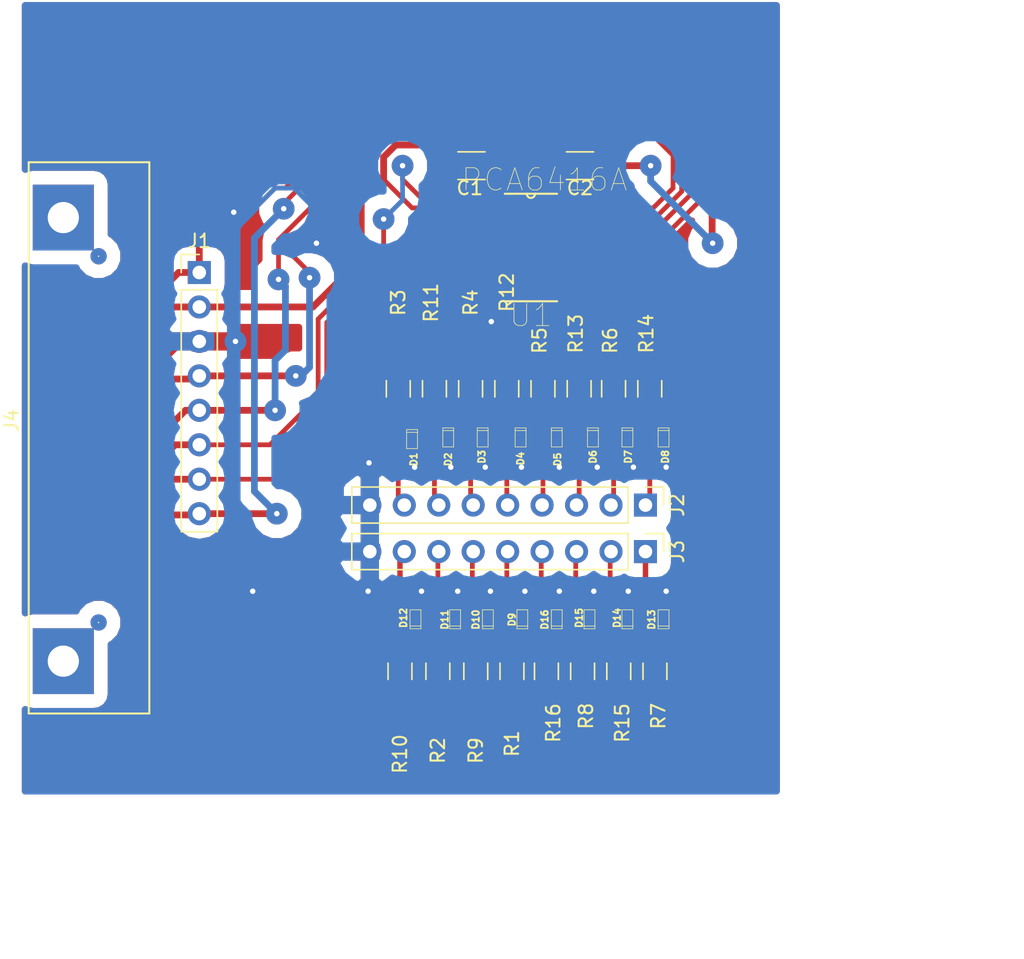
<source format=kicad_pcb>
(kicad_pcb (version 4) (host pcbnew 4.0.6-e0-6349~53~ubuntu14.04.1)

  (general
    (links 88)
    (no_connects 0)
    (area 0 0 0 0)
    (thickness 1.6)
    (drawings 2)
    (tracks 478)
    (zones 0)
    (modules 39)
    (nets 45)
  )

  (page USLetter)
  (title_block
    (title "Expansor de puerto bus GPIB")
    (date 2018-01-08)
    (rev "Rev 2")
    (company Cendit)
    (comment 1 "Escuela de Ing Electrica UCV")
    (comment 2 "Trabajo Especial de Grado")
    (comment 3 correo@JoseArias.com.ve)
    (comment 4 "Jose Arias")
  )

  (layers
    (0 F.Cu signal)
    (31 B.Cu signal)
    (32 B.Adhes user)
    (33 F.Adhes user)
    (34 B.Paste user)
    (35 F.Paste user)
    (36 B.SilkS user)
    (37 F.SilkS user)
    (38 B.Mask user)
    (39 F.Mask user)
    (40 Dwgs.User user)
    (41 Cmts.User user)
    (42 Eco1.User user)
    (43 Eco2.User user)
    (44 Edge.Cuts user)
    (45 Margin user)
    (46 B.CrtYd user)
    (47 F.CrtYd user)
    (48 B.Fab user)
    (49 F.Fab user)
  )

  (setup
    (last_trace_width 0.5)
    (user_trace_width 0.2)
    (user_trace_width 0.35)
    (user_trace_width 0.4)
    (user_trace_width 0.5)
    (user_trace_width 1)
    (trace_clearance 0.2)
    (zone_clearance 1)
    (zone_45_only yes)
    (trace_min 0.2)
    (segment_width 0.2)
    (edge_width 0.15)
    (via_size 0.6)
    (via_drill 0.4)
    (via_min_size 0.4)
    (via_min_drill 0.3)
    (user_via 1 0.4)
    (user_via 1.6 0.4)
    (uvia_size 0.3)
    (uvia_drill 0.1)
    (uvias_allowed no)
    (uvia_min_size 0.2)
    (uvia_min_drill 0.1)
    (pcb_text_width 0.3)
    (pcb_text_size 1.5 1.5)
    (mod_edge_width 0.15)
    (mod_text_size 1 1)
    (mod_text_width 0.15)
    (pad_size 1.524 1.524)
    (pad_drill 0.762)
    (pad_to_mask_clearance 0.2)
    (aux_axis_origin 0 0)
    (visible_elements 7FFFFFFF)
    (pcbplotparams
      (layerselection 0x00030_80000001)
      (usegerberextensions false)
      (excludeedgelayer true)
      (linewidth 0.100000)
      (plotframeref false)
      (viasonmask false)
      (mode 1)
      (useauxorigin false)
      (hpglpennumber 1)
      (hpglpenspeed 20)
      (hpglpendiameter 15)
      (hpglpenoverlay 2)
      (psnegative false)
      (psa4output false)
      (plotreference true)
      (plotvalue true)
      (plotinvisibletext false)
      (padsonsilk false)
      (subtractmaskfromsilk false)
      (outputformat 1)
      (mirror false)
      (drillshape 1)
      (scaleselection 1)
      (outputdirectory ""))
  )

  (net 0 "")
  (net 1 "Net-(R1-Pad2)")
  (net 2 "Net-(R2-Pad2)")
  (net 3 "Net-(R3-Pad2)")
  (net 4 "Net-(R4-Pad2)")
  (net 5 "Net-(R5-Pad2)")
  (net 6 "Net-(R6-Pad2)")
  (net 7 "Net-(R7-Pad2)")
  (net 8 "Net-(R8-Pad2)")
  (net 9 "Net-(R9-Pad2)")
  (net 10 "Net-(R10-Pad2)")
  (net 11 "Net-(R11-Pad2)")
  (net 12 "Net-(R12-Pad2)")
  (net 13 "Net-(R13-Pad2)")
  (net 14 "Net-(R14-Pad2)")
  (net 15 "Net-(R15-Pad2)")
  (net 16 "Net-(R16-Pad2)")
  (net 17 /D7)
  (net 18 /D6)
  (net 19 /D5)
  (net 20 /D4)
  (net 21 /D3)
  (net 22 /D2)
  (net 23 /D1)
  (net 24 /D0)
  (net 25 /EOI)
  (net 26 /DAV)
  (net 27 /NRFD)
  (net 28 /NDAC)
  (net 29 /IFC)
  (net 30 /SRQ)
  (net 31 /ATN)
  (net 32 /REN)
  (net 33 GND)
  (net 34 VDD)
  (net 35 +5.0V)
  (net 36 //INT)
  (net 37 /SCL)
  (net 38 /SDA)
  (net 39 //RESET)
  (net 40 /ADDR)
  (net 41 "Net-(J4-Pad14)")
  (net 42 "Net-(J4-Pad12)")
  (net 43 "Net-(J4-Pad11)")
  (net 44 "Net-(J4-Pad13)")

  (net_class Default "This is the default net class."
    (clearance 0.2)
    (trace_width 0.25)
    (via_dia 0.6)
    (via_drill 0.4)
    (uvia_dia 0.3)
    (uvia_drill 0.1)
    (add_net //INT)
    (add_net //RESET)
    (add_net /ADDR)
    (add_net /ATN)
    (add_net /D0)
    (add_net /D1)
    (add_net /D2)
    (add_net /D3)
    (add_net /D4)
    (add_net /D5)
    (add_net /D6)
    (add_net /D7)
    (add_net /DAV)
    (add_net /EOI)
    (add_net /IFC)
    (add_net /NDAC)
    (add_net /NRFD)
    (add_net /REN)
    (add_net /SCL)
    (add_net /SDA)
    (add_net /SRQ)
    (add_net "Net-(J4-Pad11)")
    (add_net "Net-(J4-Pad12)")
    (add_net "Net-(J4-Pad13)")
    (add_net "Net-(J4-Pad14)")
    (add_net "Net-(R1-Pad2)")
    (add_net "Net-(R10-Pad2)")
    (add_net "Net-(R11-Pad2)")
    (add_net "Net-(R12-Pad2)")
    (add_net "Net-(R13-Pad2)")
    (add_net "Net-(R14-Pad2)")
    (add_net "Net-(R15-Pad2)")
    (add_net "Net-(R16-Pad2)")
    (add_net "Net-(R2-Pad2)")
    (add_net "Net-(R3-Pad2)")
    (add_net "Net-(R4-Pad2)")
    (add_net "Net-(R5-Pad2)")
    (add_net "Net-(R6-Pad2)")
    (add_net "Net-(R7-Pad2)")
    (add_net "Net-(R8-Pad2)")
    (add_net "Net-(R9-Pad2)")
  )

  (net_class GND ""
    (clearance 0.3)
    (trace_width 0.5)
    (via_dia 0.6)
    (via_drill 0.4)
    (uvia_dia 0.3)
    (uvia_drill 0.1)
    (add_net GND)
  )

  (net_class IOPORT ""
    (clearance 0.2)
    (trace_width 0.35)
    (via_dia 1.6)
    (via_drill 0.4)
    (uvia_dia 0.3)
    (uvia_drill 0.1)
  )

  (net_class POWER ""
    (clearance 0.25)
    (trace_width 0.25)
    (via_dia 1.6)
    (via_drill 0.4)
    (uvia_dia 0.3)
    (uvia_drill 0.1)
    (add_net +5.0V)
    (add_net VDD)
  )

  (net_class VIKING ""
    (clearance 0.2)
    (trace_width 0.35)
    (via_dia 1.6)
    (via_drill 0.4)
    (uvia_dia 0.3)
    (uvia_drill 0.1)
  )

  (module Pin_Headers:Pin_Header_Straight_1x08_Pitch2.54mm (layer F.Cu) (tedit 5A51B04E) (tstamp 5A3ACAF6)
    (at 129.667 83.185)
    (descr "Through hole straight pin header, 1x08, 2.54mm pitch, single row")
    (tags "Through hole pin header THT 1x08 2.54mm single row")
    (path /5A3B7D46)
    (fp_text reference J1 (at 0 -2.33) (layer F.SilkS)
      (effects (font (size 1 1) (thickness 0.15)))
    )
    (fp_text value DEBUG_CON_01X08 (at 2.286 8.636 90) (layer F.Fab)
      (effects (font (size 1 1) (thickness 0.15)))
    )
    (fp_line (start -0.635 -1.27) (end 1.27 -1.27) (layer F.Fab) (width 0.1))
    (fp_line (start 1.27 -1.27) (end 1.27 19.05) (layer F.Fab) (width 0.1))
    (fp_line (start 1.27 19.05) (end -1.27 19.05) (layer F.Fab) (width 0.1))
    (fp_line (start -1.27 19.05) (end -1.27 -0.635) (layer F.Fab) (width 0.1))
    (fp_line (start -1.27 -0.635) (end -0.635 -1.27) (layer F.Fab) (width 0.1))
    (fp_line (start -1.33 19.11) (end 1.33 19.11) (layer F.SilkS) (width 0.12))
    (fp_line (start -1.33 1.27) (end -1.33 19.11) (layer F.SilkS) (width 0.12))
    (fp_line (start 1.33 1.27) (end 1.33 19.11) (layer F.SilkS) (width 0.12))
    (fp_line (start -1.33 1.27) (end 1.33 1.27) (layer F.SilkS) (width 0.12))
    (fp_line (start -1.33 0) (end -1.33 -1.33) (layer F.SilkS) (width 0.12))
    (fp_line (start -1.33 -1.33) (end 0 -1.33) (layer F.SilkS) (width 0.12))
    (fp_line (start -1.8 -1.8) (end -1.8 19.55) (layer F.CrtYd) (width 0.05))
    (fp_line (start -1.8 19.55) (end 1.8 19.55) (layer F.CrtYd) (width 0.05))
    (fp_line (start 1.8 19.55) (end 1.8 -1.8) (layer F.CrtYd) (width 0.05))
    (fp_line (start 1.8 -1.8) (end -1.8 -1.8) (layer F.CrtYd) (width 0.05))
    (fp_text user %R (at 0 8.89 90) (layer F.Fab)
      (effects (font (size 1 1) (thickness 0.15)))
    )
    (pad 1 thru_hole rect (at 0 0) (size 1.7 1.7) (drill 1) (layers *.Cu *.Mask)
      (net 35 +5.0V))
    (pad 2 thru_hole oval (at 0 2.54) (size 1.7 1.7) (drill 1) (layers *.Cu *.Mask)
      (net 34 VDD))
    (pad 3 thru_hole oval (at 0 5.08) (size 1.7 1.7) (drill 1) (layers *.Cu *.Mask)
      (net 33 GND))
    (pad 4 thru_hole oval (at 0 7.62) (size 1.7 1.7) (drill 1) (layers *.Cu *.Mask)
      (net 38 /SDA))
    (pad 5 thru_hole oval (at 0 10.16) (size 1.7 1.7) (drill 1) (layers *.Cu *.Mask)
      (net 37 /SCL))
    (pad 6 thru_hole oval (at 0 12.7) (size 1.7 1.7) (drill 1) (layers *.Cu *.Mask)
      (net 36 //INT))
    (pad 7 thru_hole oval (at 0 15.24) (size 1.7 1.7) (drill 1) (layers *.Cu *.Mask)
      (net 39 //RESET))
    (pad 8 thru_hole oval (at 0 17.78) (size 1.7 1.7) (drill 1) (layers *.Cu *.Mask)
      (net 40 /ADDR))
    (model ${KISYS3DMOD}/Pin_Headers.3dshapes/Pin_Header_Straight_1x08_Pitch2.54mm.wrl
      (at (xyz 0 0 0))
      (scale (xyz 1 1 1))
      (rotate (xyz 0 0 0))
    )
  )

  (module Capacitors_SMD:C_1206_HandSoldering (layer F.Cu) (tedit 5A537131) (tstamp 5A396272)
    (at 149.733 75.311)
    (descr "Capacitor SMD 1206, hand soldering")
    (tags "capacitor 1206")
    (path /5A3B29B3)
    (attr smd)
    (fp_text reference C1 (at -0.127 1.651) (layer F.SilkS)
      (effects (font (size 1 1) (thickness 0.15)))
    )
    (fp_text value 0.1uF/10V (at -1.143 -1.905) (layer F.Fab)
      (effects (font (size 1 1) (thickness 0.15)))
    )
    (fp_text user %R (at -0.127 1.651) (layer F.Fab)
      (effects (font (size 1 1) (thickness 0.15)))
    )
    (fp_line (start -1.6 0.8) (end -1.6 -0.8) (layer F.Fab) (width 0.1))
    (fp_line (start 1.6 0.8) (end -1.6 0.8) (layer F.Fab) (width 0.1))
    (fp_line (start 1.6 -0.8) (end 1.6 0.8) (layer F.Fab) (width 0.1))
    (fp_line (start -1.6 -0.8) (end 1.6 -0.8) (layer F.Fab) (width 0.1))
    (fp_line (start 1 -1.02) (end -1 -1.02) (layer F.SilkS) (width 0.12))
    (fp_line (start -1 1.02) (end 1 1.02) (layer F.SilkS) (width 0.12))
    (fp_line (start -3.25 -1.05) (end 3.25 -1.05) (layer F.CrtYd) (width 0.05))
    (fp_line (start -3.25 -1.05) (end -3.25 1.05) (layer F.CrtYd) (width 0.05))
    (fp_line (start 3.25 1.05) (end 3.25 -1.05) (layer F.CrtYd) (width 0.05))
    (fp_line (start 3.25 1.05) (end -3.25 1.05) (layer F.CrtYd) (width 0.05))
    (pad 1 smd rect (at -2 0) (size 2 1.6) (layers F.Cu F.Paste F.Mask)
      (net 34 VDD))
    (pad 2 smd rect (at 2 0) (size 2 1.6) (layers F.Cu F.Paste F.Mask)
      (net 33 GND))
    (model Capacitors_SMD.3dshapes/C_1206.wrl
      (at (xyz 0 0 0))
      (scale (xyz 1 1 1))
      (rotate (xyz 0 0 0))
    )
  )

  (module Resistors_SMD:R_0805_HandSoldering (layer F.Cu) (tedit 5A3182B7) (tstamp 5A318C32)
    (at 152.7175 112.5855 270)
    (descr "Resistor SMD 0805, hand soldering")
    (tags "resistor 0805")
    (path /5A319033)
    (attr smd)
    (fp_text reference R1 (at 5.334 0 270) (layer F.SilkS)
      (effects (font (size 1 1) (thickness 0.15)))
    )
    (fp_text value 1k (at 3.556 0 270) (layer F.Fab)
      (effects (font (size 1 1) (thickness 0.15)))
    )
    (fp_text user %R (at 5.334 0 270) (layer F.Fab)
      (effects (font (size 1 1) (thickness 0.15)))
    )
    (fp_line (start -1 0.62) (end -1 -0.62) (layer F.Fab) (width 0.1))
    (fp_line (start 1 0.62) (end -1 0.62) (layer F.Fab) (width 0.1))
    (fp_line (start 1 -0.62) (end 1 0.62) (layer F.Fab) (width 0.1))
    (fp_line (start -1 -0.62) (end 1 -0.62) (layer F.Fab) (width 0.1))
    (fp_line (start 0.6 0.88) (end -0.6 0.88) (layer F.SilkS) (width 0.12))
    (fp_line (start -0.6 -0.88) (end 0.6 -0.88) (layer F.SilkS) (width 0.12))
    (fp_line (start -2.35 -0.9) (end 2.35 -0.9) (layer F.CrtYd) (width 0.05))
    (fp_line (start -2.35 -0.9) (end -2.35 0.9) (layer F.CrtYd) (width 0.05))
    (fp_line (start 2.35 0.9) (end 2.35 -0.9) (layer F.CrtYd) (width 0.05))
    (fp_line (start 2.35 0.9) (end -2.35 0.9) (layer F.CrtYd) (width 0.05))
    (pad 1 smd rect (at -1.35 0 270) (size 1.5 1.3) (layers F.Cu F.Paste F.Mask)
      (net 29 /IFC))
    (pad 2 smd rect (at 1.35 0 270) (size 1.5 1.3) (layers F.Cu F.Paste F.Mask)
      (net 1 "Net-(R1-Pad2)"))
    (model Resistors_SMD.3dshapes/R_0805.wrl
      (at (xyz 0 0 0))
      (scale (xyz 1 1 1))
      (rotate (xyz 0 0 0))
    )
  )

  (module Resistors_SMD:R_0805_HandSoldering (layer F.Cu) (tedit 5A3182C1) (tstamp 5A318C38)
    (at 147.2565 112.5855 270)
    (descr "Resistor SMD 0805, hand soldering")
    (tags "resistor 0805")
    (path /5A31927D)
    (attr smd)
    (fp_text reference R2 (at 5.842 0 270) (layer F.SilkS)
      (effects (font (size 1 1) (thickness 0.15)))
    )
    (fp_text value 1k (at 3.81 0 270) (layer F.Fab)
      (effects (font (size 1 1) (thickness 0.15)))
    )
    (fp_text user %R (at 5.842 0 270) (layer F.Fab)
      (effects (font (size 1 1) (thickness 0.15)))
    )
    (fp_line (start -1 0.62) (end -1 -0.62) (layer F.Fab) (width 0.1))
    (fp_line (start 1 0.62) (end -1 0.62) (layer F.Fab) (width 0.1))
    (fp_line (start 1 -0.62) (end 1 0.62) (layer F.Fab) (width 0.1))
    (fp_line (start -1 -0.62) (end 1 -0.62) (layer F.Fab) (width 0.1))
    (fp_line (start 0.6 0.88) (end -0.6 0.88) (layer F.SilkS) (width 0.12))
    (fp_line (start -0.6 -0.88) (end 0.6 -0.88) (layer F.SilkS) (width 0.12))
    (fp_line (start -2.35 -0.9) (end 2.35 -0.9) (layer F.CrtYd) (width 0.05))
    (fp_line (start -2.35 -0.9) (end -2.35 0.9) (layer F.CrtYd) (width 0.05))
    (fp_line (start 2.35 0.9) (end 2.35 -0.9) (layer F.CrtYd) (width 0.05))
    (fp_line (start 2.35 0.9) (end -2.35 0.9) (layer F.CrtYd) (width 0.05))
    (pad 1 smd rect (at -1.35 0 270) (size 1.5 1.3) (layers F.Cu F.Paste F.Mask)
      (net 31 /ATN))
    (pad 2 smd rect (at 1.35 0 270) (size 1.5 1.3) (layers F.Cu F.Paste F.Mask)
      (net 2 "Net-(R2-Pad2)"))
    (model Resistors_SMD.3dshapes/R_0805.wrl
      (at (xyz 0 0 0))
      (scale (xyz 1 1 1))
      (rotate (xyz 0 0 0))
    )
  )

  (module Resistors_SMD:R_0805_HandSoldering (layer F.Cu) (tedit 5A3182FC) (tstamp 5A318C3E)
    (at 144.3355 91.7575 90)
    (descr "Resistor SMD 0805, hand soldering")
    (tags "resistor 0805")
    (path /5A319329)
    (attr smd)
    (fp_text reference R3 (at 6.35 0 90) (layer F.SilkS)
      (effects (font (size 1 1) (thickness 0.15)))
    )
    (fp_text value 1k (at 3.81 0 90) (layer F.Fab)
      (effects (font (size 1 1) (thickness 0.15)))
    )
    (fp_text user %R (at 6.35 0 90) (layer F.Fab)
      (effects (font (size 1 1) (thickness 0.15)))
    )
    (fp_line (start -1 0.62) (end -1 -0.62) (layer F.Fab) (width 0.1))
    (fp_line (start 1 0.62) (end -1 0.62) (layer F.Fab) (width 0.1))
    (fp_line (start 1 -0.62) (end 1 0.62) (layer F.Fab) (width 0.1))
    (fp_line (start -1 -0.62) (end 1 -0.62) (layer F.Fab) (width 0.1))
    (fp_line (start 0.6 0.88) (end -0.6 0.88) (layer F.SilkS) (width 0.12))
    (fp_line (start -0.6 -0.88) (end 0.6 -0.88) (layer F.SilkS) (width 0.12))
    (fp_line (start -2.35 -0.9) (end 2.35 -0.9) (layer F.CrtYd) (width 0.05))
    (fp_line (start -2.35 -0.9) (end -2.35 0.9) (layer F.CrtYd) (width 0.05))
    (fp_line (start 2.35 0.9) (end 2.35 -0.9) (layer F.CrtYd) (width 0.05))
    (fp_line (start 2.35 0.9) (end -2.35 0.9) (layer F.CrtYd) (width 0.05))
    (pad 1 smd rect (at -1.35 0 90) (size 1.5 1.3) (layers F.Cu F.Paste F.Mask)
      (net 24 /D0))
    (pad 2 smd rect (at 1.35 0 90) (size 1.5 1.3) (layers F.Cu F.Paste F.Mask)
      (net 3 "Net-(R3-Pad2)"))
    (model Resistors_SMD.3dshapes/R_0805.wrl
      (at (xyz 0 0 0))
      (scale (xyz 1 1 1))
      (rotate (xyz 0 0 0))
    )
  )

  (module Resistors_SMD:R_0805_HandSoldering (layer F.Cu) (tedit 5A318317) (tstamp 5A318C44)
    (at 149.6695 91.7575 90)
    (descr "Resistor SMD 0805, hand soldering")
    (tags "resistor 0805")
    (path /5A319335)
    (attr smd)
    (fp_text reference R4 (at 6.35 0 90) (layer F.SilkS)
      (effects (font (size 1 1) (thickness 0.15)))
    )
    (fp_text value 1k (at 3.81 0.254 90) (layer F.Fab)
      (effects (font (size 1 1) (thickness 0.15)))
    )
    (fp_text user %R (at 6.35 0 90) (layer F.Fab)
      (effects (font (size 1 1) (thickness 0.15)))
    )
    (fp_line (start -1 0.62) (end -1 -0.62) (layer F.Fab) (width 0.1))
    (fp_line (start 1 0.62) (end -1 0.62) (layer F.Fab) (width 0.1))
    (fp_line (start 1 -0.62) (end 1 0.62) (layer F.Fab) (width 0.1))
    (fp_line (start -1 -0.62) (end 1 -0.62) (layer F.Fab) (width 0.1))
    (fp_line (start 0.6 0.88) (end -0.6 0.88) (layer F.SilkS) (width 0.12))
    (fp_line (start -0.6 -0.88) (end 0.6 -0.88) (layer F.SilkS) (width 0.12))
    (fp_line (start -2.35 -0.9) (end 2.35 -0.9) (layer F.CrtYd) (width 0.05))
    (fp_line (start -2.35 -0.9) (end -2.35 0.9) (layer F.CrtYd) (width 0.05))
    (fp_line (start 2.35 0.9) (end 2.35 -0.9) (layer F.CrtYd) (width 0.05))
    (fp_line (start 2.35 0.9) (end -2.35 0.9) (layer F.CrtYd) (width 0.05))
    (pad 1 smd rect (at -1.35 0 90) (size 1.5 1.3) (layers F.Cu F.Paste F.Mask)
      (net 22 /D2))
    (pad 2 smd rect (at 1.35 0 90) (size 1.5 1.3) (layers F.Cu F.Paste F.Mask)
      (net 4 "Net-(R4-Pad2)"))
    (model Resistors_SMD.3dshapes/R_0805.wrl
      (at (xyz 0 0 0))
      (scale (xyz 1 1 1))
      (rotate (xyz 0 0 0))
    )
  )

  (module Resistors_SMD:R_0805_HandSoldering (layer F.Cu) (tedit 5A3183D2) (tstamp 5A318C4A)
    (at 155.0035 91.7575 90)
    (descr "Resistor SMD 0805, hand soldering")
    (tags "resistor 0805")
    (path /5A319805)
    (attr smd)
    (fp_text reference R5 (at 3.556 -0.254 90) (layer F.SilkS)
      (effects (font (size 1 1) (thickness 0.15)))
    )
    (fp_text value 1k (at 5.588 -0.254 90) (layer F.Fab)
      (effects (font (size 1 1) (thickness 0.15)))
    )
    (fp_text user %R (at 3.556 -0.254 90) (layer F.Fab)
      (effects (font (size 1 1) (thickness 0.15)))
    )
    (fp_line (start -1 0.62) (end -1 -0.62) (layer F.Fab) (width 0.1))
    (fp_line (start 1 0.62) (end -1 0.62) (layer F.Fab) (width 0.1))
    (fp_line (start 1 -0.62) (end 1 0.62) (layer F.Fab) (width 0.1))
    (fp_line (start -1 -0.62) (end 1 -0.62) (layer F.Fab) (width 0.1))
    (fp_line (start 0.6 0.88) (end -0.6 0.88) (layer F.SilkS) (width 0.12))
    (fp_line (start -0.6 -0.88) (end 0.6 -0.88) (layer F.SilkS) (width 0.12))
    (fp_line (start -2.35 -0.9) (end 2.35 -0.9) (layer F.CrtYd) (width 0.05))
    (fp_line (start -2.35 -0.9) (end -2.35 0.9) (layer F.CrtYd) (width 0.05))
    (fp_line (start 2.35 0.9) (end 2.35 -0.9) (layer F.CrtYd) (width 0.05))
    (fp_line (start 2.35 0.9) (end -2.35 0.9) (layer F.CrtYd) (width 0.05))
    (pad 1 smd rect (at -1.35 0 90) (size 1.5 1.3) (layers F.Cu F.Paste F.Mask)
      (net 20 /D4))
    (pad 2 smd rect (at 1.35 0 90) (size 1.5 1.3) (layers F.Cu F.Paste F.Mask)
      (net 5 "Net-(R5-Pad2)"))
    (model Resistors_SMD.3dshapes/R_0805.wrl
      (at (xyz 0 0 0))
      (scale (xyz 1 1 1))
      (rotate (xyz 0 0 0))
    )
  )

  (module Resistors_SMD:R_0805_HandSoldering (layer F.Cu) (tedit 5A3183C5) (tstamp 5A318C50)
    (at 160.2105 91.7575 90)
    (descr "Resistor SMD 0805, hand soldering")
    (tags "resistor 0805")
    (path /5A319811)
    (attr smd)
    (fp_text reference R6 (at 3.556 -0.254 90) (layer F.SilkS)
      (effects (font (size 1 1) (thickness 0.15)))
    )
    (fp_text value 1k (at 5.842 -0.508 90) (layer F.Fab)
      (effects (font (size 1 1) (thickness 0.15)))
    )
    (fp_text user %R (at 3.556 -0.254 90) (layer F.Fab)
      (effects (font (size 1 1) (thickness 0.15)))
    )
    (fp_line (start -1 0.62) (end -1 -0.62) (layer F.Fab) (width 0.1))
    (fp_line (start 1 0.62) (end -1 0.62) (layer F.Fab) (width 0.1))
    (fp_line (start 1 -0.62) (end 1 0.62) (layer F.Fab) (width 0.1))
    (fp_line (start -1 -0.62) (end 1 -0.62) (layer F.Fab) (width 0.1))
    (fp_line (start 0.6 0.88) (end -0.6 0.88) (layer F.SilkS) (width 0.12))
    (fp_line (start -0.6 -0.88) (end 0.6 -0.88) (layer F.SilkS) (width 0.12))
    (fp_line (start -2.35 -0.9) (end 2.35 -0.9) (layer F.CrtYd) (width 0.05))
    (fp_line (start -2.35 -0.9) (end -2.35 0.9) (layer F.CrtYd) (width 0.05))
    (fp_line (start 2.35 0.9) (end 2.35 -0.9) (layer F.CrtYd) (width 0.05))
    (fp_line (start 2.35 0.9) (end -2.35 0.9) (layer F.CrtYd) (width 0.05))
    (pad 1 smd rect (at -1.35 0 90) (size 1.5 1.3) (layers F.Cu F.Paste F.Mask)
      (net 18 /D6))
    (pad 2 smd rect (at 1.35 0 90) (size 1.5 1.3) (layers F.Cu F.Paste F.Mask)
      (net 6 "Net-(R6-Pad2)"))
    (model Resistors_SMD.3dshapes/R_0805.wrl
      (at (xyz 0 0 0))
      (scale (xyz 1 1 1))
      (rotate (xyz 0 0 0))
    )
  )

  (module Resistors_SMD:R_0805_HandSoldering (layer F.Cu) (tedit 5A3183B7) (tstamp 5A318C56)
    (at 163.2585 112.5855 270)
    (descr "Resistor SMD 0805, hand soldering")
    (tags "resistor 0805")
    (path /5A31981D)
    (attr smd)
    (fp_text reference R7 (at 3.302 -0.254 270) (layer F.SilkS)
      (effects (font (size 1 1) (thickness 0.15)))
    )
    (fp_text value 1k (at 5.334 -0.254 270) (layer F.Fab)
      (effects (font (size 1 1) (thickness 0.15)))
    )
    (fp_text user %R (at 3.302 -0.254 270) (layer F.Fab)
      (effects (font (size 1 1) (thickness 0.15)))
    )
    (fp_line (start -1 0.62) (end -1 -0.62) (layer F.Fab) (width 0.1))
    (fp_line (start 1 0.62) (end -1 0.62) (layer F.Fab) (width 0.1))
    (fp_line (start 1 -0.62) (end 1 0.62) (layer F.Fab) (width 0.1))
    (fp_line (start -1 -0.62) (end 1 -0.62) (layer F.Fab) (width 0.1))
    (fp_line (start 0.6 0.88) (end -0.6 0.88) (layer F.SilkS) (width 0.12))
    (fp_line (start -0.6 -0.88) (end 0.6 -0.88) (layer F.SilkS) (width 0.12))
    (fp_line (start -2.35 -0.9) (end 2.35 -0.9) (layer F.CrtYd) (width 0.05))
    (fp_line (start -2.35 -0.9) (end -2.35 0.9) (layer F.CrtYd) (width 0.05))
    (fp_line (start 2.35 0.9) (end 2.35 -0.9) (layer F.CrtYd) (width 0.05))
    (fp_line (start 2.35 0.9) (end -2.35 0.9) (layer F.CrtYd) (width 0.05))
    (pad 1 smd rect (at -1.35 0 270) (size 1.5 1.3) (layers F.Cu F.Paste F.Mask)
      (net 25 /EOI))
    (pad 2 smd rect (at 1.35 0 270) (size 1.5 1.3) (layers F.Cu F.Paste F.Mask)
      (net 7 "Net-(R7-Pad2)"))
    (model Resistors_SMD.3dshapes/R_0805.wrl
      (at (xyz 0 0 0))
      (scale (xyz 1 1 1))
      (rotate (xyz 0 0 0))
    )
  )

  (module Resistors_SMD:R_0805_HandSoldering (layer F.Cu) (tedit 5A3183B0) (tstamp 5A318C5C)
    (at 157.9245 112.5855 270)
    (descr "Resistor SMD 0805, hand soldering")
    (tags "resistor 0805")
    (path /5A319829)
    (attr smd)
    (fp_text reference R8 (at 3.302 -0.254 270) (layer F.SilkS)
      (effects (font (size 1 1) (thickness 0.15)))
    )
    (fp_text value 1k (at 5.588 -0.254 270) (layer F.Fab)
      (effects (font (size 1 1) (thickness 0.15)))
    )
    (fp_text user %R (at 3.302 -0.254 270) (layer F.Fab)
      (effects (font (size 1 1) (thickness 0.15)))
    )
    (fp_line (start -1 0.62) (end -1 -0.62) (layer F.Fab) (width 0.1))
    (fp_line (start 1 0.62) (end -1 0.62) (layer F.Fab) (width 0.1))
    (fp_line (start 1 -0.62) (end 1 0.62) (layer F.Fab) (width 0.1))
    (fp_line (start -1 -0.62) (end 1 -0.62) (layer F.Fab) (width 0.1))
    (fp_line (start 0.6 0.88) (end -0.6 0.88) (layer F.SilkS) (width 0.12))
    (fp_line (start -0.6 -0.88) (end 0.6 -0.88) (layer F.SilkS) (width 0.12))
    (fp_line (start -2.35 -0.9) (end 2.35 -0.9) (layer F.CrtYd) (width 0.05))
    (fp_line (start -2.35 -0.9) (end -2.35 0.9) (layer F.CrtYd) (width 0.05))
    (fp_line (start 2.35 0.9) (end 2.35 -0.9) (layer F.CrtYd) (width 0.05))
    (fp_line (start 2.35 0.9) (end -2.35 0.9) (layer F.CrtYd) (width 0.05))
    (pad 1 smd rect (at -1.35 0 270) (size 1.5 1.3) (layers F.Cu F.Paste F.Mask)
      (net 27 /NRFD))
    (pad 2 smd rect (at 1.35 0 270) (size 1.5 1.3) (layers F.Cu F.Paste F.Mask)
      (net 8 "Net-(R8-Pad2)"))
    (model Resistors_SMD.3dshapes/R_0805.wrl
      (at (xyz 0 0 0))
      (scale (xyz 1 1 1))
      (rotate (xyz 0 0 0))
    )
  )

  (module Resistors_SMD:R_0805_HandSoldering (layer F.Cu) (tedit 5A3182B4) (tstamp 5A318C62)
    (at 150.0505 112.5855 270)
    (descr "Resistor SMD 0805, hand soldering")
    (tags "resistor 0805")
    (path /5A3191C1)
    (attr smd)
    (fp_text reference R9 (at 5.842 0 270) (layer F.SilkS)
      (effects (font (size 1 1) (thickness 0.15)))
    )
    (fp_text value 1k (at 3.556 0 270) (layer F.Fab)
      (effects (font (size 1 1) (thickness 0.15)))
    )
    (fp_text user %R (at 5.842 0 270) (layer F.Fab)
      (effects (font (size 1 1) (thickness 0.15)))
    )
    (fp_line (start -1 0.62) (end -1 -0.62) (layer F.Fab) (width 0.1))
    (fp_line (start 1 0.62) (end -1 0.62) (layer F.Fab) (width 0.1))
    (fp_line (start 1 -0.62) (end 1 0.62) (layer F.Fab) (width 0.1))
    (fp_line (start -1 -0.62) (end 1 -0.62) (layer F.Fab) (width 0.1))
    (fp_line (start 0.6 0.88) (end -0.6 0.88) (layer F.SilkS) (width 0.12))
    (fp_line (start -0.6 -0.88) (end 0.6 -0.88) (layer F.SilkS) (width 0.12))
    (fp_line (start -2.35 -0.9) (end 2.35 -0.9) (layer F.CrtYd) (width 0.05))
    (fp_line (start -2.35 -0.9) (end -2.35 0.9) (layer F.CrtYd) (width 0.05))
    (fp_line (start 2.35 0.9) (end 2.35 -0.9) (layer F.CrtYd) (width 0.05))
    (fp_line (start 2.35 0.9) (end -2.35 0.9) (layer F.CrtYd) (width 0.05))
    (pad 1 smd rect (at -1.35 0 270) (size 1.5 1.3) (layers F.Cu F.Paste F.Mask)
      (net 30 /SRQ))
    (pad 2 smd rect (at 1.35 0 270) (size 1.5 1.3) (layers F.Cu F.Paste F.Mask)
      (net 9 "Net-(R9-Pad2)"))
    (model Resistors_SMD.3dshapes/R_0805.wrl
      (at (xyz 0 0 0))
      (scale (xyz 1 1 1))
      (rotate (xyz 0 0 0))
    )
  )

  (module Resistors_SMD:R_0805_HandSoldering (layer F.Cu) (tedit 5A3182DC) (tstamp 5A318C68)
    (at 144.4625 112.5855 270)
    (descr "Resistor SMD 0805, hand soldering")
    (tags "resistor 0805")
    (path /5A319283)
    (attr smd)
    (fp_text reference R10 (at 6.096 0 270) (layer F.SilkS)
      (effects (font (size 1 1) (thickness 0.15)))
    )
    (fp_text value 1k (at 3.556 0 270) (layer F.Fab)
      (effects (font (size 1 1) (thickness 0.15)))
    )
    (fp_text user %R (at 6.096 0 270) (layer F.Fab)
      (effects (font (size 1 1) (thickness 0.15)))
    )
    (fp_line (start -1 0.62) (end -1 -0.62) (layer F.Fab) (width 0.1))
    (fp_line (start 1 0.62) (end -1 0.62) (layer F.Fab) (width 0.1))
    (fp_line (start 1 -0.62) (end 1 0.62) (layer F.Fab) (width 0.1))
    (fp_line (start -1 -0.62) (end 1 -0.62) (layer F.Fab) (width 0.1))
    (fp_line (start 0.6 0.88) (end -0.6 0.88) (layer F.SilkS) (width 0.12))
    (fp_line (start -0.6 -0.88) (end 0.6 -0.88) (layer F.SilkS) (width 0.12))
    (fp_line (start -2.35 -0.9) (end 2.35 -0.9) (layer F.CrtYd) (width 0.05))
    (fp_line (start -2.35 -0.9) (end -2.35 0.9) (layer F.CrtYd) (width 0.05))
    (fp_line (start 2.35 0.9) (end 2.35 -0.9) (layer F.CrtYd) (width 0.05))
    (fp_line (start 2.35 0.9) (end -2.35 0.9) (layer F.CrtYd) (width 0.05))
    (pad 1 smd rect (at -1.35 0 270) (size 1.5 1.3) (layers F.Cu F.Paste F.Mask)
      (net 32 /REN))
    (pad 2 smd rect (at 1.35 0 270) (size 1.5 1.3) (layers F.Cu F.Paste F.Mask)
      (net 10 "Net-(R10-Pad2)"))
    (model Resistors_SMD.3dshapes/R_0805.wrl
      (at (xyz 0 0 0))
      (scale (xyz 1 1 1))
      (rotate (xyz 0 0 0))
    )
  )

  (module Resistors_SMD:R_0805_HandSoldering (layer F.Cu) (tedit 5A318309) (tstamp 5A318C6E)
    (at 147.0025 91.7575 90)
    (descr "Resistor SMD 0805, hand soldering")
    (tags "resistor 0805")
    (path /5A31932F)
    (attr smd)
    (fp_text reference R11 (at 6.35 -0.254 90) (layer F.SilkS)
      (effects (font (size 1 1) (thickness 0.15)))
    )
    (fp_text value 1k (at 3.81 0 90) (layer F.Fab)
      (effects (font (size 1 1) (thickness 0.15)))
    )
    (fp_text user %R (at 6.35 -0.254 90) (layer F.Fab)
      (effects (font (size 1 1) (thickness 0.15)))
    )
    (fp_line (start -1 0.62) (end -1 -0.62) (layer F.Fab) (width 0.1))
    (fp_line (start 1 0.62) (end -1 0.62) (layer F.Fab) (width 0.1))
    (fp_line (start 1 -0.62) (end 1 0.62) (layer F.Fab) (width 0.1))
    (fp_line (start -1 -0.62) (end 1 -0.62) (layer F.Fab) (width 0.1))
    (fp_line (start 0.6 0.88) (end -0.6 0.88) (layer F.SilkS) (width 0.12))
    (fp_line (start -0.6 -0.88) (end 0.6 -0.88) (layer F.SilkS) (width 0.12))
    (fp_line (start -2.35 -0.9) (end 2.35 -0.9) (layer F.CrtYd) (width 0.05))
    (fp_line (start -2.35 -0.9) (end -2.35 0.9) (layer F.CrtYd) (width 0.05))
    (fp_line (start 2.35 0.9) (end 2.35 -0.9) (layer F.CrtYd) (width 0.05))
    (fp_line (start 2.35 0.9) (end -2.35 0.9) (layer F.CrtYd) (width 0.05))
    (pad 1 smd rect (at -1.35 0 90) (size 1.5 1.3) (layers F.Cu F.Paste F.Mask)
      (net 23 /D1))
    (pad 2 smd rect (at 1.35 0 90) (size 1.5 1.3) (layers F.Cu F.Paste F.Mask)
      (net 11 "Net-(R11-Pad2)"))
    (model Resistors_SMD.3dshapes/R_0805.wrl
      (at (xyz 0 0 0))
      (scale (xyz 1 1 1))
      (rotate (xyz 0 0 0))
    )
  )

  (module Resistors_SMD:R_0805_HandSoldering (layer F.Cu) (tedit 5A318336) (tstamp 5A318C74)
    (at 152.3365 91.7575 90)
    (descr "Resistor SMD 0805, hand soldering")
    (tags "resistor 0805")
    (path /5A31933B)
    (attr smd)
    (fp_text reference R12 (at 7.112 0 90) (layer F.SilkS)
      (effects (font (size 1 1) (thickness 0.15)))
    )
    (fp_text value 1k (at 4.064 0 90) (layer F.Fab)
      (effects (font (size 1 1) (thickness 0.15)))
    )
    (fp_text user %R (at 7.112 0 90) (layer F.Fab)
      (effects (font (size 1 1) (thickness 0.15)))
    )
    (fp_line (start -1 0.62) (end -1 -0.62) (layer F.Fab) (width 0.1))
    (fp_line (start 1 0.62) (end -1 0.62) (layer F.Fab) (width 0.1))
    (fp_line (start 1 -0.62) (end 1 0.62) (layer F.Fab) (width 0.1))
    (fp_line (start -1 -0.62) (end 1 -0.62) (layer F.Fab) (width 0.1))
    (fp_line (start 0.6 0.88) (end -0.6 0.88) (layer F.SilkS) (width 0.12))
    (fp_line (start -0.6 -0.88) (end 0.6 -0.88) (layer F.SilkS) (width 0.12))
    (fp_line (start -2.35 -0.9) (end 2.35 -0.9) (layer F.CrtYd) (width 0.05))
    (fp_line (start -2.35 -0.9) (end -2.35 0.9) (layer F.CrtYd) (width 0.05))
    (fp_line (start 2.35 0.9) (end 2.35 -0.9) (layer F.CrtYd) (width 0.05))
    (fp_line (start 2.35 0.9) (end -2.35 0.9) (layer F.CrtYd) (width 0.05))
    (pad 1 smd rect (at -1.35 0 90) (size 1.5 1.3) (layers F.Cu F.Paste F.Mask)
      (net 21 /D3))
    (pad 2 smd rect (at 1.35 0 90) (size 1.5 1.3) (layers F.Cu F.Paste F.Mask)
      (net 12 "Net-(R12-Pad2)"))
    (model Resistors_SMD.3dshapes/R_0805.wrl
      (at (xyz 0 0 0))
      (scale (xyz 1 1 1))
      (rotate (xyz 0 0 0))
    )
  )

  (module Resistors_SMD:R_0805_HandSoldering (layer F.Cu) (tedit 5A3183CB) (tstamp 5A318C7A)
    (at 157.6705 91.7575 90)
    (descr "Resistor SMD 0805, hand soldering")
    (tags "resistor 0805")
    (path /5A31980B)
    (attr smd)
    (fp_text reference R13 (at 4.064 -0.254 90) (layer F.SilkS)
      (effects (font (size 1 1) (thickness 0.15)))
    )
    (fp_text value 1k (at 6.858 -0.254 90) (layer F.Fab)
      (effects (font (size 1 1) (thickness 0.15)))
    )
    (fp_text user %R (at 4.064 -0.254 90) (layer F.Fab)
      (effects (font (size 1 1) (thickness 0.15)))
    )
    (fp_line (start -1 0.62) (end -1 -0.62) (layer F.Fab) (width 0.1))
    (fp_line (start 1 0.62) (end -1 0.62) (layer F.Fab) (width 0.1))
    (fp_line (start 1 -0.62) (end 1 0.62) (layer F.Fab) (width 0.1))
    (fp_line (start -1 -0.62) (end 1 -0.62) (layer F.Fab) (width 0.1))
    (fp_line (start 0.6 0.88) (end -0.6 0.88) (layer F.SilkS) (width 0.12))
    (fp_line (start -0.6 -0.88) (end 0.6 -0.88) (layer F.SilkS) (width 0.12))
    (fp_line (start -2.35 -0.9) (end 2.35 -0.9) (layer F.CrtYd) (width 0.05))
    (fp_line (start -2.35 -0.9) (end -2.35 0.9) (layer F.CrtYd) (width 0.05))
    (fp_line (start 2.35 0.9) (end 2.35 -0.9) (layer F.CrtYd) (width 0.05))
    (fp_line (start 2.35 0.9) (end -2.35 0.9) (layer F.CrtYd) (width 0.05))
    (pad 1 smd rect (at -1.35 0 90) (size 1.5 1.3) (layers F.Cu F.Paste F.Mask)
      (net 19 /D5))
    (pad 2 smd rect (at 1.35 0 90) (size 1.5 1.3) (layers F.Cu F.Paste F.Mask)
      (net 13 "Net-(R13-Pad2)"))
    (model Resistors_SMD.3dshapes/R_0805.wrl
      (at (xyz 0 0 0))
      (scale (xyz 1 1 1))
      (rotate (xyz 0 0 0))
    )
  )

  (module Resistors_SMD:R_0805_HandSoldering (layer F.Cu) (tedit 5A3183BE) (tstamp 5A318C80)
    (at 162.8775 91.7575 90)
    (descr "Resistor SMD 0805, hand soldering")
    (tags "resistor 0805")
    (path /5A319817)
    (attr smd)
    (fp_text reference R14 (at 4.064 -0.254 90) (layer F.SilkS)
      (effects (font (size 1 1) (thickness 0.15)))
    )
    (fp_text value 1k (at 6.858 -0.254 90) (layer F.Fab)
      (effects (font (size 1 1) (thickness 0.15)))
    )
    (fp_text user %R (at 4.064 -0.254 90) (layer F.Fab)
      (effects (font (size 1 1) (thickness 0.15)))
    )
    (fp_line (start -1 0.62) (end -1 -0.62) (layer F.Fab) (width 0.1))
    (fp_line (start 1 0.62) (end -1 0.62) (layer F.Fab) (width 0.1))
    (fp_line (start 1 -0.62) (end 1 0.62) (layer F.Fab) (width 0.1))
    (fp_line (start -1 -0.62) (end 1 -0.62) (layer F.Fab) (width 0.1))
    (fp_line (start 0.6 0.88) (end -0.6 0.88) (layer F.SilkS) (width 0.12))
    (fp_line (start -0.6 -0.88) (end 0.6 -0.88) (layer F.SilkS) (width 0.12))
    (fp_line (start -2.35 -0.9) (end 2.35 -0.9) (layer F.CrtYd) (width 0.05))
    (fp_line (start -2.35 -0.9) (end -2.35 0.9) (layer F.CrtYd) (width 0.05))
    (fp_line (start 2.35 0.9) (end 2.35 -0.9) (layer F.CrtYd) (width 0.05))
    (fp_line (start 2.35 0.9) (end -2.35 0.9) (layer F.CrtYd) (width 0.05))
    (pad 1 smd rect (at -1.35 0 90) (size 1.5 1.3) (layers F.Cu F.Paste F.Mask)
      (net 17 /D7))
    (pad 2 smd rect (at 1.35 0 90) (size 1.5 1.3) (layers F.Cu F.Paste F.Mask)
      (net 14 "Net-(R14-Pad2)"))
    (model Resistors_SMD.3dshapes/R_0805.wrl
      (at (xyz 0 0 0))
      (scale (xyz 1 1 1))
      (rotate (xyz 0 0 0))
    )
  )

  (module Resistors_SMD:R_0805_HandSoldering (layer F.Cu) (tedit 5A3183AF) (tstamp 5A318C86)
    (at 160.5915 112.5855 270)
    (descr "Resistor SMD 0805, hand soldering")
    (tags "resistor 0805")
    (path /5A319823)
    (attr smd)
    (fp_text reference R15 (at 3.81 -0.254 270) (layer F.SilkS)
      (effects (font (size 1 1) (thickness 0.15)))
    )
    (fp_text value 1k (at 6.604 -0.254 270) (layer F.Fab)
      (effects (font (size 1 1) (thickness 0.15)))
    )
    (fp_text user %R (at 3.81 -0.254 270) (layer F.Fab)
      (effects (font (size 1 1) (thickness 0.15)))
    )
    (fp_line (start -1 0.62) (end -1 -0.62) (layer F.Fab) (width 0.1))
    (fp_line (start 1 0.62) (end -1 0.62) (layer F.Fab) (width 0.1))
    (fp_line (start 1 -0.62) (end 1 0.62) (layer F.Fab) (width 0.1))
    (fp_line (start -1 -0.62) (end 1 -0.62) (layer F.Fab) (width 0.1))
    (fp_line (start 0.6 0.88) (end -0.6 0.88) (layer F.SilkS) (width 0.12))
    (fp_line (start -0.6 -0.88) (end 0.6 -0.88) (layer F.SilkS) (width 0.12))
    (fp_line (start -2.35 -0.9) (end 2.35 -0.9) (layer F.CrtYd) (width 0.05))
    (fp_line (start -2.35 -0.9) (end -2.35 0.9) (layer F.CrtYd) (width 0.05))
    (fp_line (start 2.35 0.9) (end 2.35 -0.9) (layer F.CrtYd) (width 0.05))
    (fp_line (start 2.35 0.9) (end -2.35 0.9) (layer F.CrtYd) (width 0.05))
    (pad 1 smd rect (at -1.35 0 270) (size 1.5 1.3) (layers F.Cu F.Paste F.Mask)
      (net 26 /DAV))
    (pad 2 smd rect (at 1.35 0 270) (size 1.5 1.3) (layers F.Cu F.Paste F.Mask)
      (net 15 "Net-(R15-Pad2)"))
    (model Resistors_SMD.3dshapes/R_0805.wrl
      (at (xyz 0 0 0))
      (scale (xyz 1 1 1))
      (rotate (xyz 0 0 0))
    )
  )

  (module Resistors_SMD:R_0805_HandSoldering (layer F.Cu) (tedit 5A3183DD) (tstamp 5A318C8C)
    (at 155.2575 112.5855 270)
    (descr "Resistor SMD 0805, hand soldering")
    (tags "resistor 0805")
    (path /5A31982F)
    (attr smd)
    (fp_text reference R16 (at 3.81 -0.508 270) (layer F.SilkS)
      (effects (font (size 1 1) (thickness 0.15)))
    )
    (fp_text value 1k (at 6.35 -0.508 270) (layer F.Fab)
      (effects (font (size 1 1) (thickness 0.15)))
    )
    (fp_text user %R (at 3.81 -0.508 270) (layer F.Fab)
      (effects (font (size 1 1) (thickness 0.15)))
    )
    (fp_line (start -1 0.62) (end -1 -0.62) (layer F.Fab) (width 0.1))
    (fp_line (start 1 0.62) (end -1 0.62) (layer F.Fab) (width 0.1))
    (fp_line (start 1 -0.62) (end 1 0.62) (layer F.Fab) (width 0.1))
    (fp_line (start -1 -0.62) (end 1 -0.62) (layer F.Fab) (width 0.1))
    (fp_line (start 0.6 0.88) (end -0.6 0.88) (layer F.SilkS) (width 0.12))
    (fp_line (start -0.6 -0.88) (end 0.6 -0.88) (layer F.SilkS) (width 0.12))
    (fp_line (start -2.35 -0.9) (end 2.35 -0.9) (layer F.CrtYd) (width 0.05))
    (fp_line (start -2.35 -0.9) (end -2.35 0.9) (layer F.CrtYd) (width 0.05))
    (fp_line (start 2.35 0.9) (end 2.35 -0.9) (layer F.CrtYd) (width 0.05))
    (fp_line (start 2.35 0.9) (end -2.35 0.9) (layer F.CrtYd) (width 0.05))
    (pad 1 smd rect (at -1.35 0 270) (size 1.5 1.3) (layers F.Cu F.Paste F.Mask)
      (net 28 /NDAC))
    (pad 2 smd rect (at 1.35 0 270) (size 1.5 1.3) (layers F.Cu F.Paste F.Mask)
      (net 16 "Net-(R16-Pad2)"))
    (model Resistors_SMD.3dshapes/R_0805.wrl
      (at (xyz 0 0 0))
      (scale (xyz 1 1 1))
      (rotate (xyz 0 0 0))
    )
  )

  (module CenditFootprints:PCA6416A-TSSOP24 (layer F.Cu) (tedit 5A317FA1) (tstamp 5A318CA8)
    (at 154.1145 81.3435)
    (path /5A318DFB)
    (attr smd)
    (fp_text reference U1 (at 0 5) (layer F.SilkS)
      (effects (font (size 1.64043 1.64043) (thickness 0.05)))
    )
    (fp_text value PCA6416A (at 1 -5) (layer F.SilkS)
      (effects (font (size 1.64099 1.64099) (thickness 0.05)))
    )
    (fp_line (start -1.9304 3.9624) (end 1.9304 3.9624) (layer F.SilkS) (width 0.1524))
    (fp_line (start 1.9304 -3.9624) (end 0.3048 -3.9624) (layer F.SilkS) (width 0.1524))
    (fp_line (start 0.3048 -3.9624) (end -0.3048 -3.9624) (layer F.SilkS) (width 0.1524))
    (fp_line (start -0.3048 -3.9624) (end -1.9304 -3.9624) (layer F.SilkS) (width 0.1524))
    (fp_arc (start 0 -3.9624) (end -0.3048 -3.9624) (angle -180) (layer F.SilkS) (width 0.1524))
    (fp_line (start -2.2606 -3.429) (end -2.2606 -3.7338) (layer Dwgs.User) (width 0))
    (fp_line (start -2.2606 -3.7338) (end -3.302 -3.7338) (layer Dwgs.User) (width 0))
    (fp_line (start -3.302 -3.7338) (end -3.302 -3.429) (layer Dwgs.User) (width 0))
    (fp_line (start -3.302 -3.429) (end -2.2606 -3.429) (layer Dwgs.User) (width 0))
    (fp_line (start -2.2606 -2.7686) (end -2.2606 -3.0734) (layer Dwgs.User) (width 0))
    (fp_line (start -2.2606 -3.0734) (end -3.302 -3.0734) (layer Dwgs.User) (width 0))
    (fp_line (start -3.302 -3.0734) (end -3.302 -2.7686) (layer Dwgs.User) (width 0))
    (fp_line (start -3.302 -2.7686) (end -2.2606 -2.7686) (layer Dwgs.User) (width 0))
    (fp_line (start -2.2606 -2.1336) (end -2.2606 -2.4384) (layer Dwgs.User) (width 0))
    (fp_line (start -2.2606 -2.4384) (end -3.302 -2.4384) (layer Dwgs.User) (width 0))
    (fp_line (start -3.302 -2.4384) (end -3.302 -2.1336) (layer Dwgs.User) (width 0))
    (fp_line (start -3.302 -2.1336) (end -2.2606 -2.1336) (layer Dwgs.User) (width 0))
    (fp_line (start -2.2606 -1.4732) (end -2.2606 -1.778) (layer Dwgs.User) (width 0))
    (fp_line (start -2.2606 -1.778) (end -3.302 -1.778) (layer Dwgs.User) (width 0))
    (fp_line (start -3.302 -1.778) (end -3.302 -1.4732) (layer Dwgs.User) (width 0))
    (fp_line (start -3.302 -1.4732) (end -2.2606 -1.4732) (layer Dwgs.User) (width 0))
    (fp_line (start -2.2606 -0.8128) (end -2.2606 -1.1176) (layer Dwgs.User) (width 0))
    (fp_line (start -2.2606 -1.1176) (end -3.302 -1.1176) (layer Dwgs.User) (width 0))
    (fp_line (start -3.302 -1.1176) (end -3.302 -0.8128) (layer Dwgs.User) (width 0))
    (fp_line (start -3.302 -0.8128) (end -2.2606 -0.8128) (layer Dwgs.User) (width 0))
    (fp_line (start -2.2606 -0.1778) (end -2.2606 -0.4826) (layer Dwgs.User) (width 0))
    (fp_line (start -2.2606 -0.4826) (end -3.302 -0.4826) (layer Dwgs.User) (width 0))
    (fp_line (start -3.302 -0.4826) (end -3.302 -0.1778) (layer Dwgs.User) (width 0))
    (fp_line (start -3.302 -0.1778) (end -2.2606 -0.1778) (layer Dwgs.User) (width 0))
    (fp_line (start -2.2606 0.4826) (end -2.2606 0.1778) (layer Dwgs.User) (width 0))
    (fp_line (start -2.2606 0.1778) (end -3.302 0.1778) (layer Dwgs.User) (width 0))
    (fp_line (start -3.302 0.1778) (end -3.302 0.4826) (layer Dwgs.User) (width 0))
    (fp_line (start -3.302 0.4826) (end -2.2606 0.4826) (layer Dwgs.User) (width 0))
    (fp_line (start -2.2606 1.1176) (end -2.2606 0.8128) (layer Dwgs.User) (width 0))
    (fp_line (start -2.2606 0.8128) (end -3.302 0.8128) (layer Dwgs.User) (width 0))
    (fp_line (start -3.302 0.8128) (end -3.302 1.1176) (layer Dwgs.User) (width 0))
    (fp_line (start -3.302 1.1176) (end -2.2606 1.1176) (layer Dwgs.User) (width 0))
    (fp_line (start -2.2606 1.778) (end -2.2606 1.4732) (layer Dwgs.User) (width 0))
    (fp_line (start -2.2606 1.4732) (end -3.302 1.4732) (layer Dwgs.User) (width 0))
    (fp_line (start -3.302 1.4732) (end -3.302 1.778) (layer Dwgs.User) (width 0))
    (fp_line (start -3.302 1.778) (end -2.2606 1.778) (layer Dwgs.User) (width 0))
    (fp_line (start -2.2606 2.4384) (end -2.2606 2.1336) (layer Dwgs.User) (width 0))
    (fp_line (start -2.2606 2.1336) (end -3.302 2.1336) (layer Dwgs.User) (width 0))
    (fp_line (start -3.302 2.1336) (end -3.302 2.4384) (layer Dwgs.User) (width 0))
    (fp_line (start -3.302 2.4384) (end -2.2606 2.4384) (layer Dwgs.User) (width 0))
    (fp_line (start -2.2606 3.0734) (end -2.2606 2.7686) (layer Dwgs.User) (width 0))
    (fp_line (start -2.2606 2.7686) (end -3.302 2.7686) (layer Dwgs.User) (width 0))
    (fp_line (start -3.302 2.7686) (end -3.302 3.0734) (layer Dwgs.User) (width 0))
    (fp_line (start -3.302 3.0734) (end -2.2606 3.0734) (layer Dwgs.User) (width 0))
    (fp_line (start -2.2606 3.7338) (end -2.2606 3.429) (layer Dwgs.User) (width 0))
    (fp_line (start -2.2606 3.429) (end -3.302 3.429) (layer Dwgs.User) (width 0))
    (fp_line (start -3.302 3.429) (end -3.302 3.7338) (layer Dwgs.User) (width 0))
    (fp_line (start -3.302 3.7338) (end -2.2606 3.7338) (layer Dwgs.User) (width 0))
    (fp_line (start 2.2606 3.429) (end 2.2606 3.7338) (layer Dwgs.User) (width 0))
    (fp_line (start 2.2606 3.7338) (end 3.302 3.7338) (layer Dwgs.User) (width 0))
    (fp_line (start 3.302 3.7338) (end 3.302 3.429) (layer Dwgs.User) (width 0))
    (fp_line (start 3.302 3.429) (end 2.2606 3.429) (layer Dwgs.User) (width 0))
    (fp_line (start 2.2606 2.7686) (end 2.2606 3.0734) (layer Dwgs.User) (width 0))
    (fp_line (start 2.2606 3.0734) (end 3.302 3.0734) (layer Dwgs.User) (width 0))
    (fp_line (start 3.302 3.0734) (end 3.302 2.7686) (layer Dwgs.User) (width 0))
    (fp_line (start 3.302 2.7686) (end 2.2606 2.7686) (layer Dwgs.User) (width 0))
    (fp_line (start 2.2606 2.1336) (end 2.2606 2.4384) (layer Dwgs.User) (width 0))
    (fp_line (start 2.2606 2.4384) (end 3.302 2.4384) (layer Dwgs.User) (width 0))
    (fp_line (start 3.302 2.4384) (end 3.302 2.1336) (layer Dwgs.User) (width 0))
    (fp_line (start 3.302 2.1336) (end 2.2606 2.1336) (layer Dwgs.User) (width 0))
    (fp_line (start 2.2606 1.4732) (end 2.2606 1.778) (layer Dwgs.User) (width 0))
    (fp_line (start 2.2606 1.778) (end 3.302 1.778) (layer Dwgs.User) (width 0))
    (fp_line (start 3.302 1.778) (end 3.302 1.4732) (layer Dwgs.User) (width 0))
    (fp_line (start 3.302 1.4732) (end 2.2606 1.4732) (layer Dwgs.User) (width 0))
    (fp_line (start 2.2606 0.8128) (end 2.2606 1.1176) (layer Dwgs.User) (width 0))
    (fp_line (start 2.2606 1.1176) (end 3.302 1.1176) (layer Dwgs.User) (width 0))
    (fp_line (start 3.302 1.1176) (end 3.302 0.8128) (layer Dwgs.User) (width 0))
    (fp_line (start 3.302 0.8128) (end 2.2606 0.8128) (layer Dwgs.User) (width 0))
    (fp_line (start 2.2606 0.1778) (end 2.2606 0.4826) (layer Dwgs.User) (width 0))
    (fp_line (start 2.2606 0.4826) (end 3.302 0.4826) (layer Dwgs.User) (width 0))
    (fp_line (start 3.302 0.4826) (end 3.302 0.1778) (layer Dwgs.User) (width 0))
    (fp_line (start 3.302 0.1778) (end 2.2606 0.1778) (layer Dwgs.User) (width 0))
    (fp_line (start 2.2606 -0.4826) (end 2.2606 -0.1778) (layer Dwgs.User) (width 0))
    (fp_line (start 2.2606 -0.1778) (end 3.302 -0.1778) (layer Dwgs.User) (width 0))
    (fp_line (start 3.302 -0.1778) (end 3.302 -0.4826) (layer Dwgs.User) (width 0))
    (fp_line (start 3.302 -0.4826) (end 2.2606 -0.4826) (layer Dwgs.User) (width 0))
    (fp_line (start 2.2606 -1.1176) (end 2.2606 -0.8128) (layer Dwgs.User) (width 0))
    (fp_line (start 2.2606 -0.8128) (end 3.302 -0.8128) (layer Dwgs.User) (width 0))
    (fp_line (start 3.302 -0.8128) (end 3.302 -1.1176) (layer Dwgs.User) (width 0))
    (fp_line (start 3.302 -1.1176) (end 2.2606 -1.1176) (layer Dwgs.User) (width 0))
    (fp_line (start 2.2606 -1.778) (end 2.2606 -1.4732) (layer Dwgs.User) (width 0))
    (fp_line (start 2.2606 -1.4732) (end 3.302 -1.4732) (layer Dwgs.User) (width 0))
    (fp_line (start 3.302 -1.4732) (end 3.302 -1.778) (layer Dwgs.User) (width 0))
    (fp_line (start 3.302 -1.778) (end 2.2606 -1.778) (layer Dwgs.User) (width 0))
    (fp_line (start 2.2606 -2.4384) (end 2.2606 -2.1336) (layer Dwgs.User) (width 0))
    (fp_line (start 2.2606 -2.1336) (end 3.302 -2.1336) (layer Dwgs.User) (width 0))
    (fp_line (start 3.302 -2.1336) (end 3.302 -2.4384) (layer Dwgs.User) (width 0))
    (fp_line (start 3.302 -2.4384) (end 2.2606 -2.4384) (layer Dwgs.User) (width 0))
    (fp_line (start 2.2606 -3.0734) (end 2.2606 -2.7686) (layer Dwgs.User) (width 0))
    (fp_line (start 2.2606 -2.7686) (end 3.302 -2.7686) (layer Dwgs.User) (width 0))
    (fp_line (start 3.302 -2.7686) (end 3.302 -3.0734) (layer Dwgs.User) (width 0))
    (fp_line (start 3.302 -3.0734) (end 2.2606 -3.0734) (layer Dwgs.User) (width 0))
    (fp_line (start 2.2606 -3.7338) (end 2.2606 -3.429) (layer Dwgs.User) (width 0))
    (fp_line (start 2.2606 -3.429) (end 3.302 -3.429) (layer Dwgs.User) (width 0))
    (fp_line (start 3.302 -3.429) (end 3.302 -3.7338) (layer Dwgs.User) (width 0))
    (fp_line (start 3.302 -3.7338) (end 2.2606 -3.7338) (layer Dwgs.User) (width 0))
    (fp_line (start -2.2606 3.9624) (end 2.2606 3.9624) (layer Dwgs.User) (width 0))
    (fp_line (start 2.2606 3.9624) (end 2.2606 -3.9624) (layer Dwgs.User) (width 0))
    (fp_line (start 2.2606 -3.9624) (end 0.3048 -3.9624) (layer Dwgs.User) (width 0))
    (fp_line (start 0.3048 -3.9624) (end -0.3048 -3.9624) (layer Dwgs.User) (width 0))
    (fp_line (start -0.3048 -3.9624) (end -2.2606 -3.9624) (layer Dwgs.User) (width 0))
    (fp_line (start -2.2606 -3.9624) (end -2.2606 3.9624) (layer Dwgs.User) (width 0))
    (fp_arc (start 0 -3.9624) (end -0.3048 -3.9624) (angle -180) (layer Dwgs.User) (width 0))
    (pad 1 smd rect (at -2.921 -3.5814) (size 1.4732 0.3556) (layers F.Cu F.Paste F.Mask)
      (net 36 //INT))
    (pad 2 smd rect (at -2.921 -2.921) (size 1.4732 0.3556) (layers F.Cu F.Paste F.Mask)
      (net 34 VDD))
    (pad 3 smd rect (at -2.921 -2.286) (size 1.4732 0.3556) (layers F.Cu F.Paste F.Mask)
      (net 39 //RESET))
    (pad 4 smd rect (at -2.921 -1.6256) (size 1.4732 0.3556) (layers F.Cu F.Paste F.Mask)
      (net 1 "Net-(R1-Pad2)"))
    (pad 5 smd rect (at -2.921 -0.9652) (size 1.4732 0.3556) (layers F.Cu F.Paste F.Mask)
      (net 9 "Net-(R9-Pad2)"))
    (pad 6 smd rect (at -2.921 -0.3302) (size 1.4732 0.3556) (layers F.Cu F.Paste F.Mask)
      (net 2 "Net-(R2-Pad2)"))
    (pad 7 smd rect (at -2.921 0.3302) (size 1.4732 0.3556) (layers F.Cu F.Paste F.Mask)
      (net 10 "Net-(R10-Pad2)"))
    (pad 8 smd rect (at -2.921 0.9652) (size 1.4732 0.3556) (layers F.Cu F.Paste F.Mask)
      (net 3 "Net-(R3-Pad2)"))
    (pad 9 smd rect (at -2.921 1.6256) (size 1.4732 0.3556) (layers F.Cu F.Paste F.Mask)
      (net 11 "Net-(R11-Pad2)"))
    (pad 10 smd rect (at -2.921 2.286) (size 1.4732 0.3556) (layers F.Cu F.Paste F.Mask)
      (net 4 "Net-(R4-Pad2)"))
    (pad 11 smd rect (at -2.921 2.921) (size 1.4732 0.3556) (layers F.Cu F.Paste F.Mask)
      (net 12 "Net-(R12-Pad2)"))
    (pad 12 smd rect (at -2.921 3.5814) (size 1.4732 0.3556) (layers F.Cu F.Paste F.Mask)
      (net 33 GND))
    (pad 13 smd rect (at 2.921 3.5814) (size 1.4732 0.3556) (layers F.Cu F.Paste F.Mask)
      (net 5 "Net-(R5-Pad2)"))
    (pad 14 smd rect (at 2.921 2.921) (size 1.4732 0.3556) (layers F.Cu F.Paste F.Mask)
      (net 13 "Net-(R13-Pad2)"))
    (pad 15 smd rect (at 2.921 2.286) (size 1.4732 0.3556) (layers F.Cu F.Paste F.Mask)
      (net 6 "Net-(R6-Pad2)"))
    (pad 16 smd rect (at 2.921 1.6256) (size 1.4732 0.3556) (layers F.Cu F.Paste F.Mask)
      (net 14 "Net-(R14-Pad2)"))
    (pad 17 smd rect (at 2.921 0.9652) (size 1.4732 0.3556) (layers F.Cu F.Paste F.Mask)
      (net 7 "Net-(R7-Pad2)"))
    (pad 18 smd rect (at 2.921 0.3302) (size 1.4732 0.3556) (layers F.Cu F.Paste F.Mask)
      (net 15 "Net-(R15-Pad2)"))
    (pad 19 smd rect (at 2.921 -0.3302) (size 1.4732 0.3556) (layers F.Cu F.Paste F.Mask)
      (net 8 "Net-(R8-Pad2)"))
    (pad 20 smd rect (at 2.921 -0.9652) (size 1.4732 0.3556) (layers F.Cu F.Paste F.Mask)
      (net 16 "Net-(R16-Pad2)"))
    (pad 21 smd rect (at 2.921 -1.6256) (size 1.4732 0.3556) (layers F.Cu F.Paste F.Mask)
      (net 40 /ADDR))
    (pad 22 smd rect (at 2.921 -2.286) (size 1.4732 0.3556) (layers F.Cu F.Paste F.Mask)
      (net 37 /SCL))
    (pad 23 smd rect (at 2.921 -2.921) (size 1.4732 0.3556) (layers F.Cu F.Paste F.Mask)
      (net 38 /SDA))
    (pad 24 smd rect (at 2.921 -3.5814) (size 1.4732 0.3556) (layers F.Cu F.Paste F.Mask)
      (net 35 +5.0V))
  )

  (module CenditFootprints:SPHV24-SOD882 (layer F.Cu) (tedit 5A3349BF) (tstamp 5A319D99)
    (at 145.3515 95.5675 90)
    (path /5A34EABB)
    (fp_text reference D1 (at -1.397 0.127 90) (layer F.SilkS)
      (effects (font (size 0.5 0.5) (thickness 0.125)))
    )
    (fp_text value SPVH24 (at -0.381 1.016 90) (layer F.Fab)
      (effects (font (size 0.5 0.5) (thickness 0.125)))
    )
    (fp_line (start 0.6 -0.4) (end 0.6 0.4) (layer F.SilkS) (width 0.05))
    (fp_line (start 0.6 0.4) (end 0.8 0.4) (layer F.SilkS) (width 0.05))
    (fp_line (start 0.8 0.4) (end 0.8 -0.4) (layer F.SilkS) (width 0.05))
    (fp_line (start 0.8 -0.4) (end -0.6 -0.4) (layer F.SilkS) (width 0.05))
    (fp_line (start -0.6 -0.4) (end -0.6 0.4) (layer F.SilkS) (width 0.05))
    (fp_line (start -0.6 0.4) (end 0.6 0.4) (layer F.SilkS) (width 0.05))
    (pad 1 smd rect (at 0.325 0 90) (size 0.325 0.65) (layers F.Cu F.Paste F.Mask)
      (net 24 /D0))
    (pad 2 smd rect (at -0.325 0 90) (size 0.325 0.65) (layers F.Cu F.Paste F.Mask)
      (net 33 GND))
  )

  (module CenditFootprints:SPHV24-SOD882 (layer F.Cu) (tedit 5A3349B6) (tstamp 5A3346F5)
    (at 148.0185 95.4405 90)
    (path /5A34EAC8)
    (fp_text reference D2 (at -1.524 0 90) (layer F.SilkS)
      (effects (font (size 0.5 0.5) (thickness 0.125)))
    )
    (fp_text value SPVH24 (at -0.4445 1.143 90) (layer F.Fab)
      (effects (font (size 0.5 0.5) (thickness 0.125)))
    )
    (fp_line (start 0.6 -0.4) (end 0.6 0.4) (layer F.SilkS) (width 0.05))
    (fp_line (start 0.6 0.4) (end 0.8 0.4) (layer F.SilkS) (width 0.05))
    (fp_line (start 0.8 0.4) (end 0.8 -0.4) (layer F.SilkS) (width 0.05))
    (fp_line (start 0.8 -0.4) (end -0.6 -0.4) (layer F.SilkS) (width 0.05))
    (fp_line (start -0.6 -0.4) (end -0.6 0.4) (layer F.SilkS) (width 0.05))
    (fp_line (start -0.6 0.4) (end 0.6 0.4) (layer F.SilkS) (width 0.05))
    (pad 1 smd rect (at 0.325 0 90) (size 0.325 0.65) (layers F.Cu F.Paste F.Mask)
      (net 23 /D1))
    (pad 2 smd rect (at -0.325 0 90) (size 0.325 0.65) (layers F.Cu F.Paste F.Mask)
      (net 33 GND))
  )

  (module CenditFootprints:SPHV24-SOD882 (layer F.Cu) (tedit 5A3349A7) (tstamp 5A3346FB)
    (at 150.5585 95.4405 90)
    (path /5A34EAD5)
    (fp_text reference D3 (at -1.3335 -0.0635 90) (layer F.SilkS)
      (effects (font (size 0.5 0.5) (thickness 0.125)))
    )
    (fp_text value SPVH24 (at -0.5715 1.0795 90) (layer F.Fab)
      (effects (font (size 0.5 0.5) (thickness 0.125)))
    )
    (fp_line (start 0.6 -0.4) (end 0.6 0.4) (layer F.SilkS) (width 0.05))
    (fp_line (start 0.6 0.4) (end 0.8 0.4) (layer F.SilkS) (width 0.05))
    (fp_line (start 0.8 0.4) (end 0.8 -0.4) (layer F.SilkS) (width 0.05))
    (fp_line (start 0.8 -0.4) (end -0.6 -0.4) (layer F.SilkS) (width 0.05))
    (fp_line (start -0.6 -0.4) (end -0.6 0.4) (layer F.SilkS) (width 0.05))
    (fp_line (start -0.6 0.4) (end 0.6 0.4) (layer F.SilkS) (width 0.05))
    (pad 1 smd rect (at 0.325 0 90) (size 0.325 0.65) (layers F.Cu F.Paste F.Mask)
      (net 22 /D2))
    (pad 2 smd rect (at -0.325 0 90) (size 0.325 0.65) (layers F.Cu F.Paste F.Mask)
      (net 33 GND))
  )

  (module CenditFootprints:SPHV24-SOD882 (layer F.Cu) (tedit 5A3349A1) (tstamp 5A334701)
    (at 153.3525 95.4405 90)
    (path /5A34EAE2)
    (fp_text reference D4 (at -1.4605 0 90) (layer F.SilkS)
      (effects (font (size 0.5 0.5) (thickness 0.125)))
    )
    (fp_text value SPVH24 (at -0.508 0.9525 90) (layer F.Fab)
      (effects (font (size 0.5 0.5) (thickness 0.125)))
    )
    (fp_line (start 0.6 -0.4) (end 0.6 0.4) (layer F.SilkS) (width 0.05))
    (fp_line (start 0.6 0.4) (end 0.8 0.4) (layer F.SilkS) (width 0.05))
    (fp_line (start 0.8 0.4) (end 0.8 -0.4) (layer F.SilkS) (width 0.05))
    (fp_line (start 0.8 -0.4) (end -0.6 -0.4) (layer F.SilkS) (width 0.05))
    (fp_line (start -0.6 -0.4) (end -0.6 0.4) (layer F.SilkS) (width 0.05))
    (fp_line (start -0.6 0.4) (end 0.6 0.4) (layer F.SilkS) (width 0.05))
    (pad 1 smd rect (at 0.325 0 90) (size 0.325 0.65) (layers F.Cu F.Paste F.Mask)
      (net 21 /D3))
    (pad 2 smd rect (at -0.325 0 90) (size 0.325 0.65) (layers F.Cu F.Paste F.Mask)
      (net 33 GND))
  )

  (module CenditFootprints:SPHV24-SOD882 (layer F.Cu) (tedit 5A334994) (tstamp 5A334707)
    (at 156.0195 95.4405 90)
    (path /5A31B53B)
    (fp_text reference D5 (at -1.524 0.0635 90) (layer F.SilkS)
      (effects (font (size 0.5 0.5) (thickness 0.125)))
    )
    (fp_text value SPVH24 (at -0.5715 1.0795 90) (layer F.Fab)
      (effects (font (size 0.5 0.5) (thickness 0.125)))
    )
    (fp_line (start 0.6 -0.4) (end 0.6 0.4) (layer F.SilkS) (width 0.05))
    (fp_line (start 0.6 0.4) (end 0.8 0.4) (layer F.SilkS) (width 0.05))
    (fp_line (start 0.8 0.4) (end 0.8 -0.4) (layer F.SilkS) (width 0.05))
    (fp_line (start 0.8 -0.4) (end -0.6 -0.4) (layer F.SilkS) (width 0.05))
    (fp_line (start -0.6 -0.4) (end -0.6 0.4) (layer F.SilkS) (width 0.05))
    (fp_line (start -0.6 0.4) (end 0.6 0.4) (layer F.SilkS) (width 0.05))
    (pad 1 smd rect (at 0.325 0 90) (size 0.325 0.65) (layers F.Cu F.Paste F.Mask)
      (net 20 /D4))
    (pad 2 smd rect (at -0.325 0 90) (size 0.325 0.65) (layers F.Cu F.Paste F.Mask)
      (net 33 GND))
  )

  (module CenditFootprints:SPHV24-SOD882 (layer F.Cu) (tedit 5A334984) (tstamp 5A33470D)
    (at 158.6865 95.4405 90)
    (path /5A34E6C4)
    (fp_text reference D6 (at -1.3335 0 90) (layer F.SilkS)
      (effects (font (size 0.5 0.5) (thickness 0.125)))
    )
    (fp_text value SPVH24 (at -0.508 0.889 90) (layer F.Fab)
      (effects (font (size 0.5 0.5) (thickness 0.125)))
    )
    (fp_line (start 0.6 -0.4) (end 0.6 0.4) (layer F.SilkS) (width 0.05))
    (fp_line (start 0.6 0.4) (end 0.8 0.4) (layer F.SilkS) (width 0.05))
    (fp_line (start 0.8 0.4) (end 0.8 -0.4) (layer F.SilkS) (width 0.05))
    (fp_line (start 0.8 -0.4) (end -0.6 -0.4) (layer F.SilkS) (width 0.05))
    (fp_line (start -0.6 -0.4) (end -0.6 0.4) (layer F.SilkS) (width 0.05))
    (fp_line (start -0.6 0.4) (end 0.6 0.4) (layer F.SilkS) (width 0.05))
    (pad 1 smd rect (at 0.325 0 90) (size 0.325 0.65) (layers F.Cu F.Paste F.Mask)
      (net 19 /D5))
    (pad 2 smd rect (at -0.325 0 90) (size 0.325 0.65) (layers F.Cu F.Paste F.Mask)
      (net 33 GND))
  )

  (module CenditFootprints:SPHV24-SOD882 (layer F.Cu) (tedit 5A334985) (tstamp 5A334713)
    (at 161.2265 95.4405 90)
    (path /5A34E799)
    (fp_text reference D7 (at -1.3335 0.0635 90) (layer F.SilkS)
      (effects (font (size 0.5 0.5) (thickness 0.125)))
    )
    (fp_text value SPVH24 (at -0.381 0.889 90) (layer F.Fab)
      (effects (font (size 0.5 0.5) (thickness 0.125)))
    )
    (fp_line (start 0.6 -0.4) (end 0.6 0.4) (layer F.SilkS) (width 0.05))
    (fp_line (start 0.6 0.4) (end 0.8 0.4) (layer F.SilkS) (width 0.05))
    (fp_line (start 0.8 0.4) (end 0.8 -0.4) (layer F.SilkS) (width 0.05))
    (fp_line (start 0.8 -0.4) (end -0.6 -0.4) (layer F.SilkS) (width 0.05))
    (fp_line (start -0.6 -0.4) (end -0.6 0.4) (layer F.SilkS) (width 0.05))
    (fp_line (start -0.6 0.4) (end 0.6 0.4) (layer F.SilkS) (width 0.05))
    (pad 1 smd rect (at 0.325 0 90) (size 0.325 0.65) (layers F.Cu F.Paste F.Mask)
      (net 18 /D6))
    (pad 2 smd rect (at -0.325 0 90) (size 0.325 0.65) (layers F.Cu F.Paste F.Mask)
      (net 33 GND))
  )

  (module CenditFootprints:SPHV24-SOD882 (layer F.Cu) (tedit 5A334988) (tstamp 5A334719)
    (at 163.8935 95.4405 90)
    (path /5A34E7A6)
    (fp_text reference D8 (at -1.3335 0.127 90) (layer F.SilkS)
      (effects (font (size 0.5 0.5) (thickness 0.125)))
    )
    (fp_text value SPVH24 (at -0.4445 1.016 90) (layer F.Fab)
      (effects (font (size 0.5 0.5) (thickness 0.125)))
    )
    (fp_line (start 0.6 -0.4) (end 0.6 0.4) (layer F.SilkS) (width 0.05))
    (fp_line (start 0.6 0.4) (end 0.8 0.4) (layer F.SilkS) (width 0.05))
    (fp_line (start 0.8 0.4) (end 0.8 -0.4) (layer F.SilkS) (width 0.05))
    (fp_line (start 0.8 -0.4) (end -0.6 -0.4) (layer F.SilkS) (width 0.05))
    (fp_line (start -0.6 -0.4) (end -0.6 0.4) (layer F.SilkS) (width 0.05))
    (fp_line (start -0.6 0.4) (end 0.6 0.4) (layer F.SilkS) (width 0.05))
    (pad 1 smd rect (at 0.325 0 90) (size 0.325 0.65) (layers F.Cu F.Paste F.Mask)
      (net 17 /D7))
    (pad 2 smd rect (at -0.325 0 90) (size 0.325 0.65) (layers F.Cu F.Paste F.Mask)
      (net 33 GND))
  )

  (module CenditFootprints:SPHV24-SOD882 (layer F.Cu) (tedit 5A33528B) (tstamp 5A33471F)
    (at 153.4795 108.6485 270)
    (path /5A35030B)
    (fp_text reference D9 (at 0.127 0.762 270) (layer F.SilkS)
      (effects (font (size 0.5 0.5) (thickness 0.125)))
    )
    (fp_text value SPVH24 (at 0.127 -0.9525 270) (layer F.Fab)
      (effects (font (size 0.5 0.5) (thickness 0.125)))
    )
    (fp_line (start 0.6 -0.4) (end 0.6 0.4) (layer F.SilkS) (width 0.05))
    (fp_line (start 0.6 0.4) (end 0.8 0.4) (layer F.SilkS) (width 0.05))
    (fp_line (start 0.8 0.4) (end 0.8 -0.4) (layer F.SilkS) (width 0.05))
    (fp_line (start 0.8 -0.4) (end -0.6 -0.4) (layer F.SilkS) (width 0.05))
    (fp_line (start -0.6 -0.4) (end -0.6 0.4) (layer F.SilkS) (width 0.05))
    (fp_line (start -0.6 0.4) (end 0.6 0.4) (layer F.SilkS) (width 0.05))
    (pad 1 smd rect (at 0.325 0 270) (size 0.325 0.65) (layers F.Cu F.Paste F.Mask)
      (net 29 /IFC))
    (pad 2 smd rect (at -0.325 0 270) (size 0.325 0.65) (layers F.Cu F.Paste F.Mask)
      (net 33 GND))
  )

  (module CenditFootprints:SPHV24-SOD882 (layer F.Cu) (tedit 5A335293) (tstamp 5A334725)
    (at 150.9395 108.6485 270)
    (path /5A350318)
    (fp_text reference D10 (at 0.127 0.889 270) (layer F.SilkS)
      (effects (font (size 0.5 0.5) (thickness 0.125)))
    )
    (fp_text value SPVH24 (at -0.1905 -1.2065 270) (layer F.Fab)
      (effects (font (size 0.5 0.5) (thickness 0.125)))
    )
    (fp_line (start 0.6 -0.4) (end 0.6 0.4) (layer F.SilkS) (width 0.05))
    (fp_line (start 0.6 0.4) (end 0.8 0.4) (layer F.SilkS) (width 0.05))
    (fp_line (start 0.8 0.4) (end 0.8 -0.4) (layer F.SilkS) (width 0.05))
    (fp_line (start 0.8 -0.4) (end -0.6 -0.4) (layer F.SilkS) (width 0.05))
    (fp_line (start -0.6 -0.4) (end -0.6 0.4) (layer F.SilkS) (width 0.05))
    (fp_line (start -0.6 0.4) (end 0.6 0.4) (layer F.SilkS) (width 0.05))
    (pad 1 smd rect (at 0.325 0 270) (size 0.325 0.65) (layers F.Cu F.Paste F.Mask)
      (net 30 /SRQ))
    (pad 2 smd rect (at -0.325 0 270) (size 0.325 0.65) (layers F.Cu F.Paste F.Mask)
      (net 33 GND))
  )

  (module CenditFootprints:SPHV24-SOD882 (layer F.Cu) (tedit 5A335295) (tstamp 5A33472B)
    (at 148.5265 108.6485 270)
    (path /5A350325)
    (fp_text reference D11 (at 0.127 0.762 270) (layer F.SilkS)
      (effects (font (size 0.5 0.5) (thickness 0.125)))
    )
    (fp_text value SPVH24 (at 0.127 -0.762 270) (layer F.Fab)
      (effects (font (size 0.5 0.5) (thickness 0.125)))
    )
    (fp_line (start 0.6 -0.4) (end 0.6 0.4) (layer F.SilkS) (width 0.05))
    (fp_line (start 0.6 0.4) (end 0.8 0.4) (layer F.SilkS) (width 0.05))
    (fp_line (start 0.8 0.4) (end 0.8 -0.4) (layer F.SilkS) (width 0.05))
    (fp_line (start 0.8 -0.4) (end -0.6 -0.4) (layer F.SilkS) (width 0.05))
    (fp_line (start -0.6 -0.4) (end -0.6 0.4) (layer F.SilkS) (width 0.05))
    (fp_line (start -0.6 0.4) (end 0.6 0.4) (layer F.SilkS) (width 0.05))
    (pad 1 smd rect (at 0.325 0 270) (size 0.325 0.65) (layers F.Cu F.Paste F.Mask)
      (net 31 /ATN))
    (pad 2 smd rect (at -0.325 0 270) (size 0.325 0.65) (layers F.Cu F.Paste F.Mask)
      (net 33 GND))
  )

  (module CenditFootprints:SPHV24-SOD882 (layer F.Cu) (tedit 5A335299) (tstamp 5A334731)
    (at 145.6055 108.6485 270)
    (path /5A350332)
    (fp_text reference D12 (at 0 0.889 270) (layer F.SilkS)
      (effects (font (size 0.5 0.5) (thickness 0.125)))
    )
    (fp_text value SPVH24 (at 0.127 -0.889 270) (layer F.Fab)
      (effects (font (size 0.5 0.5) (thickness 0.125)))
    )
    (fp_line (start 0.6 -0.4) (end 0.6 0.4) (layer F.SilkS) (width 0.05))
    (fp_line (start 0.6 0.4) (end 0.8 0.4) (layer F.SilkS) (width 0.05))
    (fp_line (start 0.8 0.4) (end 0.8 -0.4) (layer F.SilkS) (width 0.05))
    (fp_line (start 0.8 -0.4) (end -0.6 -0.4) (layer F.SilkS) (width 0.05))
    (fp_line (start -0.6 -0.4) (end -0.6 0.4) (layer F.SilkS) (width 0.05))
    (fp_line (start -0.6 0.4) (end 0.6 0.4) (layer F.SilkS) (width 0.05))
    (pad 1 smd rect (at 0.325 0 270) (size 0.325 0.65) (layers F.Cu F.Paste F.Mask)
      (net 32 /REN))
    (pad 2 smd rect (at -0.325 0 270) (size 0.325 0.65) (layers F.Cu F.Paste F.Mask)
      (net 33 GND))
  )

  (module CenditFootprints:SPHV24-SOD882 (layer F.Cu) (tedit 5A33527B) (tstamp 5A334737)
    (at 163.8935 108.6485 270)
    (path /5A3502D7)
    (fp_text reference D13 (at 0.127 0.889 270) (layer F.SilkS)
      (effects (font (size 0.5 0.5) (thickness 0.125)))
    )
    (fp_text value SPVH24 (at 0.127 -0.762 270) (layer F.Fab)
      (effects (font (size 0.5 0.5) (thickness 0.125)))
    )
    (fp_line (start 0.6 -0.4) (end 0.6 0.4) (layer F.SilkS) (width 0.05))
    (fp_line (start 0.6 0.4) (end 0.8 0.4) (layer F.SilkS) (width 0.05))
    (fp_line (start 0.8 0.4) (end 0.8 -0.4) (layer F.SilkS) (width 0.05))
    (fp_line (start 0.8 -0.4) (end -0.6 -0.4) (layer F.SilkS) (width 0.05))
    (fp_line (start -0.6 -0.4) (end -0.6 0.4) (layer F.SilkS) (width 0.05))
    (fp_line (start -0.6 0.4) (end 0.6 0.4) (layer F.SilkS) (width 0.05))
    (pad 1 smd rect (at 0.325 0 270) (size 0.325 0.65) (layers F.Cu F.Paste F.Mask)
      (net 25 /EOI))
    (pad 2 smd rect (at -0.325 0 270) (size 0.325 0.65) (layers F.Cu F.Paste F.Mask)
      (net 33 GND))
  )

  (module CenditFootprints:SPHV24-SOD882 (layer F.Cu) (tedit 5A335280) (tstamp 5A33473D)
    (at 161.2265 108.6485 270)
    (path /5A3502E4)
    (fp_text reference D14 (at 0 0.762 270) (layer F.SilkS)
      (effects (font (size 0.5 0.5) (thickness 0.125)))
    )
    (fp_text value SPVH24 (at 0 -0.762 450) (layer F.Fab)
      (effects (font (size 0.5 0.5) (thickness 0.125)))
    )
    (fp_line (start 0.6 -0.4) (end 0.6 0.4) (layer F.SilkS) (width 0.05))
    (fp_line (start 0.6 0.4) (end 0.8 0.4) (layer F.SilkS) (width 0.05))
    (fp_line (start 0.8 0.4) (end 0.8 -0.4) (layer F.SilkS) (width 0.05))
    (fp_line (start 0.8 -0.4) (end -0.6 -0.4) (layer F.SilkS) (width 0.05))
    (fp_line (start -0.6 -0.4) (end -0.6 0.4) (layer F.SilkS) (width 0.05))
    (fp_line (start -0.6 0.4) (end 0.6 0.4) (layer F.SilkS) (width 0.05))
    (pad 1 smd rect (at 0.325 0 270) (size 0.325 0.65) (layers F.Cu F.Paste F.Mask)
      (net 26 /DAV))
    (pad 2 smd rect (at -0.325 0 270) (size 0.325 0.65) (layers F.Cu F.Paste F.Mask)
      (net 33 GND))
  )

  (module CenditFootprints:SPHV24-SOD882 (layer F.Cu) (tedit 5A335284) (tstamp 5A334743)
    (at 158.4325 108.6485 270)
    (path /5A3502F1)
    (fp_text reference D15 (at 0 0.762 270) (layer F.SilkS)
      (effects (font (size 0.5 0.5) (thickness 0.125)))
    )
    (fp_text value SPVH24 (at 0.127 -0.762 270) (layer F.Fab)
      (effects (font (size 0.5 0.5) (thickness 0.125)))
    )
    (fp_line (start 0.6 -0.4) (end 0.6 0.4) (layer F.SilkS) (width 0.05))
    (fp_line (start 0.6 0.4) (end 0.8 0.4) (layer F.SilkS) (width 0.05))
    (fp_line (start 0.8 0.4) (end 0.8 -0.4) (layer F.SilkS) (width 0.05))
    (fp_line (start 0.8 -0.4) (end -0.6 -0.4) (layer F.SilkS) (width 0.05))
    (fp_line (start -0.6 -0.4) (end -0.6 0.4) (layer F.SilkS) (width 0.05))
    (fp_line (start -0.6 0.4) (end 0.6 0.4) (layer F.SilkS) (width 0.05))
    (pad 1 smd rect (at 0.325 0 270) (size 0.325 0.65) (layers F.Cu F.Paste F.Mask)
      (net 27 /NRFD))
    (pad 2 smd rect (at -0.325 0 270) (size 0.325 0.65) (layers F.Cu F.Paste F.Mask)
      (net 33 GND))
  )

  (module CenditFootprints:SPHV24-SOD882 (layer F.Cu) (tedit 5A335286) (tstamp 5A334749)
    (at 156.0195 108.6485 270)
    (path /5A3502FE)
    (fp_text reference D16 (at 0.127 0.889 270) (layer F.SilkS)
      (effects (font (size 0.5 0.5) (thickness 0.125)))
    )
    (fp_text value SPVH24 (at 0 -0.9525 270) (layer F.Fab)
      (effects (font (size 0.5 0.5) (thickness 0.125)))
    )
    (fp_line (start 0.6 -0.4) (end 0.6 0.4) (layer F.SilkS) (width 0.05))
    (fp_line (start 0.6 0.4) (end 0.8 0.4) (layer F.SilkS) (width 0.05))
    (fp_line (start 0.8 0.4) (end 0.8 -0.4) (layer F.SilkS) (width 0.05))
    (fp_line (start 0.8 -0.4) (end -0.6 -0.4) (layer F.SilkS) (width 0.05))
    (fp_line (start -0.6 -0.4) (end -0.6 0.4) (layer F.SilkS) (width 0.05))
    (fp_line (start -0.6 0.4) (end 0.6 0.4) (layer F.SilkS) (width 0.05))
    (pad 1 smd rect (at 0.325 0 270) (size 0.325 0.65) (layers F.Cu F.Paste F.Mask)
      (net 28 /NDAC))
    (pad 2 smd rect (at -0.325 0 270) (size 0.325 0.65) (layers F.Cu F.Paste F.Mask)
      (net 33 GND))
  )

  (module Capacitors_SMD:C_1206_HandSoldering (layer F.Cu) (tedit 5A53712F) (tstamp 5A396C8E)
    (at 157.734 75.311 180)
    (descr "Capacitor SMD 1206, hand soldering")
    (tags "capacitor 1206")
    (path /5A3BA959)
    (attr smd)
    (fp_text reference C2 (at 0 -1.651 180) (layer F.SilkS)
      (effects (font (size 1 1) (thickness 0.15)))
    )
    (fp_text value 0.1uF/10V (at -0.508 1.905 180) (layer F.Fab)
      (effects (font (size 1 1) (thickness 0.15)))
    )
    (fp_text user %R (at 0 -1.651 180) (layer F.Fab)
      (effects (font (size 1 1) (thickness 0.15)))
    )
    (fp_line (start -1.6 0.8) (end -1.6 -0.8) (layer F.Fab) (width 0.1))
    (fp_line (start 1.6 0.8) (end -1.6 0.8) (layer F.Fab) (width 0.1))
    (fp_line (start 1.6 -0.8) (end 1.6 0.8) (layer F.Fab) (width 0.1))
    (fp_line (start -1.6 -0.8) (end 1.6 -0.8) (layer F.Fab) (width 0.1))
    (fp_line (start 1 -1.02) (end -1 -1.02) (layer F.SilkS) (width 0.12))
    (fp_line (start -1 1.02) (end 1 1.02) (layer F.SilkS) (width 0.12))
    (fp_line (start -3.25 -1.05) (end 3.25 -1.05) (layer F.CrtYd) (width 0.05))
    (fp_line (start -3.25 -1.05) (end -3.25 1.05) (layer F.CrtYd) (width 0.05))
    (fp_line (start 3.25 1.05) (end 3.25 -1.05) (layer F.CrtYd) (width 0.05))
    (fp_line (start 3.25 1.05) (end -3.25 1.05) (layer F.CrtYd) (width 0.05))
    (pad 1 smd rect (at -2 0 180) (size 2 1.6) (layers F.Cu F.Paste F.Mask)
      (net 35 +5.0V))
    (pad 2 smd rect (at 2 0 180) (size 2 1.6) (layers F.Cu F.Paste F.Mask)
      (net 33 GND))
    (model Capacitors_SMD.3dshapes/C_1206.wrl
      (at (xyz 0 0 0))
      (scale (xyz 1 1 1))
      (rotate (xyz 0 0 0))
    )
  )

  (module CenditFootprints:SLIMLINE_SATA_PLUG_7P_6P (layer F.Cu) (tedit 5A51B054) (tstamp 5A51A1D0)
    (at 123.444 94.107 270)
    (path /5A51A53F)
    (fp_text reference J4 (at 0 7.62 270) (layer F.SilkS)
      (effects (font (size 1 1) (thickness 0.15)))
    )
    (fp_text value SATA_PLUG_CON_14P (at 2.286 -3.81 450) (layer F.Fab)
      (effects (font (size 1 1) (thickness 0.15)))
    )
    (fp_line (start -19.05 6.35) (end 21.59 6.35) (layer F.SilkS) (width 0.15))
    (fp_line (start 21.59 6.35) (end 21.59 -2.54) (layer F.SilkS) (width 0.15))
    (fp_line (start 21.59 -2.54) (end -19.05 -2.54) (layer F.SilkS) (width 0.15))
    (fp_line (start -19.05 -2.54) (end -19.05 6.35) (layer F.SilkS) (width 0.15))
    (pad 14 smd rect (at 0 0 270) (size 2.4 1.5) (layers F.Cu F.Paste F.Mask)
      (net 41 "Net-(J4-Pad14)"))
    (pad 12 smd rect (at 9.49 0 270) (size 0.7 1.5) (layers F.Cu F.Paste F.Mask)
      (net 42 "Net-(J4-Pad12)"))
    (pad 11 smd rect (at 8.22 0 270) (size 0.7 1.5) (layers F.Cu F.Paste F.Mask)
      (net 43 "Net-(J4-Pad11)"))
    (pad 13 smd rect (at 10.76 0 270) (size 0.7 1.5) (layers F.Cu F.Paste F.Mask)
      (net 44 "Net-(J4-Pad13)"))
    (pad 10 smd rect (at 6.95 0 270) (size 0.7 1.5) (layers F.Cu F.Paste F.Mask)
      (net 40 /ADDR))
    (pad 9 smd rect (at 5.68 0 270) (size 0.7 1.5) (layers F.Cu F.Paste F.Mask)
      (net 39 //RESET))
    (pad 8 smd rect (at 4.41 0 270) (size 0.7 1.5) (layers F.Cu F.Paste F.Mask)
      (net 36 //INT))
    (pad 7 smd rect (at 3.14 0 270) (size 0.7 1.5) (layers F.Cu F.Paste F.Mask)
      (net 37 /SCL))
    (pad 6 smd rect (at -3.07 0 270) (size 0.7 1.5) (layers F.Cu F.Paste F.Mask)
      (net 38 /SDA))
    (pad 5 smd rect (at -4.07 0 270) (size 0.7 1.5) (layers F.Cu F.Paste F.Mask)
      (net 33 GND))
    (pad 4 smd rect (at -5.07 0 270) (size 0.7 1.5) (layers F.Cu F.Paste F.Mask)
      (net 33 GND))
    (pad 3 smd rect (at -6.07 0 270) (size 0.7 1.5) (layers F.Cu F.Paste F.Mask)
      (net 33 GND))
    (pad 2 smd rect (at -7.07 0 270) (size 0.7 1.5) (layers F.Cu F.Paste F.Mask)
      (net 34 VDD))
    (pad 1 smd rect (at -8.07 0 270) (size 0.7 1.5) (layers F.Cu F.Paste F.Mask)
      (net 35 +5.0V))
    (pad "" np_thru_hole circle (at 14.88 1.2 270) (size 1.2 1.2) (drill 0.1) (layers *.Cu *.Mask))
    (pad "" np_thru_hole circle (at -12.12 1.2 270) (size 1.2 1.2) (drill 0.1) (layers *.Cu *.Mask))
    (pad "" np_thru_hole rect (at 17.73 3.8 270) (size 4.85 4.5) (drill 2.3) (layers *.Cu *.Mask))
    (pad "" np_thru_hole rect (at -14.97 3.8 270) (size 4.85 4.5) (drill 2.3) (layers *.Cu *.Mask))
  )

  (module Pin_Headers:Pin_Header_Straight_1x09_Pitch2.54mm (layer F.Cu) (tedit 5A51A418) (tstamp 5A51A447)
    (at 162.56 100.33 270)
    (descr "Through hole straight pin header, 1x09, 2.54mm pitch, single row")
    (tags "Through hole pin header THT 1x09 2.54mm single row")
    (path /5A51B4F5)
    (fp_text reference J2 (at 0 -2.33 270) (layer F.SilkS)
      (effects (font (size 1 1) (thickness 0.15)))
    )
    (fp_text value GPIB_CON_9P (at -2.54 9.398 360) (layer F.Fab)
      (effects (font (size 1 1) (thickness 0.15)))
    )
    (fp_line (start -0.635 -1.27) (end 1.27 -1.27) (layer F.Fab) (width 0.1))
    (fp_line (start 1.27 -1.27) (end 1.27 21.59) (layer F.Fab) (width 0.1))
    (fp_line (start 1.27 21.59) (end -1.27 21.59) (layer F.Fab) (width 0.1))
    (fp_line (start -1.27 21.59) (end -1.27 -0.635) (layer F.Fab) (width 0.1))
    (fp_line (start -1.27 -0.635) (end -0.635 -1.27) (layer F.Fab) (width 0.1))
    (fp_line (start -1.33 21.65) (end 1.33 21.65) (layer F.SilkS) (width 0.12))
    (fp_line (start -1.33 1.27) (end -1.33 21.65) (layer F.SilkS) (width 0.12))
    (fp_line (start 1.33 1.27) (end 1.33 21.65) (layer F.SilkS) (width 0.12))
    (fp_line (start -1.33 1.27) (end 1.33 1.27) (layer F.SilkS) (width 0.12))
    (fp_line (start -1.33 0) (end -1.33 -1.33) (layer F.SilkS) (width 0.12))
    (fp_line (start -1.33 -1.33) (end 0 -1.33) (layer F.SilkS) (width 0.12))
    (fp_line (start -1.8 -1.8) (end -1.8 22.1) (layer F.CrtYd) (width 0.05))
    (fp_line (start -1.8 22.1) (end 1.8 22.1) (layer F.CrtYd) (width 0.05))
    (fp_line (start 1.8 22.1) (end 1.8 -1.8) (layer F.CrtYd) (width 0.05))
    (fp_line (start 1.8 -1.8) (end -1.8 -1.8) (layer F.CrtYd) (width 0.05))
    (fp_text user %R (at 0 10.16 360) (layer F.Fab)
      (effects (font (size 1 1) (thickness 0.15)))
    )
    (pad 1 thru_hole rect (at 0 0 270) (size 1.7 1.7) (drill 1) (layers *.Cu *.Mask)
      (net 17 /D7))
    (pad 2 thru_hole oval (at 0 2.54 270) (size 1.7 1.7) (drill 1) (layers *.Cu *.Mask)
      (net 18 /D6))
    (pad 3 thru_hole oval (at 0 5.08 270) (size 1.7 1.7) (drill 1) (layers *.Cu *.Mask)
      (net 19 /D5))
    (pad 4 thru_hole oval (at 0 7.62 270) (size 1.7 1.7) (drill 1) (layers *.Cu *.Mask)
      (net 20 /D4))
    (pad 5 thru_hole oval (at 0 10.16 270) (size 1.7 1.7) (drill 1) (layers *.Cu *.Mask)
      (net 21 /D3))
    (pad 6 thru_hole oval (at 0 12.7 270) (size 1.7 1.7) (drill 1) (layers *.Cu *.Mask)
      (net 22 /D2))
    (pad 7 thru_hole oval (at 0 15.24 270) (size 1.7 1.7) (drill 1) (layers *.Cu *.Mask)
      (net 23 /D1))
    (pad 8 thru_hole oval (at 0 17.78 270) (size 1.7 1.7) (drill 1) (layers *.Cu *.Mask)
      (net 24 /D0))
    (pad 9 thru_hole oval (at 0 20.32 270) (size 1.7 1.7) (drill 1) (layers *.Cu *.Mask)
      (net 33 GND))
    (model ${KISYS3DMOD}/Pin_Headers.3dshapes/Pin_Header_Straight_1x09_Pitch2.54mm.wrl
      (at (xyz 0 0 0))
      (scale (xyz 1 1 1))
      (rotate (xyz 0 0 0))
    )
  )

  (module Pin_Headers:Pin_Header_Straight_1x09_Pitch2.54mm (layer F.Cu) (tedit 5A51A412) (tstamp 5A51A45F)
    (at 162.56 103.759 270)
    (descr "Through hole straight pin header, 1x09, 2.54mm pitch, single row")
    (tags "Through hole pin header THT 1x09 2.54mm single row")
    (path /5A51BCAA)
    (fp_text reference J3 (at 0 -2.33 270) (layer F.SilkS)
      (effects (font (size 1 1) (thickness 0.15)))
    )
    (fp_text value GPIB_CON_9P (at 2.667 10.287 360) (layer F.Fab)
      (effects (font (size 1 1) (thickness 0.15)))
    )
    (fp_line (start -0.635 -1.27) (end 1.27 -1.27) (layer F.Fab) (width 0.1))
    (fp_line (start 1.27 -1.27) (end 1.27 21.59) (layer F.Fab) (width 0.1))
    (fp_line (start 1.27 21.59) (end -1.27 21.59) (layer F.Fab) (width 0.1))
    (fp_line (start -1.27 21.59) (end -1.27 -0.635) (layer F.Fab) (width 0.1))
    (fp_line (start -1.27 -0.635) (end -0.635 -1.27) (layer F.Fab) (width 0.1))
    (fp_line (start -1.33 21.65) (end 1.33 21.65) (layer F.SilkS) (width 0.12))
    (fp_line (start -1.33 1.27) (end -1.33 21.65) (layer F.SilkS) (width 0.12))
    (fp_line (start 1.33 1.27) (end 1.33 21.65) (layer F.SilkS) (width 0.12))
    (fp_line (start -1.33 1.27) (end 1.33 1.27) (layer F.SilkS) (width 0.12))
    (fp_line (start -1.33 0) (end -1.33 -1.33) (layer F.SilkS) (width 0.12))
    (fp_line (start -1.33 -1.33) (end 0 -1.33) (layer F.SilkS) (width 0.12))
    (fp_line (start -1.8 -1.8) (end -1.8 22.1) (layer F.CrtYd) (width 0.05))
    (fp_line (start -1.8 22.1) (end 1.8 22.1) (layer F.CrtYd) (width 0.05))
    (fp_line (start 1.8 22.1) (end 1.8 -1.8) (layer F.CrtYd) (width 0.05))
    (fp_line (start 1.8 -1.8) (end -1.8 -1.8) (layer F.CrtYd) (width 0.05))
    (fp_text user %R (at 0 10.16 360) (layer F.Fab)
      (effects (font (size 1 1) (thickness 0.15)))
    )
    (pad 1 thru_hole rect (at 0 0 270) (size 1.7 1.7) (drill 1) (layers *.Cu *.Mask)
      (net 25 /EOI))
    (pad 2 thru_hole oval (at 0 2.54 270) (size 1.7 1.7) (drill 1) (layers *.Cu *.Mask)
      (net 26 /DAV))
    (pad 3 thru_hole oval (at 0 5.08 270) (size 1.7 1.7) (drill 1) (layers *.Cu *.Mask)
      (net 27 /NRFD))
    (pad 4 thru_hole oval (at 0 7.62 270) (size 1.7 1.7) (drill 1) (layers *.Cu *.Mask)
      (net 28 /NDAC))
    (pad 5 thru_hole oval (at 0 10.16 270) (size 1.7 1.7) (drill 1) (layers *.Cu *.Mask)
      (net 29 /IFC))
    (pad 6 thru_hole oval (at 0 12.7 270) (size 1.7 1.7) (drill 1) (layers *.Cu *.Mask)
      (net 30 /SRQ))
    (pad 7 thru_hole oval (at 0 15.24 270) (size 1.7 1.7) (drill 1) (layers *.Cu *.Mask)
      (net 31 /ATN))
    (pad 8 thru_hole oval (at 0 17.78 270) (size 1.7 1.7) (drill 1) (layers *.Cu *.Mask)
      (net 32 /REN))
    (pad 9 thru_hole oval (at 0 20.32 270) (size 1.7 1.7) (drill 1) (layers *.Cu *.Mask)
      (net 33 GND))
    (model ${KISYS3DMOD}/Pin_Headers.3dshapes/Pin_Header_Straight_1x09_Pitch2.54mm.wrl
      (at (xyz 0 0 0))
      (scale (xyz 1 1 1))
      (rotate (xyz 0 0 0))
    )
  )

  (dimension 55.88 (width 0.3) (layer F.CrtYd)
    (gr_text 55,880mm (at 144.526 134.446) (layer F.CrtYd)
      (effects (font (size 1.5 1.5) (thickness 0.3)))
    )
    (feature1 (pts (xy 172.466 129.286) (xy 172.466 135.796)))
    (feature2 (pts (xy 116.586 129.286) (xy 116.586 135.796)))
    (crossbar (pts (xy 116.586 133.096) (xy 172.466 133.096)))
    (arrow1a (pts (xy 172.466 133.096) (xy 171.339496 133.682421)))
    (arrow1b (pts (xy 172.466 133.096) (xy 171.339496 132.509579)))
    (arrow2a (pts (xy 116.586 133.096) (xy 117.712504 133.682421)))
    (arrow2b (pts (xy 116.586 133.096) (xy 117.712504 132.509579)))
  )
  (dimension 58.42 (width 0.3) (layer F.CrtYd)
    (gr_text 58,420mm (at 187.786 92.456 270) (layer F.CrtYd)
      (effects (font (size 1.5 1.5) (thickness 0.3)))
    )
    (feature1 (pts (xy 182.626 121.666) (xy 189.136 121.666)))
    (feature2 (pts (xy 182.626 63.246) (xy 189.136 63.246)))
    (crossbar (pts (xy 186.436 63.246) (xy 186.436 121.666)))
    (arrow1a (pts (xy 186.436 121.666) (xy 185.849579 120.539496)))
    (arrow1b (pts (xy 186.436 121.666) (xy 187.022421 120.539496)))
    (arrow2a (pts (xy 186.436 63.246) (xy 185.849579 64.372504)))
    (arrow2b (pts (xy 186.436 63.246) (xy 187.022421 64.372504)))
  )

  (segment (start 140.9065 114.9985) (end 140.9065 110.2995) (width 0.35) (layer F.Cu) (net 1))
  (segment (start 147.4851 79.7179) (end 141.0335 86.1695) (width 0.35) (layer F.Cu) (net 1) (tstamp 5A336605))
  (segment (start 141.0335 86.1695) (end 141.0335 93.2815) (width 0.35) (layer F.Cu) (net 1) (tstamp 5A336606))
  (segment (start 141.0335 93.2815) (end 140.6525 93.6625) (width 0.35) (layer F.Cu) (net 1) (tstamp 5A336607))
  (segment (start 140.6525 93.6625) (end 139.5095 93.6625) (width 0.35) (layer F.Cu) (net 1) (tstamp 5A336608))
  (segment (start 151.1935 79.7179) (end 147.4851 79.7179) (width 0.35) (layer F.Cu) (net 1))
  (segment (start 152.7175 116.1415) (end 152.7175 113.9355) (width 0.35) (layer F.Cu) (net 1) (tstamp 5A336616))
  (segment (start 152.0825 116.7765) (end 152.7175 116.1415) (width 0.35) (layer F.Cu) (net 1) (tstamp 5A336615))
  (segment (start 142.6845 116.7765) (end 152.0825 116.7765) (width 0.35) (layer F.Cu) (net 1) (tstamp 5A336614))
  (segment (start 140.9065 114.9985) (end 142.6845 116.7765) (width 0.35) (layer F.Cu) (net 1) (tstamp 5A336612))
  (segment (start 137.922 95.25) (end 139.5095 93.6625) (width 0.35) (layer F.Cu) (net 1) (tstamp 5A51A548))
  (segment (start 137.922 107.95) (end 137.922 95.25) (width 0.35) (layer F.Cu) (net 1) (tstamp 5A51A547))
  (segment (start 139.827 109.855) (end 137.922 107.95) (width 0.35) (layer F.Cu) (net 1) (tstamp 5A51A546))
  (segment (start 140.462 109.855) (end 139.827 109.855) (width 0.35) (layer F.Cu) (net 1) (tstamp 5A51A545))
  (segment (start 140.9065 110.2995) (end 140.462 109.855) (width 0.35) (layer F.Cu) (net 1) (tstamp 5A51A544))
  (segment (start 139.192 107.442) (end 140.335 108.585) (width 0.35) (layer F.Cu) (net 2))
  (segment (start 147.2565 113.9355) (end 147.2565 114.9985) (width 0.35) (layer F.Cu) (net 2) (tstamp 5A3365EF))
  (segment (start 146.7485 115.5065) (end 147.2565 114.9985) (width 0.35) (layer F.Cu) (net 2) (tstamp 5A3365EE))
  (segment (start 143.1925 115.5065) (end 146.7485 115.5065) (width 0.35) (layer F.Cu) (net 2) (tstamp 5A3365ED))
  (segment (start 142.1765 114.4905) (end 143.1925 115.5065) (width 0.35) (layer F.Cu) (net 2) (tstamp 5A3365EC))
  (segment (start 142.1765 114.4905) (end 142.1765 109.5375) (width 0.35) (layer F.Cu) (net 2))
  (segment (start 139.192 95.885) (end 139.192 107.442) (width 0.35) (layer F.Cu) (net 2) (tstamp 5A51A528))
  (segment (start 147.9677 81.0133) (end 142.3035 86.6775) (width 0.35) (layer F.Cu) (net 2) (tstamp 5A3365DF))
  (segment (start 142.3035 86.6775) (end 142.3035 94.1705) (width 0.35) (layer F.Cu) (net 2) (tstamp 5A3365E0))
  (segment (start 142.3035 94.1705) (end 141.5415 94.9325) (width 0.35) (layer F.Cu) (net 2) (tstamp 5A3365E1))
  (segment (start 141.5415 94.9325) (end 140.1445 94.9325) (width 0.35) (layer F.Cu) (net 2) (tstamp 5A3365E2))
  (segment (start 147.9677 81.0133) (end 151.1935 81.0133) (width 0.35) (layer F.Cu) (net 2))
  (segment (start 140.1445 94.9325) (end 139.192 95.885) (width 0.35) (layer F.Cu) (net 2))
  (segment (start 142.1765 109.2835) (end 142.1765 109.5375) (width 0.35) (layer F.Cu) (net 2) (tstamp 5A51A534))
  (segment (start 141.478 108.585) (end 142.1765 109.2835) (width 0.35) (layer F.Cu) (net 2) (tstamp 5A51A533))
  (segment (start 140.335 108.585) (end 141.478 108.585) (width 0.35) (layer F.Cu) (net 2) (tstamp 5A51A532))
  (segment (start 144.3355 90.4075) (end 144.3355 86.5505) (width 0.35) (layer F.Cu) (net 3))
  (segment (start 148.5773 82.3087) (end 151.1935 82.3087) (width 0.35) (layer F.Cu) (net 3))
  (segment (start 148.5773 82.3087) (end 144.3355 86.5505) (width 0.35) (layer F.Cu) (net 3) (tstamp 5A335C9C))
  (segment (start 149.6695 90.4075) (end 149.6695 88.8365) (width 0.35) (layer F.Cu) (net 4))
  (segment (start 149.0345 83.6295) (end 147.6375 85.0265) (width 0.35) (layer F.Cu) (net 4) (tstamp 5A335C8E))
  (segment (start 147.6375 85.0265) (end 147.6375 86.8045) (width 0.35) (layer F.Cu) (net 4) (tstamp 5A335C8F))
  (segment (start 147.6375 86.8045) (end 149.6695 88.8365) (width 0.35) (layer F.Cu) (net 4) (tstamp 5A335C90))
  (segment (start 149.0345 83.6295) (end 151.1935 83.6295) (width 0.35) (layer F.Cu) (net 4))
  (segment (start 155.0035 90.4075) (end 155.0035 87.5665) (width 0.35) (layer F.Cu) (net 5))
  (segment (start 158.3309 84.9249) (end 158.9405 85.5345) (width 0.35) (layer F.Cu) (net 5) (tstamp 5A335C5A))
  (segment (start 158.9405 85.5345) (end 158.9405 86.1695) (width 0.35) (layer F.Cu) (net 5) (tstamp 5A335C5B))
  (segment (start 158.9405 86.1695) (end 158.3055 86.8045) (width 0.35) (layer F.Cu) (net 5) (tstamp 5A335C5C))
  (segment (start 158.3055 86.8045) (end 155.7655 86.8045) (width 0.35) (layer F.Cu) (net 5) (tstamp 5A335C5D))
  (segment (start 155.7655 86.8045) (end 155.0035 87.5665) (width 0.35) (layer F.Cu) (net 5) (tstamp 5A335C5E))
  (segment (start 158.3309 84.9249) (end 157.0355 84.9249) (width 0.35) (layer F.Cu) (net 5))
  (segment (start 160.2105 90.4075) (end 160.2105 85.0265) (width 0.35) (layer F.Cu) (net 6))
  (segment (start 158.8135 83.6295) (end 160.2105 85.0265) (width 0.35) (layer F.Cu) (net 6) (tstamp 5A335C6F))
  (segment (start 158.8135 83.6295) (end 157.0355 83.6295) (width 0.35) (layer F.Cu) (net 6))
  (segment (start 157.0355 82.3087) (end 159.2707 82.3087) (width 0.35) (layer F.Cu) (net 7))
  (segment (start 164.5755 113.9355) (end 163.2585 113.9355) (width 0.35) (layer F.Cu) (net 7) (tstamp 5A33608F))
  (segment (start 165.1635 113.3475) (end 164.5755 113.9355) (width 0.35) (layer F.Cu) (net 7) (tstamp 5A33608E))
  (segment (start 165.1635 89.2175) (end 165.1635 113.3475) (width 0.35) (layer F.Cu) (net 7) (tstamp 5A33608C))
  (segment (start 159.2707 82.3087) (end 161.6075 84.6455) (width 0.35) (layer F.Cu) (net 7) (tstamp 5A336089))
  (segment (start 161.6075 85.6615) (end 165.1635 89.2175) (width 0.35) (layer F.Cu) (net 7) (tstamp 5A33608B))
  (segment (start 161.6075 84.6455) (end 161.6075 85.6615) (width 0.35) (layer F.Cu) (net 7) (tstamp 5A33608A))
  (segment (start 157.0355 81.0133) (end 159.7533 81.0133) (width 0.35) (layer F.Cu) (net 8))
  (segment (start 157.9245 115.6335) (end 157.9245 113.9355) (width 0.35) (layer F.Cu) (net 8) (tstamp 5A3360A6))
  (segment (start 158.5595 116.2685) (end 157.9245 115.6335) (width 0.35) (layer F.Cu) (net 8) (tstamp 5A3360A5))
  (segment (start 164.7825 116.2685) (end 158.5595 116.2685) (width 0.35) (layer F.Cu) (net 8) (tstamp 5A3360A3))
  (segment (start 166.4335 114.6175) (end 164.7825 116.2685) (width 0.35) (layer F.Cu) (net 8) (tstamp 5A3360A1))
  (segment (start 166.4335 88.7095) (end 166.4335 114.6175) (width 0.35) (layer F.Cu) (net 8) (tstamp 5A3360A0))
  (segment (start 162.8775 85.1535) (end 166.4335 88.7095) (width 0.35) (layer F.Cu) (net 8) (tstamp 5A33609F))
  (segment (start 162.8775 84.1375) (end 162.8775 85.1535) (width 0.35) (layer F.Cu) (net 8) (tstamp 5A33609E))
  (segment (start 159.7533 81.0133) (end 162.8775 84.1375) (width 0.35) (layer F.Cu) (net 8) (tstamp 5A33609D))
  (segment (start 140.97 109.22) (end 141.224 109.22) (width 0.35) (layer F.Cu) (net 9))
  (segment (start 139.7635 94.2975) (end 138.557 95.504) (width 0.35) (layer F.Cu) (net 9) (tstamp 5A51A537))
  (segment (start 138.557 95.504) (end 138.557 107.696) (width 0.35) (layer F.Cu) (net 9) (tstamp 5A51A538))
  (segment (start 138.557 107.696) (end 140.081 109.22) (width 0.35) (layer F.Cu) (net 9) (tstamp 5A51A539))
  (segment (start 140.081 109.22) (end 140.97 109.22) (width 0.35) (layer F.Cu) (net 9) (tstamp 5A51A53A))
  (segment (start 141.5415 114.7445) (end 141.5415 109.7915) (width 0.35) (layer F.Cu) (net 9))
  (segment (start 141.5415 114.7445) (end 142.9385 116.1415) (width 0.35) (layer F.Cu) (net 9) (tstamp 5A3365FF))
  (segment (start 142.9385 116.1415) (end 149.0345 116.1415) (width 0.35) (layer F.Cu) (net 9) (tstamp 5A336600))
  (segment (start 149.0345 116.1415) (end 150.0505 115.1255) (width 0.35) (layer F.Cu) (net 9) (tstamp 5A336601))
  (segment (start 150.0505 113.9355) (end 150.0505 115.1255) (width 0.35) (layer F.Cu) (net 9) (tstamp 5A336602))
  (segment (start 147.7137 80.3783) (end 151.1935 80.3783) (width 0.35) (layer F.Cu) (net 9))
  (segment (start 141.1605 94.2975) (end 139.8905 94.2975) (width 0.35) (layer F.Cu) (net 9) (tstamp 5A3365F5))
  (segment (start 141.6685 93.7895) (end 141.1605 94.2975) (width 0.35) (layer F.Cu) (net 9) (tstamp 5A3365F4))
  (segment (start 141.6685 86.4235) (end 141.6685 93.7895) (width 0.35) (layer F.Cu) (net 9) (tstamp 5A3365F3))
  (segment (start 147.7137 80.3783) (end 141.6685 86.4235) (width 0.35) (layer F.Cu) (net 9) (tstamp 5A3365F2))
  (segment (start 139.8905 94.2975) (end 139.7635 94.2975) (width 0.35) (layer F.Cu) (net 9))
  (segment (start 141.5415 109.5375) (end 141.5415 109.7915) (width 0.35) (layer F.Cu) (net 9) (tstamp 5A51A540))
  (segment (start 141.224 109.22) (end 141.5415 109.5375) (width 0.35) (layer F.Cu) (net 9) (tstamp 5A51A53F))
  (segment (start 140.589 107.95) (end 141.478 107.95) (width 0.35) (layer F.Cu) (net 10) (tstamp 5A51A51D))
  (segment (start 140.6525 95.5675) (end 139.827 96.393) (width 0.35) (layer F.Cu) (net 10) (tstamp 5A51A51A))
  (segment (start 139.827 96.393) (end 139.827 107.188) (width 0.35) (layer F.Cu) (net 10) (tstamp 5A51A51B))
  (segment (start 139.827 107.188) (end 140.589 107.95) (width 0.35) (layer F.Cu) (net 10) (tstamp 5A51A51C))
  (segment (start 142.8115 113.3475) (end 142.8115 108.9025) (width 0.35) (layer F.Cu) (net 10))
  (segment (start 142.9385 94.4245) (end 141.7955 95.5675) (width 0.35) (layer F.Cu) (net 10) (tstamp 5A3365D1))
  (segment (start 142.8115 113.3475) (end 143.3995 113.9355) (width 0.35) (layer F.Cu) (net 10) (tstamp 5A3365DB))
  (segment (start 143.3995 113.9355) (end 144.4625 113.9355) (width 0.35) (layer F.Cu) (net 10) (tstamp 5A3365DC))
  (segment (start 151.1935 81.6737) (end 148.1963 81.6737) (width 0.35) (layer F.Cu) (net 10))
  (segment (start 148.1963 81.6737) (end 142.9385 86.9315) (width 0.35) (layer F.Cu) (net 10) (tstamp 5A3365C8))
  (segment (start 142.9385 86.9315) (end 142.9385 94.4245) (width 0.35) (layer F.Cu) (net 10))
  (segment (start 141.859 107.95) (end 141.478 107.95) (width 0.35) (layer F.Cu) (net 10) (tstamp 5A39C8A5))
  (segment (start 142.8115 108.9025) (end 141.859 107.95) (width 0.35) (layer F.Cu) (net 10) (tstamp 5A39C8A4))
  (segment (start 141.7955 95.5675) (end 140.6525 95.5675) (width 0.35) (layer F.Cu) (net 10))
  (segment (start 147.0025 90.4075) (end 147.0025 84.7725) (width 0.35) (layer F.Cu) (net 11))
  (segment (start 148.8059 82.9691) (end 147.0025 84.7725) (width 0.35) (layer F.Cu) (net 11) (tstamp 5A335C96))
  (segment (start 148.8059 82.9691) (end 151.1935 82.9691) (width 0.35) (layer F.Cu) (net 11))
  (segment (start 152.3365 90.4075) (end 152.3365 88.9635) (width 0.35) (layer F.Cu) (net 12))
  (segment (start 149.2885 84.2645) (end 148.2725 85.2805) (width 0.35) (layer F.Cu) (net 12) (tstamp 5A335C86))
  (segment (start 148.2725 85.2805) (end 148.2725 86.5505) (width 0.35) (layer F.Cu) (net 12) (tstamp 5A335C87))
  (segment (start 148.2725 86.5505) (end 149.9235 88.2015) (width 0.35) (layer F.Cu) (net 12) (tstamp 5A335C88))
  (segment (start 149.9235 88.2015) (end 151.5745 88.2015) (width 0.35) (layer F.Cu) (net 12) (tstamp 5A335C89))
  (segment (start 151.5745 88.2015) (end 152.3365 88.9635) (width 0.35) (layer F.Cu) (net 12) (tstamp 5A335C8A))
  (segment (start 149.2885 84.2645) (end 151.1935 84.2645) (width 0.35) (layer F.Cu) (net 12))
  (segment (start 157.6705 90.4075) (end 157.6705 87.9475) (width 0.35) (layer F.Cu) (net 13))
  (segment (start 158.5595 84.2645) (end 159.5755 85.2805) (width 0.35) (layer F.Cu) (net 13) (tstamp 5A335C67))
  (segment (start 159.5755 85.2805) (end 159.5755 86.4235) (width 0.35) (layer F.Cu) (net 13) (tstamp 5A335C68))
  (segment (start 159.5755 86.4235) (end 158.5595 87.4395) (width 0.35) (layer F.Cu) (net 13) (tstamp 5A335C69))
  (segment (start 158.5595 87.4395) (end 158.1785 87.4395) (width 0.35) (layer F.Cu) (net 13) (tstamp 5A335C6A))
  (segment (start 158.1785 87.4395) (end 157.6705 87.9475) (width 0.35) (layer F.Cu) (net 13) (tstamp 5A335C6B))
  (segment (start 158.5595 84.2645) (end 157.0355 84.2645) (width 0.35) (layer F.Cu) (net 13))
  (segment (start 162.8775 90.4075) (end 162.8775 87.8205) (width 0.35) (layer F.Cu) (net 14))
  (segment (start 159.0421 82.9691) (end 160.9725 84.8995) (width 0.35) (layer F.Cu) (net 14) (tstamp 5A335C73))
  (segment (start 160.9725 84.8995) (end 160.9725 85.9155) (width 0.35) (layer F.Cu) (net 14) (tstamp 5A335C75))
  (segment (start 159.0421 82.9691) (end 157.0355 82.9691) (width 0.35) (layer F.Cu) (net 14))
  (segment (start 160.9725 85.9155) (end 162.8775 87.8205) (width 0.35) (layer F.Cu) (net 14) (tstamp 5A335C77))
  (segment (start 157.0355 81.6737) (end 159.5247 81.6737) (width 0.35) (layer F.Cu) (net 15))
  (segment (start 160.5915 114.9985) (end 160.5915 113.9355) (width 0.35) (layer F.Cu) (net 15) (tstamp 5A33609A))
  (segment (start 161.2265 115.6335) (end 160.5915 114.9985) (width 0.35) (layer F.Cu) (net 15) (tstamp 5A336099))
  (segment (start 164.4015 115.6335) (end 161.2265 115.6335) (width 0.35) (layer F.Cu) (net 15) (tstamp 5A336098))
  (segment (start 165.7985 114.2365) (end 164.4015 115.6335) (width 0.35) (layer F.Cu) (net 15) (tstamp 5A336097))
  (segment (start 165.7985 88.9635) (end 165.7985 114.2365) (width 0.35) (layer F.Cu) (net 15) (tstamp 5A336095))
  (segment (start 162.2425 84.3915) (end 162.2425 85.4075) (width 0.35) (layer F.Cu) (net 15) (tstamp 5A336093))
  (segment (start 159.5247 81.6737) (end 162.2425 84.3915) (width 0.35) (layer F.Cu) (net 15) (tstamp 5A336092))
  (segment (start 162.2425 85.4075) (end 165.7985 88.9635) (width 0.35) (layer F.Cu) (net 15) (tstamp 5A336094))
  (segment (start 157.0355 80.3783) (end 160.0073 80.3783) (width 0.35) (layer F.Cu) (net 16))
  (segment (start 155.2575 115.5065) (end 155.2575 113.9355) (width 0.35) (layer F.Cu) (net 16) (tstamp 5A3360B2))
  (segment (start 156.6545 116.9035) (end 155.2575 115.5065) (width 0.35) (layer F.Cu) (net 16) (tstamp 5A3360B1))
  (segment (start 165.0365 116.9035) (end 156.6545 116.9035) (width 0.35) (layer F.Cu) (net 16) (tstamp 5A3360AF))
  (segment (start 167.0685 114.8715) (end 165.0365 116.9035) (width 0.35) (layer F.Cu) (net 16) (tstamp 5A3360AD))
  (segment (start 167.0685 88.4555) (end 167.0685 114.8715) (width 0.35) (layer F.Cu) (net 16) (tstamp 5A3360AC))
  (segment (start 160.0073 80.3783) (end 163.5125 83.8835) (width 0.35) (layer F.Cu) (net 16) (tstamp 5A3360A9))
  (segment (start 163.5125 84.8995) (end 167.0685 88.4555) (width 0.35) (layer F.Cu) (net 16) (tstamp 5A3360AB))
  (segment (start 163.5125 83.8835) (end 163.5125 84.8995) (width 0.35) (layer F.Cu) (net 16) (tstamp 5A3360AA))
  (segment (start 163.8935 95.1155) (end 163.8935 94.1235) (width 0.35) (layer F.Cu) (net 17))
  (segment (start 163.8935 94.1235) (end 162.8775 93.1075) (width 0.35) (layer F.Cu) (net 17) (tstamp 5A33665A))
  (segment (start 162.8775 93.1075) (end 162.8775 99.8855) (width 0.35) (layer F.Cu) (net 17))
  (segment (start 162.8775 99.8855) (end 162.4965 100.2665) (width 0.35) (layer F.Cu) (net 17) (tstamp 5A335E30))
  (segment (start 161.2265 95.1155) (end 161.2265 94.1235) (width 0.35) (layer F.Cu) (net 18))
  (segment (start 161.2265 94.1235) (end 160.2105 93.1075) (width 0.35) (layer F.Cu) (net 18) (tstamp 5A336657))
  (segment (start 160.2105 93.1075) (end 160.2105 100.0125) (width 0.35) (layer F.Cu) (net 18))
  (segment (start 160.2105 100.0125) (end 159.9565 100.2665) (width 0.35) (layer F.Cu) (net 18) (tstamp 5A335E2D))
  (segment (start 158.6865 95.1155) (end 158.6865 94.1235) (width 0.35) (layer F.Cu) (net 19))
  (segment (start 158.6865 94.1235) (end 157.6705 93.1075) (width 0.35) (layer F.Cu) (net 19) (tstamp 5A336653))
  (segment (start 157.6705 93.1075) (end 157.6705 100.0125) (width 0.35) (layer F.Cu) (net 19))
  (segment (start 157.6705 100.0125) (end 157.4165 100.2665) (width 0.35) (layer F.Cu) (net 19) (tstamp 5A335E2A))
  (segment (start 156.0195 95.1155) (end 156.0195 94.1235) (width 0.35) (layer F.Cu) (net 20))
  (segment (start 156.0195 94.1235) (end 155.0035 93.1075) (width 0.35) (layer F.Cu) (net 20) (tstamp 5A336650))
  (segment (start 155.0035 93.1075) (end 155.0035 100.1395) (width 0.35) (layer F.Cu) (net 20))
  (segment (start 155.0035 100.1395) (end 154.8765 100.2665) (width 0.35) (layer F.Cu) (net 20) (tstamp 5A335E27))
  (segment (start 153.3525 95.1155) (end 153.3525 94.1235) (width 0.35) (layer F.Cu) (net 21))
  (segment (start 153.3525 94.1235) (end 152.3365 93.1075) (width 0.35) (layer F.Cu) (net 21) (tstamp 5A33664D))
  (segment (start 152.3365 93.1075) (end 152.3365 100.2665) (width 0.35) (layer F.Cu) (net 21))
  (segment (start 150.5585 95.1155) (end 150.5585 93.9965) (width 0.35) (layer F.Cu) (net 22))
  (segment (start 150.5585 93.9965) (end 149.6695 93.1075) (width 0.35) (layer F.Cu) (net 22) (tstamp 5A33664A))
  (segment (start 149.6695 93.1075) (end 149.6695 100.1395) (width 0.35) (layer F.Cu) (net 22))
  (segment (start 149.6695 100.1395) (end 149.7965 100.2665) (width 0.35) (layer F.Cu) (net 22) (tstamp 5A335E22))
  (segment (start 148.0185 95.1155) (end 148.0185 94.1235) (width 0.35) (layer F.Cu) (net 23))
  (segment (start 148.0185 94.1235) (end 147.0025 93.1075) (width 0.35) (layer F.Cu) (net 23) (tstamp 5A336646))
  (segment (start 147.0025 93.1075) (end 147.0025 100.0125) (width 0.35) (layer F.Cu) (net 23))
  (segment (start 147.0025 100.0125) (end 147.2565 100.2665) (width 0.35) (layer F.Cu) (net 23) (tstamp 5A335E1F))
  (segment (start 145.3515 95.2425) (end 145.3515 94.1235) (width 0.35) (layer F.Cu) (net 24))
  (segment (start 145.3515 94.1235) (end 144.3355 93.1075) (width 0.35) (layer F.Cu) (net 24) (tstamp 5A336642))
  (segment (start 144.3355 93.1075) (end 144.3355 99.8855) (width 0.35) (layer F.Cu) (net 24))
  (segment (start 144.3355 99.8855) (end 144.7165 100.2665) (width 0.35) (layer F.Cu) (net 24) (tstamp 5A335E1C))
  (segment (start 162.56 103.759) (end 162.56 110.537) (width 0.4) (layer F.Cu) (net 25))
  (segment (start 162.56 110.537) (end 163.2585 111.2355) (width 0.4) (layer F.Cu) (net 25) (tstamp 5A51A4CE))
  (segment (start 163.8935 108.9735) (end 163.8935 110.6005) (width 0.35) (layer F.Cu) (net 25))
  (segment (start 163.8935 110.6005) (end 163.2585 111.2355) (width 0.35) (layer F.Cu) (net 25) (tstamp 5A336674))
  (segment (start 159.9565 103.5685) (end 159.9565 110.6005) (width 0.35) (layer F.Cu) (net 26))
  (segment (start 161.2265 108.9735) (end 161.2265 110.6005) (width 0.35) (layer F.Cu) (net 26))
  (segment (start 161.2265 110.6005) (end 160.5915 111.2355) (width 0.35) (layer F.Cu) (net 26) (tstamp 5A336671))
  (segment (start 157.4165 103.5685) (end 157.4165 110.7275) (width 0.35) (layer F.Cu) (net 27))
  (segment (start 158.4325 108.9735) (end 158.4325 110.7275) (width 0.35) (layer F.Cu) (net 27))
  (segment (start 158.4325 110.7275) (end 157.9245 111.2355) (width 0.35) (layer F.Cu) (net 27) (tstamp 5A336677))
  (segment (start 154.8765 103.5685) (end 154.8765 110.8545) (width 0.35) (layer F.Cu) (net 28))
  (segment (start 156.0195 108.9735) (end 156.0195 110.4735) (width 0.35) (layer F.Cu) (net 28))
  (segment (start 156.0195 110.4735) (end 155.2575 111.2355) (width 0.35) (layer F.Cu) (net 28) (tstamp 5A33666E))
  (segment (start 152.3365 103.5685) (end 152.3365 110.8545) (width 0.35) (layer F.Cu) (net 29))
  (segment (start 153.4795 108.9735) (end 153.4795 110.4735) (width 0.35) (layer F.Cu) (net 29))
  (segment (start 153.4795 110.4735) (end 152.7175 111.2355) (width 0.35) (layer F.Cu) (net 29) (tstamp 5A33666B))
  (segment (start 149.7965 103.5685) (end 149.7965 110.9815) (width 0.35) (layer F.Cu) (net 30))
  (segment (start 150.9395 108.9735) (end 150.9395 110.3465) (width 0.35) (layer F.Cu) (net 30))
  (segment (start 150.9395 110.3465) (end 150.0505 111.2355) (width 0.35) (layer F.Cu) (net 30) (tstamp 5A336668))
  (segment (start 147.2565 111.2355) (end 147.7175 111.2355) (width 0.25) (layer F.Cu) (net 31))
  (segment (start 147.7175 111.2355) (end 148.5265 110.4265) (width 0.35) (layer F.Cu) (net 31) (tstamp 5A51A4C4))
  (segment (start 148.5265 110.4265) (end 148.5265 108.9735) (width 0.35) (layer F.Cu) (net 31) (tstamp 5A51A4C5))
  (segment (start 147.2565 103.5685) (end 147.2565 111.2355) (width 0.35) (layer F.Cu) (net 31))
  (segment (start 144.4625 111.2355) (end 144.4625 104.0765) (width 0.4) (layer F.Cu) (net 32))
  (segment (start 144.4625 104.0765) (end 144.78 103.759) (width 0.4) (layer F.Cu) (net 32) (tstamp 5A51A4BA))
  (segment (start 145.6055 108.9735) (end 145.6055 109.5375) (width 0.35) (layer F.Cu) (net 32))
  (segment (start 144.4625 110.0455) (end 144.4625 111.2355) (width 0.35) (layer F.Cu) (net 32) (tstamp 5A336662))
  (segment (start 144.8435 109.6645) (end 144.4625 110.0455) (width 0.35) (layer F.Cu) (net 32) (tstamp 5A336661))
  (segment (start 145.4785 109.6645) (end 144.8435 109.6645) (width 0.35) (layer F.Cu) (net 32) (tstamp 5A336660))
  (segment (start 145.6055 109.5375) (end 145.4785 109.6645) (width 0.35) (layer F.Cu) (net 32) (tstamp 5A33665F))
  (segment (start 123.444 90.037) (end 126.244 90.037) (width 0.5) (layer F.Cu) (net 33))
  (segment (start 126.244 90.037) (end 127.244 89.037) (width 0.5) (layer F.Cu) (net 33) (tstamp 5A537C47))
  (segment (start 123.444 89.037) (end 127.244 89.037) (width 0.5) (layer F.Cu) (net 33))
  (segment (start 127.244 89.037) (end 127.254 89.027) (width 0.5) (layer F.Cu) (net 33) (tstamp 5A537C44))
  (segment (start 123.444 88.037) (end 126.264 88.037) (width 0.5) (layer F.Cu) (net 33))
  (segment (start 128.016 88.265) (end 127.254 89.027) (width 1) (layer F.Cu) (net 33) (tstamp 5A537C38))
  (segment (start 128.016 88.265) (end 129.667 88.265) (width 1) (layer F.Cu) (net 33))
  (segment (start 126.264 88.037) (end 127.254 89.027) (width 0.5) (layer F.Cu) (net 33) (tstamp 5A537C41))
  (segment (start 142.1765 88.9635) (end 142.0495 88.9635) (width 1) (layer B.Cu) (net 33))
  (segment (start 144.3355 86.8045) (end 142.1765 88.9635) (width 1) (layer B.Cu) (net 33) (tstamp 5A5377D1))
  (segment (start 151.1935 84.9249) (end 149.5171 84.9249) (width 0.35) (layer F.Cu) (net 33))
  (via (at 151.1935 86.8045) (size 1.6) (drill 0.4) (layers F.Cu B.Cu) (net 33))
  (segment (start 149.4155 86.8045) (end 151.1935 86.8045) (width 0.35) (layer F.Cu) (net 33) (tstamp 5A335C80))
  (segment (start 148.9075 86.2965) (end 149.4155 86.8045) (width 0.35) (layer F.Cu) (net 33) (tstamp 5A335C7F))
  (segment (start 148.9075 85.5345) (end 148.9075 86.2965) (width 0.35) (layer F.Cu) (net 33) (tstamp 5A335C7E))
  (segment (start 149.5171 84.9249) (end 148.9075 85.5345) (width 0.35) (layer F.Cu) (net 33) (tstamp 5A335C7D))
  (segment (start 151.1935 86.8045) (end 144.3355 86.8045) (width 1) (layer B.Cu) (net 33))
  (segment (start 139.827 100.457) (end 133.604 106.68) (width 1) (layer B.Cu) (net 33) (tstamp 5A537B3A))
  (segment (start 139.827 91.186) (end 139.827 100.457) (width 1) (layer B.Cu) (net 33) (tstamp 5A537B36))
  (segment (start 142.0495 88.9635) (end 139.827 91.186) (width 1) (layer B.Cu) (net 33) (tstamp 5A537B19))
  (segment (start 132.207 78.74) (end 133.477 78.74) (width 0.35) (layer B.Cu) (net 33))
  (segment (start 138.303 81.026) (end 138.303 80.01) (width 0.5) (layer F.Cu) (net 33))
  (via (at 138.303 81.026) (size 1.6) (drill 0.4) (layers F.Cu B.Cu) (net 33))
  (segment (start 152.781 72.898) (end 155.194 75.311) (width 0.5) (layer F.Cu) (net 33) (tstamp 5A51AA64))
  (segment (start 143.891 72.898) (end 152.781 72.898) (width 0.5) (layer F.Cu) (net 33) (tstamp 5A51AA5F))
  (segment (start 142.367 74.422) (end 143.891 72.898) (width 0.5) (layer F.Cu) (net 33) (tstamp 5A51AA5B))
  (segment (start 142.367 75.946) (end 142.367 74.422) (width 0.5) (layer F.Cu) (net 33) (tstamp 5A51AA57))
  (segment (start 138.303 80.01) (end 142.367 75.946) (width 0.5) (layer F.Cu) (net 33) (tstamp 5A51AA55))
  (segment (start 138.303 78.613) (end 138.303 81.026) (width 0.35) (layer B.Cu) (net 33) (tstamp 5A537ADC))
  (segment (start 136.652 76.962) (end 138.303 78.613) (width 0.35) (layer B.Cu) (net 33) (tstamp 5A537AD9))
  (segment (start 135.255 76.962) (end 136.652 76.962) (width 0.35) (layer B.Cu) (net 33) (tstamp 5A537AD6))
  (segment (start 133.477 78.74) (end 135.255 76.962) (width 0.35) (layer B.Cu) (net 33) (tstamp 5A537AD1))
  (segment (start 132.207 78.74) (end 133.477 78.74) (width 0.35) (layer F.Cu) (net 33))
  (segment (start 141.097 71.882) (end 142.875 70.104) (width 0.35) (layer F.Cu) (net 33) (tstamp 5A51AFCA))
  (segment (start 142.875 70.104) (end 163.195 70.104) (width 0.35) (layer F.Cu) (net 33) (tstamp 5A51AFCE))
  (segment (start 163.195 70.104) (end 166.751 73.66) (width 0.35) (layer F.Cu) (net 33) (tstamp 5A51AFD3))
  (segment (start 166.751 73.66) (end 166.751 77.724) (width 0.35) (layer F.Cu) (net 33) (tstamp 5A51AFDA))
  (segment (start 163.957 80.518) (end 166.751 77.724) (width 0.35) (layer F.Cu) (net 33) (tstamp 5A51AFDD))
  (via (at 132.334 88.265) (size 1.6) (drill 0.4) (layers F.Cu B.Cu) (net 33))
  (segment (start 132.334 88.265) (end 132.207 88.392) (width 1) (layer B.Cu) (net 33) (tstamp 5A537A68))
  (segment (start 132.207 88.392) (end 132.207 78.74) (width 1) (layer B.Cu) (net 33) (tstamp 5A537A69))
  (via (at 132.207 78.74) (size 1.6) (drill 0.4) (layers F.Cu B.Cu) (net 33))
  (segment (start 132.334 88.265) (end 129.667 88.265) (width 1) (layer F.Cu) (net 33))
  (segment (start 136.017 76.962) (end 141.097 71.882) (width 0.35) (layer F.Cu) (net 33) (tstamp 5A537A97))
  (segment (start 135.255 76.962) (end 136.017 76.962) (width 0.35) (layer F.Cu) (net 33) (tstamp 5A537A8F))
  (segment (start 133.477 78.74) (end 135.255 76.962) (width 0.35) (layer F.Cu) (net 33) (tstamp 5A537A88))
  (segment (start 165.608 82.55) (end 165.608 82.169) (width 0.35) (layer F.Cu) (net 33))
  (segment (start 133.604 109.728) (end 142.24 118.364) (width 1) (layer F.Cu) (net 33) (tstamp 5A53779D))
  (segment (start 142.24 118.364) (end 165.862 118.364) (width 1) (layer F.Cu) (net 33) (tstamp 5A5377A2))
  (segment (start 165.862 118.364) (end 168.529 115.697) (width 1) (layer F.Cu) (net 33) (tstamp 5A5377A6))
  (segment (start 168.529 115.697) (end 168.529 85.471) (width 1) (layer F.Cu) (net 33) (tstamp 5A5377AC))
  (segment (start 168.529 85.471) (end 165.608 82.55) (width 1) (layer F.Cu) (net 33) (tstamp 5A5377AE))
  (via (at 133.604 106.68) (size 1.6) (drill 0.4) (layers F.Cu B.Cu) (net 33))
  (segment (start 133.604 106.68) (end 133.604 109.728) (width 1) (layer F.Cu) (net 33))
  (segment (start 165.608 82.169) (end 163.957 80.518) (width 0.35) (layer F.Cu) (net 33) (tstamp 5A5377C1))
  (segment (start 163.8935 108.3235) (end 163.8935 106.8705) (width 0.35) (layer F.Cu) (net 33))
  (via (at 164.084 106.68) (size 1) (drill 0.4) (layers F.Cu B.Cu) (net 33))
  (segment (start 163.8935 106.8705) (end 164.084 106.68) (width 0.35) (layer F.Cu) (net 33) (tstamp 5A5376E3))
  (segment (start 161.2265 108.3235) (end 161.2265 106.7435) (width 0.35) (layer F.Cu) (net 33))
  (via (at 161.29 106.68) (size 1) (drill 0.4) (layers F.Cu B.Cu) (net 33))
  (segment (start 161.2265 106.7435) (end 161.29 106.68) (width 0.35) (layer F.Cu) (net 33) (tstamp 5A5376DB))
  (segment (start 158.4325 108.3235) (end 158.4325 106.9975) (width 0.35) (layer F.Cu) (net 33))
  (via (at 158.75 106.68) (size 1) (drill 0.4) (layers F.Cu B.Cu) (net 33))
  (segment (start 158.4325 106.9975) (end 158.75 106.68) (width 0.35) (layer F.Cu) (net 33) (tstamp 5A5376D1))
  (segment (start 156.0195 108.3235) (end 156.0195 106.8705) (width 0.35) (layer F.Cu) (net 33))
  (via (at 156.21 106.68) (size 1) (drill 0.4) (layers F.Cu B.Cu) (net 33))
  (segment (start 156.0195 106.8705) (end 156.21 106.68) (width 0.35) (layer F.Cu) (net 33) (tstamp 5A5376C6))
  (segment (start 153.4795 108.3235) (end 153.4795 106.8705) (width 0.35) (layer F.Cu) (net 33))
  (via (at 153.67 106.68) (size 1) (drill 0.4) (layers F.Cu B.Cu) (net 33))
  (segment (start 153.4795 106.8705) (end 153.67 106.68) (width 0.35) (layer F.Cu) (net 33) (tstamp 5A5376BD))
  (segment (start 150.9395 108.3235) (end 150.9395 106.8705) (width 0.35) (layer F.Cu) (net 33))
  (via (at 151.13 106.68) (size 1) (drill 0.4) (layers F.Cu B.Cu) (net 33))
  (segment (start 150.9395 106.8705) (end 151.13 106.68) (width 0.35) (layer F.Cu) (net 33) (tstamp 5A5376B3))
  (segment (start 148.5265 108.3235) (end 148.5265 106.8705) (width 0.35) (layer F.Cu) (net 33))
  (via (at 148.717 106.68) (size 1) (drill 0.4) (layers F.Cu B.Cu) (net 33))
  (segment (start 148.5265 106.8705) (end 148.717 106.68) (width 0.35) (layer F.Cu) (net 33) (tstamp 5A5376A6))
  (segment (start 145.6055 108.3235) (end 145.6055 107.1245) (width 0.35) (layer F.Cu) (net 33))
  (via (at 146.05 106.68) (size 1) (drill 0.4) (layers F.Cu B.Cu) (net 33))
  (segment (start 145.6055 107.1245) (end 146.05 106.68) (width 0.35) (layer F.Cu) (net 33) (tstamp 5A537698))
  (segment (start 142.113 106.68) (end 146.05 106.68) (width 1) (layer B.Cu) (net 33))
  (segment (start 146.05 106.68) (end 148.717 106.68) (width 1) (layer B.Cu) (net 33) (tstamp 5A53769F))
  (segment (start 148.717 106.68) (end 151.13 106.68) (width 1) (layer B.Cu) (net 33) (tstamp 5A5376AC))
  (segment (start 151.13 106.68) (end 153.67 106.68) (width 1) (layer B.Cu) (net 33) (tstamp 5A5376BA))
  (segment (start 153.67 106.68) (end 156.21 106.68) (width 1) (layer B.Cu) (net 33) (tstamp 5A5376C3))
  (segment (start 156.21 106.68) (end 158.75 106.68) (width 1) (layer B.Cu) (net 33) (tstamp 5A5376CC))
  (segment (start 158.75 106.68) (end 161.29 106.68) (width 1) (layer B.Cu) (net 33) (tstamp 5A5376D7))
  (segment (start 161.29 106.68) (end 164.084 106.68) (width 1) (layer B.Cu) (net 33) (tstamp 5A5376E0))
  (segment (start 164.084 106.68) (end 164.338 106.68) (width 1) (layer B.Cu) (net 33) (tstamp 5A5376E8))
  (segment (start 163.8935 95.7655) (end 163.8935 97.3455) (width 0.35) (layer F.Cu) (net 33))
  (segment (start 164.084 97.536) (end 164.0205 97.5995) (width 0.35) (layer B.Cu) (net 33) (tstamp 5A5374F3))
  (via (at 164.084 97.536) (size 1) (drill 0.4) (layers F.Cu B.Cu) (net 33))
  (segment (start 163.8935 97.3455) (end 164.084 97.536) (width 0.35) (layer F.Cu) (net 33) (tstamp 5A5374F0))
  (segment (start 161.2265 95.7655) (end 161.2265 97.0915) (width 0.35) (layer F.Cu) (net 33))
  (segment (start 161.671 97.536) (end 161.671 97.5995) (width 0.35) (layer B.Cu) (net 33) (tstamp 5A5374E9))
  (via (at 161.671 97.536) (size 1) (drill 0.4) (layers F.Cu B.Cu) (net 33))
  (segment (start 161.2265 97.0915) (end 161.671 97.536) (width 0.35) (layer F.Cu) (net 33) (tstamp 5A5374E6))
  (segment (start 158.6865 95.7655) (end 158.6865 97.2185) (width 0.35) (layer F.Cu) (net 33))
  (segment (start 159.004 97.536) (end 159.004 97.5995) (width 0.35) (layer B.Cu) (net 33) (tstamp 5A5374D8))
  (via (at 159.004 97.536) (size 1) (drill 0.4) (layers F.Cu B.Cu) (net 33))
  (segment (start 158.6865 97.2185) (end 159.004 97.536) (width 0.35) (layer F.Cu) (net 33) (tstamp 5A5374D1))
  (segment (start 156.0195 95.7655) (end 156.0195 97.3455) (width 0.35) (layer F.Cu) (net 33))
  (segment (start 156.21 97.536) (end 156.21 97.5995) (width 0.35) (layer B.Cu) (net 33) (tstamp 5A5374C5))
  (via (at 156.21 97.536) (size 1) (drill 0.4) (layers F.Cu B.Cu) (net 33))
  (segment (start 156.0195 97.3455) (end 156.21 97.536) (width 0.35) (layer F.Cu) (net 33) (tstamp 5A5374C1))
  (segment (start 153.3525 95.7655) (end 153.3525 97.4725) (width 0.35) (layer F.Cu) (net 33))
  (segment (start 153.416 97.536) (end 153.416 97.5995) (width 0.35) (layer B.Cu) (net 33) (tstamp 5A5374B5))
  (via (at 153.416 97.536) (size 1) (drill 0.4) (layers F.Cu B.Cu) (net 33))
  (segment (start 153.3525 97.4725) (end 153.416 97.536) (width 0.35) (layer F.Cu) (net 33) (tstamp 5A5374B1))
  (segment (start 150.5585 95.7655) (end 150.5585 97.3455) (width 0.35) (layer F.Cu) (net 33))
  (segment (start 150.749 97.536) (end 150.749 97.5995) (width 0.35) (layer B.Cu) (net 33) (tstamp 5A5374A9))
  (via (at 150.749 97.536) (size 1) (drill 0.4) (layers F.Cu B.Cu) (net 33))
  (segment (start 150.5585 97.3455) (end 150.749 97.536) (width 0.35) (layer F.Cu) (net 33) (tstamp 5A5374A3))
  (segment (start 148.0185 95.7655) (end 148.0185 97.3455) (width 0.35) (layer F.Cu) (net 33))
  (segment (start 148.209 97.536) (end 148.209 97.5995) (width 0.35) (layer B.Cu) (net 33) (tstamp 5A537476))
  (via (at 148.209 97.536) (size 1) (drill 0.4) (layers F.Cu B.Cu) (net 33))
  (segment (start 148.0185 97.3455) (end 148.209 97.536) (width 0.35) (layer F.Cu) (net 33) (tstamp 5A537471))
  (segment (start 145.3515 95.8925) (end 145.3515 97.3455) (width 0.35) (layer F.Cu) (net 33))
  (segment (start 145.542 97.536) (end 145.542 97.5995) (width 0.35) (layer B.Cu) (net 33) (tstamp 5A537459))
  (via (at 145.542 97.536) (size 1) (drill 0.4) (layers F.Cu B.Cu) (net 33))
  (segment (start 145.3515 97.3455) (end 145.542 97.536) (width 0.35) (layer F.Cu) (net 33) (tstamp 5A537453))
  (segment (start 150.6855 97.5995) (end 150.749 97.5995) (width 1) (layer B.Cu) (net 33))
  (segment (start 150.749 97.5995) (end 153.416 97.5995) (width 1) (layer B.Cu) (net 33) (tstamp 5A5374AC))
  (segment (start 153.416 97.5995) (end 156.21 97.5995) (width 1) (layer B.Cu) (net 33) (tstamp 5A5374B8))
  (segment (start 156.21 97.5995) (end 159.004 97.5995) (width 1) (layer B.Cu) (net 33) (tstamp 5A5374C8))
  (segment (start 159.004 97.5995) (end 161.671 97.5995) (width 1) (layer B.Cu) (net 33) (tstamp 5A5374DB))
  (segment (start 161.671 97.5995) (end 164.0205 97.5995) (width 1) (layer B.Cu) (net 33) (tstamp 5A5374EC))
  (segment (start 164.0205 97.5995) (end 164.084 97.663) (width 1) (layer B.Cu) (net 33) (tstamp 5A537430))
  (segment (start 150.749 97.663) (end 150.6855 97.5995) (width 0.2) (layer B.Cu) (net 33) (tstamp 5A5373F9))
  (segment (start 142.1765 97.2185) (end 142.5575 97.2185) (width 1) (layer B.Cu) (net 33))
  (segment (start 142.1765 100.2665) (end 142.1765 97.2185) (width 1) (layer F.Cu) (net 33))
  (via (at 142.1765 97.2185) (size 1.6) (drill 0.4) (layers F.Cu B.Cu) (net 33))
  (segment (start 142.9385 97.5995) (end 145.542 97.5995) (width 1) (layer B.Cu) (net 33) (tstamp 5A537394))
  (segment (start 145.542 97.5995) (end 145.8595 97.5995) (width 1) (layer B.Cu) (net 33) (tstamp 5A53745C))
  (segment (start 142.5575 97.2185) (end 142.9385 97.5995) (width 1) (layer B.Cu) (net 33) (tstamp 5A537391))
  (segment (start 162.56 80.518) (end 163.957 80.518) (width 0.35) (layer F.Cu) (net 33) (tstamp 5A537771))
  (segment (start 161.544 80.518) (end 162.56 80.518) (width 0.35) (layer F.Cu) (net 33))
  (segment (start 129.439 88.037) (end 129.667 88.265) (width 0.5) (layer F.Cu) (net 33) (tstamp 5A51B0FA))
  (segment (start 129.439 88.037) (end 129.667 88.265) (width 0.5) (layer F.Cu) (net 33) (tstamp 5A51B0A9))
  (segment (start 132.207 88.9) (end 132.207 105.283) (width 1) (layer B.Cu) (net 33) (tstamp 5A51AD1F))
  (segment (start 132.207 105.283) (end 133.604 106.68) (width 1) (layer B.Cu) (net 33) (tstamp 5A51AD28))
  (segment (start 133.604 106.68) (end 142.113 106.68) (width 1) (layer B.Cu) (net 33) (tstamp 5A51AD35))
  (segment (start 155.194 75.311) (end 155.734 75.311) (width 0.5) (layer F.Cu) (net 33) (tstamp 5A51AA69))
  (segment (start 151.733 75.311) (end 155.734 75.311) (width 0.5) (layer F.Cu) (net 33))
  (segment (start 142.1765 106.6165) (end 142.113 106.68) (width 0.35) (layer F.Cu) (net 33) (tstamp 5A39C89E))
  (via (at 142.113 106.68) (size 1.6) (drill 0.4) (layers F.Cu B.Cu) (net 33))
  (segment (start 142.1765 106.6165) (end 142.1765 103.5685) (width 1) (layer F.Cu) (net 33))
  (segment (start 148.1455 97.5995) (end 148.209 97.5995) (width 1) (layer B.Cu) (net 33))
  (segment (start 148.209 97.5995) (end 150.6855 97.5995) (width 1) (layer B.Cu) (net 33) (tstamp 5A537479))
  (segment (start 150.6855 97.5995) (end 150.8125 97.4725) (width 0.5) (layer B.Cu) (net 33) (tstamp 5A3AD908))
  (segment (start 145.8595 97.5995) (end 148.1455 97.5995) (width 1) (layer B.Cu) (net 33))
  (segment (start 142.1765 103.5685) (end 142.1765 100.2665) (width 1) (layer F.Cu) (net 33))
  (segment (start 129.667 85.725) (end 138.049 85.725) (width 0.5) (layer F.Cu) (net 34))
  (segment (start 141.605 82.169) (end 141.605 77.978) (width 0.5) (layer F.Cu) (net 34) (tstamp 5A537846))
  (segment (start 138.049 85.725) (end 141.605 82.169) (width 0.5) (layer F.Cu) (net 34) (tstamp 5A53783F))
  (segment (start 123.444 87.037) (end 125.942 87.037) (width 0.5) (layer F.Cu) (net 34))
  (segment (start 127.254 85.725) (end 129.667 85.725) (width 0.5) (layer F.Cu) (net 34) (tstamp 5A51B0FE))
  (segment (start 125.942 87.037) (end 127.254 85.725) (width 0.5) (layer F.Cu) (net 34) (tstamp 5A51B0FD))
  (segment (start 146.939 73.787) (end 147.32 73.787) (width 0.5) (layer F.Cu) (net 34))
  (segment (start 147.733 74.2) (end 147.733 75.311) (width 0.5) (layer F.Cu) (net 34) (tstamp 5A51AB75))
  (segment (start 147.32 73.787) (end 147.733 74.2) (width 0.5) (layer F.Cu) (net 34) (tstamp 5A51AB74))
  (segment (start 141.605 77.978) (end 143.256 76.327) (width 0.5) (layer F.Cu) (net 34) (tstamp 5A537850))
  (segment (start 151.1935 78.4225) (end 145.3515 78.4225) (width 0.35) (layer F.Cu) (net 34))
  (segment (start 144.145 73.787) (end 146.939 73.787) (width 0.5) (layer F.Cu) (net 34) (tstamp 5A3AD55D))
  (segment (start 146.939 73.787) (end 147.066 73.787) (width 0.5) (layer F.Cu) (net 34) (tstamp 5A51AB72))
  (segment (start 143.256 74.676) (end 144.145 73.787) (width 0.5) (layer F.Cu) (net 34) (tstamp 5A3AD55C))
  (segment (start 143.256 76.327) (end 143.256 74.676) (width 0.5) (layer F.Cu) (net 34) (tstamp 5A3AD559))
  (segment (start 145.3515 78.4225) (end 143.256 76.327) (width 0.35) (layer F.Cu) (net 34) (tstamp 5A3AD554))
  (segment (start 162.941 75.311) (end 162.941 76.454) (width 0.5) (layer B.Cu) (net 35))
  (via (at 162.941 75.311) (size 1.6) (drill 0.4) (layers F.Cu B.Cu) (net 35))
  (segment (start 159.734 75.311) (end 162.941 75.311) (width 0.5) (layer F.Cu) (net 35))
  (segment (start 162.941 76.454) (end 167.513 81.026) (width 0.5) (layer B.Cu) (net 35) (tstamp 5A537B6B))
  (segment (start 129.667 83.185) (end 129.667 78.994) (width 0.5) (layer F.Cu) (net 35))
  (segment (start 167.476002 73.242002) (end 167.476002 78.994) (width 0.5) (layer F.Cu) (net 35) (tstamp 5A51B01B))
  (segment (start 163.612998 69.378998) (end 167.476002 73.242002) (width 0.5) (layer F.Cu) (net 35) (tstamp 5A51B014))
  (segment (start 142.574694 69.378998) (end 163.612998 69.378998) (width 0.5) (layer F.Cu) (net 35) (tstamp 5A51B013))
  (segment (start 140.796694 71.156998) (end 142.574694 69.378998) (width 0.5) (layer F.Cu) (net 35) (tstamp 5A51B011))
  (segment (start 135.880692 76.073) (end 140.796694 71.156998) (width 0.5) (layer F.Cu) (net 35) (tstamp 5A537AF5))
  (segment (start 132.588 76.073) (end 135.880692 76.073) (width 0.5) (layer F.Cu) (net 35) (tstamp 5A537AEF))
  (segment (start 129.667 78.994) (end 132.588 76.073) (width 0.5) (layer F.Cu) (net 35) (tstamp 5A537AEC))
  (segment (start 167.476002 78.994) (end 167.476002 80.989002) (width 0.5) (layer F.Cu) (net 35))
  (via (at 167.513 81.026) (size 1.6) (drill 0.4) (layers F.Cu B.Cu) (net 35))
  (segment (start 167.476002 80.989002) (end 167.513 81.026) (width 0.5) (layer F.Cu) (net 35) (tstamp 5A5371DF))
  (segment (start 167.513 81.026) (end 167.132 80.645) (width 0.5) (layer B.Cu) (net 35) (tstamp 5A5371E8))
  (segment (start 123.444 86.037) (end 125.291 86.037) (width 0.5) (layer F.Cu) (net 35))
  (segment (start 128.143 83.185) (end 129.667 83.185) (width 0.5) (layer F.Cu) (net 35) (tstamp 5A51B104))
  (segment (start 125.291 86.037) (end 128.143 83.185) (width 0.5) (layer F.Cu) (net 35) (tstamp 5A51B101))
  (segment (start 167.476002 78.994) (end 167.476002 79.030998) (width 0.5) (layer F.Cu) (net 35) (tstamp 5A5371DD))
  (segment (start 157.0355 77.7621) (end 158.7119 77.7621) (width 0.35) (layer F.Cu) (net 35))
  (segment (start 159.734 76.74) (end 159.734 75.311) (width 0.35) (layer F.Cu) (net 35) (tstamp 5A3AD31A))
  (segment (start 158.7119 77.7621) (end 159.734 76.74) (width 0.35) (layer F.Cu) (net 35) (tstamp 5A3AD315))
  (segment (start 123.444 98.517) (end 125.257 98.517) (width 0.5) (layer F.Cu) (net 36))
  (segment (start 127.889 95.885) (end 129.667 95.885) (width 0.5) (layer F.Cu) (net 36) (tstamp 5A537C6A))
  (segment (start 125.257 98.517) (end 127.889 95.885) (width 0.5) (layer F.Cu) (net 36) (tstamp 5A537C67))
  (segment (start 129.54 95.885) (end 129.667 95.885) (width 0.5) (layer F.Cu) (net 36) (tstamp 5A51B0B6))
  (segment (start 129.667 95.885) (end 134.874 95.885) (width 0.35) (layer F.Cu) (net 36))
  (via (at 144.653 75.311) (size 1.6) (drill 0.4) (layers F.Cu B.Cu) (net 36))
  (segment (start 144.653 76.327) (end 144.653 75.311) (width 0.35) (layer F.Cu) (net 36) (tstamp 5A3AD2FC))
  (segment (start 146.0881 77.7621) (end 151.1935 77.7621) (width 0.35) (layer F.Cu) (net 36))
  (segment (start 146.0881 77.7621) (end 144.653 76.327) (width 0.35) (layer F.Cu) (net 36) (tstamp 5A3AD2F6))
  (segment (start 144.653 77.851) (end 144.653 75.311) (width 0.35) (layer B.Cu) (net 36) (tstamp 5A51ABA1))
  (segment (start 143.256 79.248) (end 144.653 77.851) (width 0.35) (layer B.Cu) (net 36) (tstamp 5A51ABA0))
  (via (at 143.256 79.248) (size 1.6) (drill 0.4) (layers F.Cu B.Cu) (net 36))
  (segment (start 143.256 81.788) (end 143.256 79.248) (width 0.35) (layer F.Cu) (net 36) (tstamp 5A51AB96))
  (segment (start 138.43 86.614) (end 143.256 81.788) (width 0.35) (layer F.Cu) (net 36) (tstamp 5A51AB91))
  (segment (start 138.43 92.329) (end 138.43 86.614) (width 0.35) (layer F.Cu) (net 36) (tstamp 5A51AB8F))
  (segment (start 134.874 95.885) (end 138.43 92.329) (width 0.35) (layer F.Cu) (net 36) (tstamp 5A51AB8B))
  (segment (start 123.444 97.247) (end 124.749 97.247) (width 0.5) (layer F.Cu) (net 37))
  (segment (start 128.651 93.345) (end 129.667 93.345) (width 0.5) (layer F.Cu) (net 37) (tstamp 5A537C85))
  (segment (start 124.749 97.247) (end 128.651 93.345) (width 0.5) (layer F.Cu) (net 37) (tstamp 5A537C7E))
  (segment (start 135.509 83.693) (end 135.509 80.772) (width 0.35) (layer F.Cu) (net 37))
  (segment (start 157.0355 79.0575) (end 160.5915 79.0575) (width 0.35) (layer F.Cu) (net 37) (tstamp 5A51A879))
  (segment (start 163.3855 79.0575) (end 160.5915 79.0575) (width 0.35) (layer F.Cu) (net 37) (tstamp 5A51AAEE))
  (segment (start 165.227 77.216) (end 163.3855 79.0575) (width 0.35) (layer F.Cu) (net 37) (tstamp 5A51AAEA))
  (segment (start 165.227 74.168) (end 165.227 77.216) (width 0.35) (layer F.Cu) (net 37) (tstamp 5A51AAE9))
  (segment (start 162.56 71.501) (end 165.227 74.168) (width 0.35) (layer F.Cu) (net 37) (tstamp 5A51AAE3))
  (segment (start 143.383 71.501) (end 162.56 71.501) (width 0.35) (layer F.Cu) (net 37) (tstamp 5A51AAE0))
  (segment (start 140.97 73.914) (end 143.383 71.501) (width 0.35) (layer F.Cu) (net 37) (tstamp 5A51AAD9))
  (segment (start 140.97 75.057) (end 140.97 73.914) (width 0.35) (layer F.Cu) (net 37) (tstamp 5A51AF42))
  (segment (start 136.017 84.201) (end 135.509 83.693) (width 0.5) (layer B.Cu) (net 37) (tstamp 5A537992))
  (via (at 135.509 83.693) (size 1.6) (drill 0.4) (layers F.Cu B.Cu) (net 37))
  (segment (start 135.255 93.345) (end 135.255 89.662) (width 0.5) (layer B.Cu) (net 37))
  (segment (start 135.255 93.345) (end 129.667 93.345) (width 0.5) (layer F.Cu) (net 37))
  (via (at 135.255 93.345) (size 1.6) (drill 0.4) (layers F.Cu B.Cu) (net 37))
  (segment (start 135.255 89.662) (end 136.017 88.9) (width 0.5) (layer B.Cu) (net 37) (tstamp 5A537942))
  (segment (start 136.017 88.9) (end 136.017 84.201) (width 0.5) (layer B.Cu) (net 37))
  (segment (start 140.97 75.311) (end 140.97 75.057) (width 0.35) (layer F.Cu) (net 37) (tstamp 5A5379BE))
  (segment (start 135.509 80.772) (end 140.97 75.311) (width 0.35) (layer F.Cu) (net 37) (tstamp 5A5379B8))
  (segment (start 123.444 91.037) (end 129.435 91.037) (width 0.5) (layer F.Cu) (net 38))
  (segment (start 129.435 91.037) (end 129.667 90.805) (width 0.5) (layer F.Cu) (net 38) (tstamp 5A537C4D))
  (segment (start 136.652 82.042) (end 136.652 80.635692) (width 0.35) (layer F.Cu) (net 38))
  (segment (start 137.795 83.185) (end 136.652 82.042) (width 0.35) (layer F.Cu) (net 38) (tstamp 5A537968))
  (segment (start 136.779 90.805) (end 137.16 90.805) (width 0.5) (layer B.Cu) (net 38))
  (segment (start 136.906 90.805) (end 136.779 90.805) (width 0.5) (layer F.Cu) (net 38) (tstamp 5A51AD78))
  (via (at 136.779 90.805) (size 1.6) (drill 0.4) (layers F.Cu B.Cu) (net 38))
  (segment (start 129.667 90.805) (end 136.906 90.805) (width 0.5) (layer F.Cu) (net 38))
  (via (at 137.795 83.566) (size 1.6) (drill 0.4) (layers F.Cu B.Cu) (net 38))
  (segment (start 137.795 90.17) (end 137.795 83.566) (width 0.5) (layer B.Cu) (net 38) (tstamp 5A537888))
  (segment (start 137.16 90.805) (end 137.795 90.17) (width 0.5) (layer B.Cu) (net 38) (tstamp 5A537880))
  (segment (start 137.795 83.566) (end 137.795 83.185) (width 0.5) (layer F.Cu) (net 38))
  (segment (start 136.652 80.635692) (end 138.875659 78.412033) (width 0.35) (layer F.Cu) (net 38) (tstamp 5A537984))
  (segment (start 141.605 75.682692) (end 141.605 74.158692) (width 0.35) (layer F.Cu) (net 38) (tstamp 5A51AAB3))
  (segment (start 141.605 74.158692) (end 143.590694 72.172998) (width 0.35) (layer F.Cu) (net 38) (tstamp 5A51AAB6))
  (segment (start 143.590694 72.172998) (end 162.215998 72.172998) (width 0.35) (layer F.Cu) (net 38) (tstamp 5A51AABC))
  (segment (start 162.215998 72.172998) (end 164.592 74.549) (width 0.35) (layer F.Cu) (net 38) (tstamp 5A51AABE))
  (segment (start 164.592 74.549) (end 164.592 76.962) (width 0.35) (layer F.Cu) (net 38) (tstamp 5A51AAC3))
  (segment (start 164.592 76.962) (end 163.1315 78.4225) (width 0.35) (layer F.Cu) (net 38) (tstamp 5A51AAC5))
  (segment (start 163.1315 78.4225) (end 160.2105 78.4225) (width 0.35) (layer F.Cu) (net 38) (tstamp 5A51AAC6))
  (segment (start 157.0355 78.4225) (end 160.2105 78.4225) (width 0.35) (layer F.Cu) (net 38))
  (segment (start 138.875659 78.412033) (end 141.605 75.682692) (width 0.35) (layer F.Cu) (net 38) (tstamp 5A537973))
  (segment (start 138.928692 78.359) (end 138.875659 78.412033) (width 0.35) (layer F.Cu) (net 38) (tstamp 5A51AF34))
  (segment (start 123.444 99.787) (end 126.146 99.787) (width 0.5) (layer F.Cu) (net 39))
  (segment (start 127.508 98.425) (end 129.667 98.425) (width 0.5) (layer F.Cu) (net 39) (tstamp 5A537C71))
  (segment (start 126.146 99.787) (end 127.508 98.425) (width 0.5) (layer F.Cu) (net 39) (tstamp 5A537C6E))
  (segment (start 139.065 87.376) (end 139.065 86.868) (width 0.35) (layer F.Cu) (net 39))
  (segment (start 136.017 98.425) (end 136.906 97.536) (width 0.35) (layer F.Cu) (net 39) (tstamp 5A51A921))
  (segment (start 136.906 97.536) (end 136.906 94.869) (width 0.35) (layer F.Cu) (net 39) (tstamp 5A51A923))
  (segment (start 136.906 94.869) (end 139.065 92.71) (width 0.35) (layer F.Cu) (net 39) (tstamp 5A51A924))
  (segment (start 139.065 92.71) (end 139.065 87.376) (width 0.35) (layer F.Cu) (net 39) (tstamp 5A51A927))
  (segment (start 129.667 98.425) (end 136.017 98.425) (width 0.35) (layer F.Cu) (net 39))
  (segment (start 146.8755 79.0575) (end 151.1935 79.0575) (width 0.35) (layer F.Cu) (net 39) (tstamp 5A51A9D5))
  (segment (start 139.065 86.868) (end 146.8755 79.0575) (width 0.35) (layer F.Cu) (net 39) (tstamp 5A51A9CB))
  (segment (start 123.444 101.057) (end 129.575 101.057) (width 0.5) (layer F.Cu) (net 40))
  (segment (start 129.575 101.057) (end 129.667 100.965) (width 0.5) (layer F.Cu) (net 40) (tstamp 5A537C76))
  (segment (start 135.89 78.486) (end 135.89 78.105) (width 0.35) (layer F.Cu) (net 40))
  (segment (start 160.8201 79.7179) (end 157.0355 79.7179) (width 0.35) (layer F.Cu) (net 40) (tstamp 5A51A8E0))
  (segment (start 163.6141 79.7179) (end 160.8201 79.7179) (width 0.35) (layer F.Cu) (net 40) (tstamp 5A51AB2B))
  (segment (start 165.989 77.343) (end 163.6141 79.7179) (width 0.35) (layer F.Cu) (net 40) (tstamp 5A51AB28))
  (segment (start 165.989 73.914) (end 165.989 77.343) (width 0.35) (layer F.Cu) (net 40) (tstamp 5A51AB27))
  (segment (start 162.941 70.866) (end 165.989 73.914) (width 0.35) (layer F.Cu) (net 40) (tstamp 5A51AB22))
  (segment (start 143.129 70.866) (end 162.941 70.866) (width 0.35) (layer F.Cu) (net 40) (tstamp 5A51AB1F))
  (segment (start 140.77159 73.22341) (end 143.129 70.866) (width 0.35) (layer F.Cu) (net 40) (tstamp 5A51AF49))
  (segment (start 135.89 78.105) (end 140.77159 73.22341) (width 0.35) (layer F.Cu) (net 40) (tstamp 5A5379FA))
  (segment (start 133.731 90.678) (end 133.731 80.645) (width 0.5) (layer B.Cu) (net 40))
  (segment (start 129.667 100.965) (end 135.382 100.965) (width 0.5) (layer F.Cu) (net 40))
  (segment (start 135.382 100.965) (end 133.731 99.314) (width 0.5) (layer B.Cu) (net 40) (tstamp 5A51ADC4))
  (via (at 135.382 100.965) (size 1.6) (drill 0.4) (layers F.Cu B.Cu) (net 40))
  (segment (start 133.731 99.314) (end 133.731 90.678) (width 0.5) (layer B.Cu) (net 40))
  (segment (start 135.89 78.486) (end 136.017 78.486) (width 0.5) (layer F.Cu) (net 40) (tstamp 5A5379DE))
  (via (at 135.89 78.486) (size 1.6) (drill 0.4) (layers F.Cu B.Cu) (net 40))
  (segment (start 133.731 80.645) (end 135.89 78.486) (width 0.5) (layer B.Cu) (net 40) (tstamp 5A5379D0))

  (zone (net 33) (net_name GND) (layer F.Cu) (tstamp 5A51B171) (hatch edge 0.508)
    (connect_pads (clearance 1))
    (min_thickness 0.5)
    (fill yes (mode segment) (arc_segments 16) (thermal_gap 1.5) (thermal_bridge_width 2.5))
    (polygon
      (pts
        (xy 172.466 121.666) (xy 116.586 121.666) (xy 116.586 63.246) (xy 172.466 63.246)
      )
    )
    (filled_polygon
      (pts
        (xy 172.216 121.416) (xy 116.836 121.416) (xy 116.836 115.393609) (xy 116.898153 115.436076) (xy 117.394 115.536488)
        (xy 121.894 115.536488) (xy 122.357222 115.449327) (xy 122.782663 115.175563) (xy 123.068076 114.757847) (xy 123.168488 114.262)
        (xy 123.168488 110.606712) (xy 123.290572 110.556268) (xy 123.811439 110.036309) (xy 124.093679 109.356602) (xy 124.094321 108.620627)
        (xy 123.813268 107.940428) (xy 123.293309 107.419561) (xy 122.613602 107.137321) (xy 121.877627 107.136679) (xy 121.197428 107.417732)
        (xy 120.676561 107.937691) (xy 120.593588 108.137512) (xy 117.394 108.137512) (xy 116.930778 108.224673) (xy 116.836 108.285661)
        (xy 116.836 87.338903) (xy 120.944 87.338903) (xy 120.944 87.4245) (xy 121.212813 87.693313) (xy 121.210422 87.695704)
        (xy 120.944 88.338903) (xy 120.944 88.4245) (xy 121.0565 88.537) (xy 120.944 88.6495) (xy 120.944 88.735097)
        (xy 121.069052 89.037) (xy 120.944 89.338903) (xy 120.944 89.4245) (xy 121.0565 89.537) (xy 120.944 89.6495)
        (xy 120.944 89.735097) (xy 121.210422 90.378296) (xy 121.212813 90.380687) (xy 120.944 90.6495) (xy 120.944 90.735097)
        (xy 121.210422 91.378296) (xy 121.465956 91.63383) (xy 121.506673 91.850222) (xy 121.698987 92.149086) (xy 121.519924 92.411153)
        (xy 121.419512 92.907) (xy 121.419512 95.307) (xy 121.506673 95.770222) (xy 121.722184 96.105135) (xy 121.519924 96.401153)
        (xy 121.419512 96.897) (xy 121.419512 97.597) (xy 121.475107 97.892464) (xy 121.419512 98.167) (xy 121.419512 98.867)
        (xy 121.475107 99.162464) (xy 121.419512 99.437) (xy 121.419512 100.137) (xy 121.475107 100.432464) (xy 121.419512 100.707)
        (xy 121.419512 101.407) (xy 121.475107 101.702464) (xy 121.419512 101.977) (xy 121.419512 102.677) (xy 121.475107 102.972464)
        (xy 121.419512 103.247) (xy 121.419512 103.947) (xy 121.475107 104.242464) (xy 121.419512 104.517) (xy 121.419512 105.217)
        (xy 121.506673 105.680222) (xy 121.780437 106.105663) (xy 122.198153 106.391076) (xy 122.694 106.491488) (xy 124.194 106.491488)
        (xy 124.657222 106.404327) (xy 125.082663 106.130563) (xy 125.368076 105.712847) (xy 125.468488 105.217) (xy 125.468488 104.517)
        (xy 125.412893 104.221536) (xy 125.468488 103.947) (xy 125.468488 103.247) (xy 125.412893 102.951536) (xy 125.468488 102.677)
        (xy 125.468488 102.557) (xy 128.301185 102.557) (xy 128.822224 102.905147) (xy 129.625859 103.065) (xy 129.708141 103.065)
        (xy 130.511776 102.905147) (xy 131.170502 102.465) (xy 133.982773 102.465) (xy 134.219252 102.701892) (xy 134.972441 103.014643)
        (xy 135.787981 103.015355) (xy 136.497 102.722395) (xy 136.497 107.95) (xy 136.605472 108.495324) (xy 136.914373 108.957627)
        (xy 138.819373 110.862627) (xy 139.281676 111.171528) (xy 139.4815 111.211276) (xy 139.4815 114.9985) (xy 139.589972 115.543824)
        (xy 139.898873 116.006127) (xy 141.676873 117.784127) (xy 142.139176 118.093028) (xy 142.6845 118.2015) (xy 152.0825 118.2015)
        (xy 152.627824 118.093028) (xy 153.090127 117.784127) (xy 153.725127 117.149127) (xy 153.785682 117.0585) (xy 154.034028 116.686824)
        (xy 154.110015 116.304814) (xy 154.249873 116.514127) (xy 155.646873 117.911127) (xy 156.109176 118.220028) (xy 156.6545 118.3285)
        (xy 165.0365 118.3285) (xy 165.581824 118.220028) (xy 166.044127 117.911127) (xy 168.076127 115.879127) (xy 168.385028 115.416824)
        (xy 168.4935 114.8715) (xy 168.4935 88.4555) (xy 168.385028 87.910176) (xy 168.076127 87.447873) (xy 164.9375 84.309246)
        (xy 164.9375 83.8835) (xy 164.829028 83.338176) (xy 164.520127 82.875873) (xy 162.787154 81.1429) (xy 163.6141 81.1429)
        (xy 164.159424 81.034428) (xy 164.621727 80.725527) (xy 165.976002 79.371252) (xy 165.976002 79.663706) (xy 165.776108 79.863252)
        (xy 165.463357 80.616441) (xy 165.462645 81.431981) (xy 165.774081 82.185715) (xy 166.350252 82.762892) (xy 167.103441 83.075643)
        (xy 167.918981 83.076355) (xy 168.672715 82.764919) (xy 169.249892 82.188748) (xy 169.562643 81.435559) (xy 169.563355 80.620019)
        (xy 169.251919 79.866285) (xy 168.976002 79.589886) (xy 168.976002 73.242002) (xy 168.861821 72.667977) (xy 168.536662 72.181342)
        (xy 164.673658 68.318338) (xy 164.187023 67.993179) (xy 163.612998 67.878998) (xy 142.574694 67.878998) (xy 142.000669 67.993179)
        (xy 141.514034 68.318338) (xy 135.259372 74.573) (xy 132.588 74.573) (xy 132.013975 74.687181) (xy 131.52734 75.01234)
        (xy 128.60634 77.93334) (xy 128.281181 78.419975) (xy 128.167 78.994) (xy 128.167 81.267861) (xy 127.928337 81.421437)
        (xy 127.686163 81.775871) (xy 127.568975 81.799181) (xy 127.08234 82.12434) (xy 124.692169 84.514511) (xy 124.689847 84.512924)
        (xy 124.194 84.412512) (xy 122.694 84.412512) (xy 122.230778 84.499673) (xy 121.805337 84.773437) (xy 121.519924 85.191153)
        (xy 121.419512 85.687) (xy 121.419512 86.387) (xy 121.435287 86.470839) (xy 121.210422 86.695704) (xy 120.944 87.338903)
        (xy 116.836 87.338903) (xy 116.836 82.693609) (xy 116.898153 82.736076) (xy 117.394 82.836488) (xy 120.593298 82.836488)
        (xy 120.674732 83.033572) (xy 121.194691 83.554439) (xy 121.874398 83.836679) (xy 122.610373 83.837321) (xy 123.290572 83.556268)
        (xy 123.811439 83.036309) (xy 124.093679 82.356602) (xy 124.094321 81.620627) (xy 123.813268 80.940428) (xy 123.293309 80.419561)
        (xy 123.168488 80.367731) (xy 123.168488 76.712) (xy 123.081327 76.248778) (xy 122.807563 75.823337) (xy 122.389847 75.537924)
        (xy 121.894 75.437512) (xy 117.394 75.437512) (xy 116.930778 75.524673) (xy 116.836 75.585661) (xy 116.836 63.496)
        (xy 172.216 63.496)
      )
    )
    (filled_polygon
      (pts
        (xy 142.9105 97.994789) (xy 142.665 98.209674) (xy 142.665 99.905) (xy 142.756354 99.905) (xy 142.68 100.288859)
        (xy 142.68 100.371141) (xy 142.756354 100.755) (xy 142.665 100.755) (xy 142.665 103.334) (xy 142.756354 103.334)
        (xy 142.68 103.717859) (xy 142.68 103.800141) (xy 142.756354 104.184) (xy 142.665 104.184) (xy 142.665 105.879326)
        (xy 143.0125 106.183491) (xy 143.0125 107.088246) (xy 142.866627 106.942373) (xy 142.404324 106.633472) (xy 141.859 106.525)
        (xy 141.252 106.525) (xy 141.252 106.156811) (xy 141.418974 106.225965) (xy 141.815 105.879326) (xy 141.815 104.184)
        (xy 141.39 104.184) (xy 141.39 103.334) (xy 141.815 103.334) (xy 141.815 100.755) (xy 141.39 100.755)
        (xy 141.39 99.905) (xy 141.815 99.905) (xy 141.815 98.209674) (xy 141.418974 97.863035) (xy 141.252 97.932189)
        (xy 141.252 96.9925) (xy 141.7955 96.9925) (xy 142.340824 96.884028) (xy 142.803127 96.575127) (xy 142.9105 96.467754)
      )
    )
    (filled_polygon
      (pts
        (xy 137.005 88.755197) (xy 136.373019 88.754645) (xy 135.619285 89.066081) (xy 135.379949 89.305) (xy 132.043275 89.305)
        (xy 132.133965 89.086026) (xy 131.787326 88.69) (xy 130.092 88.69) (xy 130.092 88.781354) (xy 129.708141 88.705)
        (xy 129.625859 88.705) (xy 129.242 88.781354) (xy 129.242 88.69) (xy 127.546674 88.69) (xy 127.200035 89.086026)
        (xy 127.342025 89.428865) (xy 127.426031 89.537) (xy 125.944 89.537) (xy 125.944 88.536602) (xy 126.516025 88.422819)
        (xy 127.00266 88.09766) (xy 127.413018 87.687302) (xy 127.546674 87.84) (xy 129.242 87.84) (xy 129.242 87.748646)
        (xy 129.625859 87.825) (xy 129.708141 87.825) (xy 130.092 87.748646) (xy 130.092 87.84) (xy 131.787326 87.84)
        (xy 132.133965 87.443974) (xy 132.043275 87.225) (xy 137.005 87.225)
      )
    )
    (filled_polygon
      (pts
        (xy 133.840357 78.076441) (xy 133.839645 78.891981) (xy 134.151081 79.645715) (xy 134.408413 79.903497) (xy 134.192472 80.226676)
        (xy 134.084 80.772) (xy 134.084 82.218904) (xy 133.772108 82.530252) (xy 133.459357 83.283441) (xy 133.458645 84.098981)
        (xy 133.510715 84.225) (xy 131.753012 84.225) (xy 131.791488 84.035) (xy 131.791488 82.335) (xy 131.704327 81.871778)
        (xy 131.430563 81.446337) (xy 131.167 81.266252) (xy 131.167 79.61532) (xy 133.20932 77.573) (xy 134.049404 77.573)
      )
    )
    (filled_polygon
      (pts
        (xy 140.105 81.54768) (xy 139.390282 82.262398) (xy 138.957748 81.829108) (xy 138.204559 81.516357) (xy 138.141556 81.516302)
        (xy 138.077 81.451746) (xy 138.077 81.225946) (xy 140.105 79.197946)
      )
    )
    (filled_polygon
      (pts
        (xy 152.233 74.911) (xy 155.234 74.911) (xy 155.234 74.511) (xy 156.234 74.511) (xy 156.234 74.911)
        (xy 156.734 74.911) (xy 156.734 75.711) (xy 156.234 75.711) (xy 156.234 76.111) (xy 155.234 76.111)
        (xy 155.234 75.711) (xy 152.233 75.711) (xy 152.233 76.111) (xy 151.233 76.111) (xy 151.233 75.711)
        (xy 150.733 75.711) (xy 150.733 74.911) (xy 151.233 74.911) (xy 151.233 74.511) (xy 152.233 74.511)
      )
    )
    (fill_segments
      (pts (xy 116.836 63.496) (xy 172.216 63.496))
      (pts (xy 116.836 63.896) (xy 172.216 63.896))
      (pts (xy 116.836 64.296) (xy 172.216 64.296))
      (pts (xy 116.836 64.696) (xy 172.216 64.696))
      (pts (xy 116.836 65.096) (xy 172.216 65.096))
      (pts (xy 116.836 65.496) (xy 172.216 65.496))
      (pts (xy 116.836 65.896) (xy 172.216 65.896))
      (pts (xy 116.836 66.296) (xy 172.216 66.296))
      (pts (xy 116.836 66.696) (xy 172.216 66.696))
      (pts (xy 116.836 67.096) (xy 172.216 67.096))
      (pts (xy 116.836 67.496) (xy 172.216 67.496))
      (pts (xy 116.836 67.896) (xy 142.48922 67.896))
      (pts (xy 163.698473 67.896) (xy 172.216 67.896))
      (pts (xy 116.836 68.296) (xy 141.547466 68.296))
      (pts (xy 164.640227 68.296) (xy 172.216 68.296))
      (pts (xy 116.836 68.696) (xy 141.136372 68.696))
      (pts (xy 165.05132 68.696) (xy 172.216 68.696))
      (pts (xy 116.836 69.096) (xy 140.736372 69.096))
      (pts (xy 165.45132 69.096) (xy 172.216 69.096))
      (pts (xy 116.836 69.496) (xy 140.336372 69.496))
      (pts (xy 165.85132 69.496) (xy 172.216 69.496))
      (pts (xy 116.836 69.896) (xy 139.936372 69.896))
      (pts (xy 166.25132 69.896) (xy 172.216 69.896))
      (pts (xy 116.836 70.296) (xy 139.536372 70.296))
      (pts (xy 166.65132 70.296) (xy 172.216 70.296))
      (pts (xy 116.836 70.696) (xy 139.136372 70.696))
      (pts (xy 167.05132 70.696) (xy 172.216 70.696))
      (pts (xy 116.836 71.096) (xy 138.736372 71.096))
      (pts (xy 167.45132 71.096) (xy 172.216 71.096))
      (pts (xy 116.836 71.496) (xy 138.336372 71.496))
      (pts (xy 167.85132 71.496) (xy 172.216 71.496))
      (pts (xy 116.836 71.896) (xy 137.936372 71.896))
      (pts (xy 168.25132 71.896) (xy 172.216 71.896))
      (pts (xy 116.836 72.296) (xy 137.536372 72.296))
      (pts (xy 168.613275 72.296) (xy 172.216 72.296))
      (pts (xy 116.836 72.696) (xy 137.136372 72.696))
      (pts (xy 168.867396 72.696) (xy 172.216 72.696))
      (pts (xy 116.836 73.096) (xy 136.736372 73.096))
      (pts (xy 168.946961 73.096) (xy 172.216 73.096))
      (pts (xy 116.836 73.496) (xy 136.336372 73.496))
      (pts (xy 168.976002 73.496) (xy 172.216 73.496))
      (pts (xy 116.836 73.896) (xy 135.936372 73.896))
      (pts (xy 168.976002 73.896) (xy 172.216 73.896))
      (pts (xy 116.836 74.296) (xy 135.536372 74.296))
      (pts (xy 168.976002 74.296) (xy 172.216 74.296))
      (pts (xy 116.836 74.696) (xy 132.000777 74.696))
      (pts (xy 168.976002 74.696) (xy 172.216 74.696))
      (pts (xy 116.836 75.096) (xy 131.44368 75.096))
      (pts (xy 168.976002 75.096) (xy 172.216 75.096))
      (pts (xy 116.836 75.496) (xy 117.083163 75.496))
      (pts (xy 122.182822 75.496) (xy 131.04368 75.496))
      (pts (xy 168.976002 75.496) (xy 172.216 75.496))
      (pts (xy 122.854321 75.896) (xy 130.64368 75.896))
      (pts (xy 168.976002 75.896) (xy 172.216 75.896))
      (pts (xy 123.090213 76.296) (xy 130.24368 76.296))
      (pts (xy 168.976002 76.296) (xy 172.216 76.296))
      (pts (xy 123.165478 76.696) (xy 129.84368 76.696))
      (pts (xy 168.976002 76.696) (xy 172.216 76.696))
      (pts (xy 123.168488 77.096) (xy 129.44368 77.096))
      (pts (xy 168.976002 77.096) (xy 172.216 77.096))
      (pts (xy 123.168488 77.496) (xy 129.04368 77.496))
      (pts (xy 168.976002 77.496) (xy 172.216 77.496))
      (pts (xy 123.168488 77.896) (xy 128.64368 77.896))
      (pts (xy 168.976002 77.896) (xy 172.216 77.896))
      (pts (xy 123.168488 78.296) (xy 128.364019 78.296))
      (pts (xy 168.976002 78.296) (xy 172.216 78.296))
      (pts (xy 123.168488 78.696) (xy 128.226277 78.696))
      (pts (xy 168.976002 78.696) (xy 172.216 78.696))
      (pts (xy 123.168488 79.096) (xy 128.167 79.096))
      (pts (xy 168.976002 79.096) (xy 172.216 79.096))
      (pts (xy 123.168488 79.496) (xy 128.167 79.496))
      (pts (xy 165.851254 79.496) (xy 165.976002 79.496))
      (pts (xy 168.976002 79.496) (xy 172.216 79.496))
      (pts (xy 123.168488 79.896) (xy 128.167 79.896))
      (pts (xy 165.451254 79.896) (xy 165.76251 79.896))
      (pts (xy 169.264197 79.896) (xy 172.216 79.896))
      (pts (xy 123.168488 80.296) (xy 128.167 80.296))
      (pts (xy 165.051254 80.296) (xy 165.596416 80.296))
      (pts (xy 169.429474 80.296) (xy 172.216 80.296))
      (pts (xy 123.569267 80.696) (xy 128.167 80.696))
      (pts (xy 164.651254 80.696) (xy 165.463288 80.696))
      (pts (xy 169.563288 80.696) (xy 172.216 80.696))
      (pts (xy 123.87755 81.096) (xy 128.167 81.096))
      (pts (xy 163.849881 81.096) (xy 165.462939 81.096))
      (pts (xy 169.562939 81.096) (xy 172.216 81.096))
      (pts (xy 124.042827 81.496) (xy 127.877391 81.496))
      (pts (xy 163.140254 81.496) (xy 165.489097 81.496))
      (pts (xy 169.537545 81.496) (xy 172.216 81.496))
      (pts (xy 124.09408 81.896) (xy 127.424076 81.896))
      (pts (xy 163.540254 81.896) (xy 165.654373 81.896))
      (pts (xy 169.371451 81.896) (xy 172.216 81.896))
      (pts (xy 124.093731 82.296) (xy 126.91068 82.296))
      (pts (xy 163.940254 82.296) (xy 165.884173 82.296))
      (pts (xy 169.142452 82.296) (xy 172.216 82.296))
      (pts (xy 116.836 82.696) (xy 116.839499 82.696))
      (pts (xy 123.952748 82.696) (xy 126.51068 82.696))
      (pts (xy 164.340254 82.696) (xy 166.283476 82.696))
      (pts (xy 168.741754 82.696) (xy 172.216 82.696))
      (pts (xy 116.836 83.096) (xy 120.737051 83.096))
      (pts (xy 123.751643 83.096) (xy 126.11068 83.096))
      (pts (xy 164.667212 83.096) (xy 172.216 83.096))
      (pts (xy 116.836 83.496) (xy 121.136353 83.496))
      (pts (xy 123.350945 83.496) (xy 125.71068 83.496))
      (pts (xy 164.860422 83.496) (xy 172.216 83.496))
      (pts (xy 116.836 83.896) (xy 125.31068 83.896))
      (pts (xy 164.9375 83.896) (xy 172.216 83.896))
      (pts (xy 116.836 84.296) (xy 124.91068 84.296))
      (pts (xy 164.9375 84.296) (xy 172.216 84.296))
      (pts (xy 116.836 84.696) (xy 121.925678 84.696))
      (pts (xy 165.324254 84.696) (xy 172.216 84.696))
      (pts (xy 116.836 85.096) (xy 121.58494 85.096))
      (pts (xy 165.724254 85.096) (xy 172.216 85.096))
      (pts (xy 116.836 85.496) (xy 121.458191 85.496))
      (pts (xy 166.124254 85.496) (xy 172.216 85.496))
      (pts (xy 116.836 85.896) (xy 121.419512 85.896))
      (pts (xy 166.524254 85.896) (xy 172.216 85.896))
      (pts (xy 116.836 86.296) (xy 121.419512 86.296))
      (pts (xy 166.924254 86.296) (xy 172.216 86.296))
      (pts (xy 116.836 86.696) (xy 121.2103 86.696))
      (pts (xy 167.324254 86.696) (xy 172.216 86.696))
      (pts (xy 116.836 87.096) (xy 121.044614 87.096))
      (pts (xy 167.724254 87.096) (xy 172.216 87.096))
      (pts (xy 116.836 87.496) (xy 121.0155 87.496))
      (pts (xy 168.108285 87.496) (xy 172.216 87.496))
      (pts (xy 116.836 87.896) (xy 121.127457 87.896))
      (pts (xy 168.375556 87.896) (xy 172.216 87.896))
      (pts (xy 116.836 88.296) (xy 120.961772 88.296))
      (pts (xy 168.461774 88.296) (xy 172.216 88.296))
      (pts (xy 116.836 88.696) (xy 120.944 88.696))
      (pts (xy 168.4935 88.696) (xy 172.216 88.696))
      (pts (xy 116.836 89.096) (xy 121.044614 89.096))
      (pts (xy 168.4935 89.096) (xy 172.216 89.096))
      (pts (xy 116.836 89.496) (xy 121.0155 89.496))
      (pts (xy 168.4935 89.496) (xy 172.216 89.496))
      (pts (xy 116.836 89.896) (xy 121.010648 89.896))
      (pts (xy 168.4935 89.896) (xy 172.216 89.896))
      (pts (xy 116.836 90.296) (xy 121.176333 90.296))
      (pts (xy 168.4935 90.296) (xy 172.216 90.296))
      (pts (xy 116.836 90.696) (xy 120.944 90.696))
      (pts (xy 168.4935 90.696) (xy 172.216 90.696))
      (pts (xy 116.836 91.096) (xy 121.093491 91.096))
      (pts (xy 168.4935 91.096) (xy 172.216 91.096))
      (pts (xy 116.836 91.496) (xy 121.328126 91.496))
      (pts (xy 168.4935 91.496) (xy 172.216 91.496))
      (pts (xy 116.836 91.896) (xy 121.53613 91.896))
      (pts (xy 168.4935 91.896) (xy 172.216 91.896))
      (pts (xy 116.836 92.296) (xy 121.598605 92.296))
      (pts (xy 168.4935 92.296) (xy 172.216 92.296))
      (pts (xy 116.836 92.696) (xy 121.462241 92.696))
      (pts (xy 168.4935 92.696) (xy 172.216 92.696))
      (pts (xy 116.836 93.096) (xy 121.419512 93.096))
      (pts (xy 168.4935 93.096) (xy 172.216 93.096))
      (pts (xy 116.836 93.496) (xy 121.419512 93.496))
      (pts (xy 168.4935 93.496) (xy 172.216 93.496))
      (pts (xy 116.836 93.896) (xy 121.419512 93.896))
      (pts (xy 168.4935 93.896) (xy 172.216 93.896))
      (pts (xy 116.836 94.296) (xy 121.419512 94.296))
      (pts (xy 168.4935 94.296) (xy 172.216 94.296))
      (pts (xy 116.836 94.696) (xy 121.419512 94.696))
      (pts (xy 168.4935 94.696) (xy 172.216 94.696))
      (pts (xy 116.836 95.096) (xy 121.419512 95.096))
      (pts (xy 168.4935 95.096) (xy 172.216 95.096))
      (pts (xy 116.836 95.496) (xy 121.455074 95.496))
      (pts (xy 168.4935 95.496) (xy 172.216 95.496))
      (pts (xy 116.836 95.896) (xy 121.587609 95.896))
      (pts (xy 168.4935 95.896) (xy 172.216 95.896))
      (pts (xy 116.836 96.296) (xy 121.591772 96.296))
      (pts (xy 168.4935 96.296) (xy 172.216 96.296))
      (pts (xy 116.836 96.696) (xy 121.460216 96.696))
      (pts (xy 168.4935 96.696) (xy 172.216 96.696))
      (pts (xy 116.836 97.096) (xy 121.419512 97.096))
      (pts (xy 168.4935 97.096) (xy 172.216 97.096))
      (pts (xy 116.836 97.496) (xy 121.419512 97.496))
      (pts (xy 168.4935 97.496) (xy 172.216 97.496))
      (pts (xy 116.836 97.896) (xy 121.474391 97.896))
      (pts (xy 168.4935 97.896) (xy 172.216 97.896))
      (pts (xy 116.836 98.296) (xy 121.419512 98.296))
      (pts (xy 168.4935 98.296) (xy 172.216 98.296))
      (pts (xy 116.836 98.696) (xy 121.419512 98.696))
      (pts (xy 168.4935 98.696) (xy 172.216 98.696))
      (pts (xy 116.836 99.096) (xy 121.462601 99.096))
      (pts (xy 168.4935 99.096) (xy 172.216 99.096))
      (pts (xy 116.836 99.496) (xy 121.419512 99.496))
      (pts (xy 168.4935 99.496) (xy 172.216 99.496))
      (pts (xy 116.836 99.896) (xy 121.419512 99.896))
      (pts (xy 168.4935 99.896) (xy 172.216 99.896))
      (pts (xy 116.836 100.296) (xy 121.449429 100.296))
      (pts (xy 168.4935 100.296) (xy 172.216 100.296))
      (pts (xy 116.836 100.696) (xy 121.42174 100.696))
      (pts (xy 168.4935 100.696) (xy 172.216 100.696))
      (pts (xy 116.836 101.096) (xy 121.419512 101.096))
      (pts (xy 168.4935 101.096) (xy 172.216 101.096))
      (pts (xy 116.836 101.496) (xy 121.436258 101.496))
      (pts (xy 168.4935 101.496) (xy 172.216 101.496))
      (pts (xy 116.836 101.896) (xy 121.435915 101.896))
      (pts (xy 168.4935 101.896) (xy 172.216 101.896))
      (pts (xy 116.836 102.296) (xy 121.419512 102.296))
      (pts (xy 168.4935 102.296) (xy 172.216 102.296))
      (pts (xy 116.836 102.696) (xy 121.423087 102.696))
      (pts (xy 125.46464 102.696) (xy 128.509213 102.696))
      (pts (xy 130.824786 102.696) (xy 134.21337 102.696))
      (pts (xy 168.4935 102.696) (xy 172.216 102.696))
      (pts (xy 116.836 103.096) (xy 121.450091 103.096))
      (pts (xy 125.440076 103.096) (xy 136.497 103.096))
      (pts (xy 168.4935 103.096) (xy 172.216 103.096))
      (pts (xy 116.836 103.496) (xy 121.419512 103.496))
      (pts (xy 125.468488 103.496) (xy 136.497 103.496))
      (pts (xy 168.4935 103.496) (xy 172.216 103.496))
      (pts (xy 116.836 103.896) (xy 121.419512 103.896))
      (pts (xy 125.468488 103.896) (xy 136.497 103.896))
      (pts (xy 168.4935 103.896) (xy 172.216 103.896))
      (pts (xy 116.836 104.296) (xy 121.464266 104.296))
      (pts (xy 125.426905 104.296) (xy 136.497 104.296))
      (pts (xy 168.4935 104.296) (xy 172.216 104.296))
      (pts (xy 116.836 104.696) (xy 121.419512 104.696))
      (pts (xy 125.468488 104.696) (xy 136.497 104.696))
      (pts (xy 168.4935 104.696) (xy 172.216 104.696))
      (pts (xy 116.836 105.096) (xy 121.419512 105.096))
      (pts (xy 125.468488 105.096) (xy 136.497 105.096))
      (pts (xy 168.4935 105.096) (xy 172.216 105.096))
      (pts (xy 116.836 105.496) (xy 121.472009 105.496))
      (pts (xy 125.411988 105.496) (xy 136.497 105.496))
      (pts (xy 168.4935 105.496) (xy 172.216 105.496))
      (pts (xy 116.836 105.896) (xy 121.645522 105.896))
      (pts (xy 125.242932 105.896) (xy 136.497 105.896))
      (pts (xy 168.4935 105.896) (xy 172.216 105.896))
      (pts (xy 116.836 106.296) (xy 122.059004 106.296))
      (pts (xy 124.825566 106.296) (xy 136.497 106.296))
      (pts (xy 168.4935 106.296) (xy 172.216 106.296))
      (pts (xy 116.836 106.696) (xy 136.497 106.696))
      (pts (xy 168.4935 106.696) (xy 172.216 106.696))
      (pts (xy 116.836 107.096) (xy 136.497 107.096))
      (pts (xy 168.4935 107.096) (xy 172.216 107.096))
      (pts (xy 116.836 107.496) (xy 121.119024 107.496))
      (pts (xy 123.369615 107.496) (xy 136.497 107.496))
      (pts (xy 168.4935 107.496) (xy 172.216 107.496))
      (pts (xy 116.836 107.896) (xy 120.718325 107.896))
      (pts (xy 123.768918 107.896) (xy 136.497 107.896))
      (pts (xy 168.4935 107.896) (xy 172.216 107.896))
      (pts (xy 123.960188 108.296) (xy 136.565823 108.296))
      (pts (xy 168.4935 108.296) (xy 172.216 108.296))
      (pts (xy 124.094255 108.696) (xy 136.739559 108.696))
      (pts (xy 168.4935 108.696) (xy 172.216 108.696))
      (pts (xy 124.093906 109.096) (xy 137.052746 109.096))
      (pts (xy 168.4935 109.096) (xy 172.216 109.096))
      (pts (xy 124.035795 109.496) (xy 137.452746 109.496))
      (pts (xy 168.4935 109.496) (xy 172.216 109.496))
      (pts (xy 123.8697 109.896) (xy 137.852746 109.896))
      (pts (xy 168.4935 109.896) (xy 172.216 109.896))
      (pts (xy 123.551294 110.296) (xy 138.252746 110.296))
      (pts (xy 168.4935 110.296) (xy 172.216 110.296))
      (pts (xy 123.168488 110.696) (xy 138.652746 110.696))
      (pts (xy 168.4935 110.696) (xy 172.216 110.696))
      (pts (xy 123.168488 111.096) (xy 139.16864 111.096))
      (pts (xy 168.4935 111.096) (xy 172.216 111.096))
      (pts (xy 123.168488 111.496) (xy 139.4815 111.496))
      (pts (xy 168.4935 111.496) (xy 172.216 111.496))
      (pts (xy 123.168488 111.896) (xy 139.4815 111.896))
      (pts (xy 168.4935 111.896) (xy 172.216 111.896))
      (pts (xy 123.168488 112.296) (xy 139.4815 112.296))
      (pts (xy 168.4935 112.296) (xy 172.216 112.296))
      (pts (xy 123.168488 112.696) (xy 139.4815 112.696))
      (pts (xy 168.4935 112.696) (xy 172.216 112.696))
      (pts (xy 123.168488 113.096) (xy 139.4815 113.096))
      (pts (xy 168.4935 113.096) (xy 172.216 113.096))
      (pts (xy 123.168488 113.496) (xy 139.4815 113.496))
      (pts (xy 168.4935 113.496) (xy 172.216 113.496))
      (pts (xy 123.168488 113.896) (xy 139.4815 113.896))
      (pts (xy 168.4935 113.896) (xy 172.216 113.896))
      (pts (xy 123.161602 114.296) (xy 139.4815 114.296))
      (pts (xy 168.4935 114.296) (xy 172.216 114.296))
      (pts (xy 123.0806 114.696) (xy 139.4815 114.696))
      (pts (xy 168.4935 114.696) (xy 172.216 114.696))
      (pts (xy 122.837026 115.096) (xy 139.500894 115.096))
      (pts (xy 168.448844 115.096) (xy 172.216 115.096))
      (pts (xy 116.836 115.496) (xy 117.194065 115.496))
      (pts (xy 122.109175 115.496) (xy 139.580459 115.496))
      (pts (xy 168.332124 115.496) (xy 172.216 115.496))
      (pts (xy 116.836 115.896) (xy 139.825288 115.896))
      (pts (xy 168.059254 115.896) (xy 172.216 115.896))
      (pts (xy 116.836 116.296) (xy 140.188746 116.296))
      (pts (xy 167.659254 116.296) (xy 172.216 116.296))
      (pts (xy 116.836 116.696) (xy 140.588746 116.696))
      (pts (xy 154.027896 116.696) (xy 154.431746 116.696))
      (pts (xy 167.259254 116.696) (xy 172.216 116.696))
      (pts (xy 116.836 117.096) (xy 140.988746 117.096))
      (pts (xy 153.760625 117.096) (xy 154.831746 117.096))
      (pts (xy 166.859254 117.096) (xy 172.216 117.096))
      (pts (xy 116.836 117.496) (xy 141.388746 117.496))
      (pts (xy 153.378254 117.496) (xy 155.231746 117.496))
      (pts (xy 166.459254 117.496) (xy 172.216 117.496))
      (pts (xy 116.836 117.896) (xy 141.844302 117.896))
      (pts (xy 152.922697 117.896) (xy 155.631746 117.896))
      (pts (xy 166.059254 117.896) (xy 172.216 117.896))
      (pts (xy 116.836 118.296) (xy 156.491111 118.296))
      (pts (xy 165.199888 118.296) (xy 172.216 118.296))
      (pts (xy 116.836 118.696) (xy 172.216 118.696))
      (pts (xy 116.836 119.096) (xy 172.216 119.096))
      (pts (xy 116.836 119.496) (xy 172.216 119.496))
      (pts (xy 116.836 119.896) (xy 172.216 119.896))
      (pts (xy 116.836 120.296) (xy 172.216 120.296))
      (pts (xy 116.836 120.696) (xy 172.216 120.696))
      (pts (xy 116.836 121.096) (xy 172.216 121.096))
      (pts (xy 142.9105 96.467754) (xy 142.9105 96.467754))
      (pts (xy 142.365179 96.867754) (xy 142.9105 96.867754))
      (pts (xy 141.252 97.267754) (xy 142.9105 97.267754))
      (pts (xy 141.252 97.667754) (xy 142.9105 97.667754))
      (pts (xy 141.652861 98.067754) (xy 142.82714 98.067754))
      (pts (xy 141.815 98.467754) (xy 142.665 98.467754))
      (pts (xy 141.815 98.867754) (xy 142.665 98.867754))
      (pts (xy 141.815 99.267754) (xy 142.665 99.267754))
      (pts (xy 141.815 99.667754) (xy 142.665 99.667754))
      (pts (xy 141.39 100.067754) (xy 142.723981 100.067754))
      (pts (xy 141.39 100.467754) (xy 142.699217 100.467754))
      (pts (xy 141.815 100.867754) (xy 142.665 100.867754))
      (pts (xy 141.815 101.267754) (xy 142.665 101.267754))
      (pts (xy 141.815 101.667754) (xy 142.665 101.667754))
      (pts (xy 141.815 102.067754) (xy 142.665 102.067754))
      (pts (xy 141.815 102.467754) (xy 142.665 102.467754))
      (pts (xy 141.815 102.867754) (xy 142.665 102.867754))
      (pts (xy 141.815 103.267754) (xy 142.665 103.267754))
      (pts (xy 141.39 103.667754) (xy 142.689967 103.667754))
      (pts (xy 141.39 104.067754) (xy 142.733231 104.067754))
      (pts (xy 141.815 104.467754) (xy 142.665 104.467754))
      (pts (xy 141.815 104.867754) (xy 142.665 104.867754))
      (pts (xy 141.815 105.267754) (xy 142.665 105.267754))
      (pts (xy 141.815 105.667754) (xy 142.665 105.667754))
      (pts (xy 141.599725 106.067754) (xy 142.880273 106.067754))
      (pts (xy 141.252 106.467754) (xy 143.0125 106.467754))
      (pts (xy 142.754952 106.867754) (xy 143.0125 106.867754))
      (pts (xy 132.043275 87.225) (xy 137.005 87.225))
      (pts (xy 131.975514 87.625) (xy 137.005 87.625))
      (pts (xy 127.07532 88.025) (xy 137.005 88.025))
      (pts (xy 126.50506 88.425) (xy 137.005 88.425))
      (pts (xy 125.944 88.825) (xy 127.42851 88.825))
      (pts (xy 131.905491 88.825) (xy 136.202747 88.825))
      (pts (xy 125.944 89.225) (xy 127.257592 89.225))
      (pts (xy 132.076407 89.225) (xy 135.460089 89.225))
      (pts (xy 133.20932 77.573) (xy 134.049404 77.573))
      (pts (xy 132.80932 77.973) (xy 133.88331 77.973))
      (pts (xy 132.40932 78.373) (xy 133.840099 78.373))
      (pts (xy 132.00932 78.773) (xy 133.839749 78.773))
      (pts (xy 131.60932 79.173) (xy 133.955759 79.173))
      (pts (xy 131.20932 79.573) (xy 134.121035 79.573))
      (pts (xy 131.167 79.973) (xy 134.361973 79.973))
      (pts (xy 131.167 80.373) (xy 134.163367 80.373))
      (pts (xy 131.167 80.773) (xy 134.084 80.773))
      (pts (xy 131.167 81.173) (xy 134.084 81.173))
      (pts (xy 131.512069 81.573) (xy 134.084 81.573))
      (pts (xy 131.723374 81.973) (xy 134.084 81.973))
      (pts (xy 131.791488 82.373) (xy 133.929635 82.373))
      (pts (xy 131.791488 82.773) (xy 133.671311 82.773))
      (pts (xy 131.791488 83.173) (xy 133.505217 83.173))
      (pts (xy 131.791488 83.573) (xy 133.459105 83.573))
      (pts (xy 131.791488 83.973) (xy 133.458755 83.973))
      (pts (xy 140.105 79.197946) (xy 140.105 79.197946))
      (pts (xy 139.705 79.597946) (xy 140.105 79.597946))
      (pts (xy 139.305 79.997946) (xy 140.105 79.997946))
      (pts (xy 138.905 80.397946) (xy 140.105 80.397946))
      (pts (xy 138.505 80.797946) (xy 140.105 80.797946))
      (pts (xy 138.105 81.197946) (xy 140.105 81.197946))
      (pts (xy 138.401048 81.597946) (xy 140.054734 81.597946))
      (pts (xy 139.126292 81.997946) (xy 139.654734 81.997946))
      (pts (xy 151.233 74.511) (xy 152.233 74.511))
      (pts (xy 155.234 74.511) (xy 156.234 74.511))
      (pts (xy 150.733 74.911) (xy 156.734 74.911))
      (pts (xy 150.733 75.311) (xy 156.734 75.311))
      (pts (xy 151.233 75.711) (xy 152.233 75.711))
      (pts (xy 155.234 75.711) (xy 156.234 75.711))
    )
  )
  (zone (net 33) (net_name GND) (layer B.Cu) (tstamp 5A51B252) (hatch edge 0.508)
    (connect_pads (clearance 1))
    (min_thickness 0.5)
    (fill yes (mode segment) (arc_segments 16) (thermal_gap 1.5) (thermal_bridge_width 2.5))
    (polygon
      (pts
        (xy 172.466 121.666) (xy 116.586 121.666) (xy 116.586 63.246) (xy 172.466 63.246)
      )
    )
    (filled_polygon
      (pts
        (xy 172.216 121.416) (xy 116.836 121.416) (xy 116.836 115.393609) (xy 116.898153 115.436076) (xy 117.394 115.536488)
        (xy 121.894 115.536488) (xy 122.357222 115.449327) (xy 122.782663 115.175563) (xy 123.068076 114.757847) (xy 123.168488 114.262)
        (xy 123.168488 110.606712) (xy 123.290572 110.556268) (xy 123.811439 110.036309) (xy 124.093679 109.356602) (xy 124.094321 108.620627)
        (xy 123.813268 107.940428) (xy 123.293309 107.419561) (xy 122.613602 107.137321) (xy 121.877627 107.136679) (xy 121.197428 107.417732)
        (xy 120.676561 107.937691) (xy 120.593588 108.137512) (xy 117.394 108.137512) (xy 116.930778 108.224673) (xy 116.836 108.285661)
        (xy 116.836 104.580029) (xy 139.773017 104.580029) (xy 140.274999 105.461605) (xy 141.076135 106.083975) (xy 141.418974 106.225965)
        (xy 141.815 105.879326) (xy 141.815 104.184) (xy 140.112452 104.184) (xy 139.773017 104.580029) (xy 116.836 104.580029)
        (xy 116.836 87.443974) (xy 127.200035 87.443974) (xy 127.546674 87.84) (xy 129.242 87.84) (xy 129.242 87.748646)
        (xy 129.625859 87.825) (xy 129.708141 87.825) (xy 130.092 87.748646) (xy 130.092 87.84) (xy 130.517 87.84)
        (xy 130.517 88.69) (xy 130.092 88.69) (xy 130.092 88.781354) (xy 129.708141 88.705) (xy 129.625859 88.705)
        (xy 129.242 88.781354) (xy 129.242 88.69) (xy 127.546674 88.69) (xy 127.200035 89.086026) (xy 127.342025 89.428865)
        (xy 127.732444 89.931426) (xy 127.685712 90.001365) (xy 127.525859 90.805) (xy 127.685712 91.608635) (xy 127.997327 92.075)
        (xy 127.685712 92.541365) (xy 127.525859 93.345) (xy 127.685712 94.148635) (xy 127.997327 94.615) (xy 127.685712 95.081365)
        (xy 127.525859 95.885) (xy 127.685712 96.688635) (xy 127.997327 97.155) (xy 127.685712 97.621365) (xy 127.525859 98.425)
        (xy 127.685712 99.228635) (xy 127.997327 99.695) (xy 127.685712 100.161365) (xy 127.525859 100.965) (xy 127.685712 101.768635)
        (xy 128.140935 102.449924) (xy 128.822224 102.905147) (xy 129.625859 103.065) (xy 129.708141 103.065) (xy 130.511776 102.905147)
        (xy 131.193065 102.449924) (xy 131.648288 101.768635) (xy 131.808141 100.965) (xy 131.648288 100.161365) (xy 131.336673 99.695)
        (xy 131.648288 99.228635) (xy 131.808141 98.425) (xy 131.648288 97.621365) (xy 131.336673 97.155) (xy 131.648288 96.688635)
        (xy 131.808141 95.885) (xy 131.648288 95.081365) (xy 131.336673 94.615) (xy 131.648288 94.148635) (xy 131.808141 93.345)
        (xy 131.648288 92.541365) (xy 131.336673 92.075) (xy 131.648288 91.608635) (xy 131.808141 90.805) (xy 131.648288 90.001365)
        (xy 131.601556 89.931426) (xy 131.991975 89.428865) (xy 132.05984 89.265002) (xy 132.231 89.265002) (xy 132.231 99.314)
        (xy 132.345181 99.888025) (xy 132.67034 100.37466) (xy 133.331937 101.036257) (xy 133.331645 101.370981) (xy 133.643081 102.124715)
        (xy 134.219252 102.701892) (xy 134.972441 103.014643) (xy 135.787981 103.015355) (xy 136.541715 102.703919) (xy 137.118892 102.127748)
        (xy 137.431643 101.374559) (xy 137.431838 101.151029) (xy 139.773017 101.151029) (xy 140.274999 102.032605) (xy 140.290311 102.0445)
        (xy 140.274999 102.056395) (xy 139.773017 102.937971) (xy 140.112452 103.334) (xy 141.815 103.334) (xy 141.815 100.755)
        (xy 140.112452 100.755) (xy 139.773017 101.151029) (xy 137.431838 101.151029) (xy 137.432355 100.559019) (xy 137.120919 99.805285)
        (xy 136.825122 99.508971) (xy 139.773017 99.508971) (xy 140.112452 99.905) (xy 141.815 99.905) (xy 141.815 98.209674)
        (xy 142.665 98.209674) (xy 142.665 99.905) (xy 142.756354 99.905) (xy 142.68 100.288859) (xy 142.68 100.371141)
        (xy 142.756354 100.755) (xy 142.665 100.755) (xy 142.665 103.334) (xy 142.756354 103.334) (xy 142.68 103.717859)
        (xy 142.68 103.800141) (xy 142.756354 104.184) (xy 142.665 104.184) (xy 142.665 105.879326) (xy 143.061026 106.225965)
        (xy 143.403865 106.083975) (xy 143.906426 105.693556) (xy 143.976365 105.740288) (xy 144.78 105.900141) (xy 145.583635 105.740288)
        (xy 146.05 105.428673) (xy 146.516365 105.740288) (xy 147.32 105.900141) (xy 148.123635 105.740288) (xy 148.59 105.428673)
        (xy 149.056365 105.740288) (xy 149.86 105.900141) (xy 150.663635 105.740288) (xy 151.13 105.428673) (xy 151.596365 105.740288)
        (xy 152.4 105.900141) (xy 153.203635 105.740288) (xy 153.67 105.428673) (xy 154.136365 105.740288) (xy 154.94 105.900141)
        (xy 155.743635 105.740288) (xy 156.21 105.428673) (xy 156.676365 105.740288) (xy 157.48 105.900141) (xy 158.283635 105.740288)
        (xy 158.75 105.428673) (xy 159.216365 105.740288) (xy 160.02 105.900141) (xy 160.823635 105.740288) (xy 160.989414 105.629518)
        (xy 161.214153 105.783076) (xy 161.71 105.883488) (xy 163.41 105.883488) (xy 163.873222 105.796327) (xy 164.298663 105.522563)
        (xy 164.584076 105.104847) (xy 164.684488 104.609) (xy 164.684488 102.909) (xy 164.597327 102.445778) (xy 164.335753 102.03928)
        (xy 164.584076 101.675847) (xy 164.684488 101.18) (xy 164.684488 99.48) (xy 164.597327 99.016778) (xy 164.323563 98.591337)
        (xy 163.905847 98.305924) (xy 163.41 98.205512) (xy 161.71 98.205512) (xy 161.246778 98.292673) (xy 160.988499 98.458871)
        (xy 160.823635 98.348712) (xy 160.02 98.188859) (xy 159.216365 98.348712) (xy 158.75 98.660327) (xy 158.283635 98.348712)
        (xy 157.48 98.188859) (xy 156.676365 98.348712) (xy 156.21 98.660327) (xy 155.743635 98.348712) (xy 154.94 98.188859)
        (xy 154.136365 98.348712) (xy 153.67 98.660327) (xy 153.203635 98.348712) (xy 152.4 98.188859) (xy 151.596365 98.348712)
        (xy 151.13 98.660327) (xy 150.663635 98.348712) (xy 149.86 98.188859) (xy 149.056365 98.348712) (xy 148.59 98.660327)
        (xy 148.123635 98.348712) (xy 147.32 98.188859) (xy 146.516365 98.348712) (xy 146.05 98.660327) (xy 145.583635 98.348712)
        (xy 144.78 98.188859) (xy 143.976365 98.348712) (xy 143.906426 98.395444) (xy 143.403865 98.005025) (xy 143.061026 97.863035)
        (xy 142.665 98.209674) (xy 141.815 98.209674) (xy 141.418974 97.863035) (xy 141.076135 98.005025) (xy 140.274999 98.627395)
        (xy 139.773017 99.508971) (xy 136.825122 99.508971) (xy 136.544748 99.228108) (xy 135.791559 98.915357) (xy 135.453382 98.915062)
        (xy 135.231 98.69268) (xy 135.231 95.39498) (xy 135.660981 95.395355) (xy 136.414715 95.083919) (xy 136.991892 94.507748)
        (xy 137.304643 93.754559) (xy 137.305355 92.939019) (xy 137.258273 92.825071) (xy 137.938715 92.543919) (xy 138.515892 91.967748)
        (xy 138.798025 91.288295) (xy 138.85566 91.23066) (xy 139.180819 90.744025) (xy 139.295 90.17) (xy 139.295 84.965227)
        (xy 139.531892 84.728748) (xy 139.844643 83.975559) (xy 139.845355 83.160019) (xy 139.533919 82.406285) (xy 138.957748 81.829108)
        (xy 138.204559 81.516357) (xy 137.389019 81.515645) (xy 136.635285 81.827081) (xy 136.554714 81.907511) (xy 135.918559 81.643357)
        (xy 135.231 81.642757) (xy 135.231 81.26632) (xy 135.961257 80.536063) (xy 136.295981 80.536355) (xy 137.049715 80.224919)
        (xy 137.621649 79.653981) (xy 141.205645 79.653981) (xy 141.517081 80.407715) (xy 142.093252 80.984892) (xy 142.846441 81.297643)
        (xy 143.661981 81.298355) (xy 144.415715 80.986919) (xy 144.992892 80.410748) (xy 145.305643 79.657559) (xy 145.306031 79.213223)
        (xy 145.660627 78.858627) (xy 145.969528 78.396324) (xy 146.078 77.851) (xy 146.078 76.785096) (xy 146.389892 76.473748)
        (xy 146.702643 75.720559) (xy 146.702646 75.716981) (xy 160.890645 75.716981) (xy 161.202081 76.470715) (xy 161.504606 76.773768)
        (xy 161.555181 77.028025) (xy 161.88034 77.51466) (xy 165.462937 81.097257) (xy 165.462645 81.431981) (xy 165.774081 82.185715)
        (xy 166.350252 82.762892) (xy 167.103441 83.075643) (xy 167.918981 83.076355) (xy 168.672715 82.764919) (xy 169.249892 82.188748)
        (xy 169.562643 81.435559) (xy 169.563355 80.620019) (xy 169.251919 79.866285) (xy 168.675748 79.289108) (xy 167.922559 78.976357)
        (xy 167.584382 78.976062) (xy 164.796479 76.188159) (xy 164.990643 75.720559) (xy 164.991355 74.905019) (xy 164.679919 74.151285)
        (xy 164.103748 73.574108) (xy 163.350559 73.261357) (xy 162.535019 73.260645) (xy 161.781285 73.572081) (xy 161.204108 74.148252)
        (xy 160.891357 74.901441) (xy 160.890645 75.716981) (xy 146.702646 75.716981) (xy 146.703355 74.905019) (xy 146.391919 74.151285)
        (xy 145.815748 73.574108) (xy 145.062559 73.261357) (xy 144.247019 73.260645) (xy 143.493285 73.572081) (xy 142.916108 74.148252)
        (xy 142.603357 74.901441) (xy 142.602645 75.716981) (xy 142.914081 76.470715) (xy 143.228 76.785182) (xy 143.228 77.197975)
        (xy 142.850019 77.197645) (xy 142.096285 77.509081) (xy 141.519108 78.085252) (xy 141.206357 78.838441) (xy 141.205645 79.653981)
        (xy 137.621649 79.653981) (xy 137.626892 79.648748) (xy 137.939643 78.895559) (xy 137.940355 78.080019) (xy 137.628919 77.326285)
        (xy 137.052748 76.749108) (xy 136.299559 76.436357) (xy 135.484019 76.435645) (xy 134.730285 76.747081) (xy 134.153108 77.323252)
        (xy 133.840357 78.076441) (xy 133.840062 78.414618) (xy 132.67034 79.58434) (xy 132.345181 80.070975) (xy 132.231 80.645)
        (xy 132.231 87.264998) (xy 132.05984 87.264998) (xy 131.991975 87.101135) (xy 131.601556 86.598574) (xy 131.648288 86.528635)
        (xy 131.808141 85.725) (xy 131.648288 84.921365) (xy 131.537518 84.755586) (xy 131.691076 84.530847) (xy 131.791488 84.035)
        (xy 131.791488 82.335) (xy 131.704327 81.871778) (xy 131.430563 81.446337) (xy 131.012847 81.160924) (xy 130.517 81.060512)
        (xy 128.817 81.060512) (xy 128.353778 81.147673) (xy 127.928337 81.421437) (xy 127.642924 81.839153) (xy 127.542512 82.335)
        (xy 127.542512 84.035) (xy 127.629673 84.498222) (xy 127.795871 84.756501) (xy 127.685712 84.921365) (xy 127.525859 85.725)
        (xy 127.685712 86.528635) (xy 127.732444 86.598574) (xy 127.342025 87.101135) (xy 127.200035 87.443974) (xy 116.836 87.443974)
        (xy 116.836 82.693609) (xy 116.898153 82.736076) (xy 117.394 82.836488) (xy 120.593298 82.836488) (xy 120.674732 83.033572)
        (xy 121.194691 83.554439) (xy 121.874398 83.836679) (xy 122.610373 83.837321) (xy 123.290572 83.556268) (xy 123.811439 83.036309)
        (xy 124.093679 82.356602) (xy 124.094321 81.620627) (xy 123.813268 80.940428) (xy 123.293309 80.419561) (xy 123.168488 80.367731)
        (xy 123.168488 76.712) (xy 123.081327 76.248778) (xy 122.807563 75.823337) (xy 122.389847 75.537924) (xy 121.894 75.437512)
        (xy 117.394 75.437512) (xy 116.930778 75.524673) (xy 116.836 75.585661) (xy 116.836 63.496) (xy 172.216 63.496)
      )
    )
    (fill_segments
      (pts (xy 116.836 63.496) (xy 172.216 63.496))
      (pts (xy 116.836 63.896) (xy 172.216 63.896))
      (pts (xy 116.836 64.296) (xy 172.216 64.296))
      (pts (xy 116.836 64.696) (xy 172.216 64.696))
      (pts (xy 116.836 65.096) (xy 172.216 65.096))
      (pts (xy 116.836 65.496) (xy 172.216 65.496))
      (pts (xy 116.836 65.896) (xy 172.216 65.896))
      (pts (xy 116.836 66.296) (xy 172.216 66.296))
      (pts (xy 116.836 66.696) (xy 172.216 66.696))
      (pts (xy 116.836 67.096) (xy 172.216 67.096))
      (pts (xy 116.836 67.496) (xy 172.216 67.496))
      (pts (xy 116.836 67.896) (xy 172.216 67.896))
      (pts (xy 116.836 68.296) (xy 172.216 68.296))
      (pts (xy 116.836 68.696) (xy 172.216 68.696))
      (pts (xy 116.836 69.096) (xy 172.216 69.096))
      (pts (xy 116.836 69.496) (xy 172.216 69.496))
      (pts (xy 116.836 69.896) (xy 172.216 69.896))
      (pts (xy 116.836 70.296) (xy 172.216 70.296))
      (pts (xy 116.836 70.696) (xy 172.216 70.696))
      (pts (xy 116.836 71.096) (xy 172.216 71.096))
      (pts (xy 116.836 71.496) (xy 172.216 71.496))
      (pts (xy 116.836 71.896) (xy 172.216 71.896))
      (pts (xy 116.836 72.296) (xy 172.216 72.296))
      (pts (xy 116.836 72.696) (xy 172.216 72.696))
      (pts (xy 116.836 73.096) (xy 172.216 73.096))
      (pts (xy 116.836 73.496) (xy 143.677416 73.496))
      (pts (xy 145.627643 73.496) (xy 161.965416 73.496))
      (pts (xy 163.915643 73.496) (xy 172.216 73.496))
      (pts (xy 116.836 73.896) (xy 143.168801 73.896))
      (pts (xy 146.137079 73.896) (xy 161.456801 73.896))
      (pts (xy 164.425079 73.896) (xy 172.216 73.896))
      (pts (xy 116.836 74.296) (xy 142.854758 74.296))
      (pts (xy 146.451714 74.296) (xy 161.142758 74.296))
      (pts (xy 164.739714 74.296) (xy 172.216 74.296))
      (pts (xy 116.836 74.696) (xy 142.688664 74.696))
      (pts (xy 146.616991 74.696) (xy 160.976664 74.696))
      (pts (xy 164.904991 74.696) (xy 172.216 74.696))
      (pts (xy 116.836 75.096) (xy 142.603188 75.096))
      (pts (xy 146.703188 75.096) (xy 160.891188 75.096))
      (pts (xy 164.991188 75.096) (xy 172.216 75.096))
      (pts (xy 116.836 75.496) (xy 117.083163 75.496))
      (pts (xy 122.182822 75.496) (xy 142.602838 75.496))
      (pts (xy 146.702838 75.496) (xy 160.890838 75.496))
      (pts (xy 164.990839 75.496) (xy 172.216 75.496))
      (pts (xy 122.854321 75.896) (xy 142.676614 75.896))
      (pts (xy 146.629793 75.896) (xy 160.964614 75.896))
      (pts (xy 164.917793 75.896) (xy 172.216 75.896))
      (pts (xy 123.090213 76.296) (xy 142.84189 76.296))
      (pts (xy 146.463699 76.296) (xy 161.12989 76.296))
      (pts (xy 164.90432 76.296) (xy 172.216 76.296))
      (pts (xy 123.165478 76.696) (xy 134.853911 76.696))
      (pts (xy 136.92485 76.696) (xy 143.138973 76.696))
      (pts (xy 146.167251 76.696) (xy 161.426973 76.696))
      (pts (xy 165.30432 76.696) (xy 172.216 76.696))
      (pts (xy 123.168488 77.096) (xy 134.380757 77.096))
      (pts (xy 137.399036 77.096) (xy 143.228 77.096))
      (pts (xy 146.078 77.096) (xy 161.6006 77.096))
      (pts (xy 165.70432 77.096) (xy 172.216 77.096))
      (pts (xy 123.168488 77.496) (xy 134.081377 77.496))
      (pts (xy 137.699044 77.496) (xy 142.127944 77.496))
      (pts (xy 146.078 77.496) (xy 161.867871 77.496))
      (pts (xy 166.10432 77.496) (xy 172.216 77.496))
      (pts (xy 123.168488 77.896) (xy 133.915283 77.896))
      (pts (xy 137.864321 77.896) (xy 141.708691 77.896))
      (pts (xy 146.069048 77.896) (xy 162.26168 77.896))
      (pts (xy 166.50432 77.896) (xy 172.216 77.896))
      (pts (xy 123.168488 78.296) (xy 133.840166 78.296))
      (pts (xy 137.940166 78.296) (xy 141.431598 78.296))
      (pts (xy 145.989483 78.296) (xy 162.66168 78.296))
      (pts (xy 166.90432 78.296) (xy 172.216 78.296))
      (pts (xy 123.168488 78.696) (xy 133.55868 78.696))
      (pts (xy 137.939817 78.696) (xy 141.265504 78.696))
      (pts (xy 145.76929 78.696) (xy 163.06168 78.696))
      (pts (xy 167.30432 78.696) (xy 172.216 78.696))
      (pts (xy 123.168488 79.096) (xy 133.15868 79.096))
      (pts (xy 137.856412 79.096) (xy 141.206133 79.096))
      (pts (xy 145.423254 79.096) (xy 163.46168 79.096))
      (pts (xy 168.210692 79.096) (xy 172.216 79.096))
      (pts (xy 123.168488 79.496) (xy 132.75868 79.496))
      (pts (xy 137.690318 79.496) (xy 141.205783 79.496))
      (pts (xy 145.305784 79.496) (xy 163.86168 79.496))
      (pts (xy 168.88228 79.496) (xy 172.216 79.496))
      (pts (xy 123.168488 79.896) (xy 132.462096 79.896))
      (pts (xy 137.379207 79.896) (xy 141.305645 79.896))
      (pts (xy 145.206633 79.896) (xy 164.26168 79.896))
      (pts (xy 169.264197 79.896) (xy 172.216 79.896))
      (pts (xy 123.168488 80.296) (xy 132.300421 80.296))
      (pts (xy 136.877685 80.296) (xy 141.470921 80.296))
      (pts (xy 145.040539 80.296) (xy 164.66168 80.296))
      (pts (xy 169.429474 80.296) (xy 172.216 80.296))
      (pts (xy 123.569267 80.696) (xy 132.231 80.696))
      (pts (xy 135.80132 80.696) (xy 141.804863 80.696))
      (pts (xy 144.707141 80.696) (xy 165.06168 80.696))
      (pts (xy 169.563288 80.696) (xy 172.216 80.696))
      (pts (xy 123.87755 81.096) (xy 128.628398 81.096))
      (pts (xy 130.692245 81.096) (xy 132.231 81.096))
      (pts (xy 135.40132 81.096) (xy 142.36083 81.096))
      (pts (xy 144.151718 81.096) (xy 165.46168 81.096))
      (pts (xy 169.562939 81.096) (xy 172.216 81.096))
      (pts (xy 124.042827 81.496) (xy 127.877391 81.496))
      (pts (xy 131.462521 81.496) (xy 132.231 81.496))
      (pts (xy 135.231 81.496) (xy 165.489097 81.496))
      (pts (xy 169.537545 81.496) (xy 172.216 81.496))
      (pts (xy 124.09408 81.896) (xy 127.631413 81.896))
      (pts (xy 131.708885 81.896) (xy 132.231 81.896))
      (pts (xy 136.526993 81.896) (xy 136.566246 81.896))
      (pts (xy 139.024524 81.896) (xy 165.654373 81.896))
      (pts (xy 169.371451 81.896) (xy 172.216 81.896))
      (pts (xy 124.093731 82.296) (xy 127.55041 82.296))
      (pts (xy 131.78415 82.296) (xy 132.231 82.296))
      (pts (xy 139.423827 82.296) (xy 165.884173 82.296))
      (pts (xy 169.142452 82.296) (xy 172.216 82.296))
      (pts (xy 116.836 82.696) (xy 116.839499 82.696))
      (pts (xy 123.952748 82.696) (xy 127.542512 82.696))
      (pts (xy 131.791488 82.696) (xy 132.231 82.696))
      (pts (xy 139.653627 82.696) (xy 166.283476 82.696))
      (pts (xy 168.741754 82.696) (xy 172.216 82.696))
      (pts (xy 116.836 83.096) (xy 120.737051 83.096))
      (pts (xy 123.751643 83.096) (xy 127.542512 83.096))
      (pts (xy 131.791488 83.096) (xy 132.231 83.096))
      (pts (xy 139.818903 83.096) (xy 172.216 83.096))
      (pts (xy 116.836 83.496) (xy 121.136353 83.496))
      (pts (xy 123.350945 83.496) (xy 127.542512 83.496))
      (pts (xy 131.791488 83.496) (xy 132.231 83.496))
      (pts (xy 139.845061 83.496) (xy 172.216 83.496))
      (pts (xy 116.836 83.896) (xy 127.542512 83.896))
      (pts (xy 131.791488 83.896) (xy 132.231 83.896))
      (pts (xy 139.844712 83.896) (xy 172.216 83.896))
      (pts (xy 116.836 84.296) (xy 127.591622 84.296))
      (pts (xy 131.738633 84.296) (xy 132.231 84.296))
      (pts (xy 139.711584 84.296) (xy 172.216 84.296))
      (pts (xy 116.836 84.696) (xy 127.756939 84.696))
      (pts (xy 131.578231 84.696) (xy 132.231 84.696))
      (pts (xy 139.54549 84.696) (xy 172.216 84.696))
      (pts (xy 116.836 85.096) (xy 127.650975 85.096))
      (pts (xy 131.683026 85.096) (xy 132.231 85.096))
      (pts (xy 139.295 85.096) (xy 172.216 85.096))
      (pts (xy 116.836 85.496) (xy 127.57141 85.496))
      (pts (xy 131.762591 85.496) (xy 132.231 85.496))
      (pts (xy 139.295 85.496) (xy 172.216 85.496))
      (pts (xy 116.836 85.896) (xy 127.559873 85.896))
      (pts (xy 131.774126 85.896) (xy 132.231 85.896))
      (pts (xy 139.295 85.896) (xy 172.216 85.896))
      (pts (xy 116.836 86.296) (xy 127.639438 86.296))
      (pts (xy 131.694561 86.296) (xy 132.231 86.296))
      (pts (xy 139.295 86.296) (xy 172.216 86.296))
      (pts (xy 116.836 86.696) (xy 127.656758 86.696))
      (pts (xy 131.677243 86.696) (xy 132.231 86.696))
      (pts (xy 139.295 86.696) (xy 172.216 86.696))
      (pts (xy 116.836 87.096) (xy 127.346015 87.096))
      (pts (xy 131.987986 87.096) (xy 132.231 87.096))
      (pts (xy 139.295 87.096) (xy 172.216 87.096))
      (pts (xy 116.836 87.496) (xy 127.245573 87.496))
      (pts (xy 139.295 87.496) (xy 172.216 87.496))
      (pts (xy 116.836 87.896) (xy 130.517 87.896))
      (pts (xy 139.295 87.896) (xy 172.216 87.896))
      (pts (xy 116.836 88.296) (xy 130.517 88.296))
      (pts (xy 139.295 88.296) (xy 172.216 88.296))
      (pts (xy 116.836 88.696) (xy 127.541423 88.696))
      (pts (xy 129.242 88.696) (xy 130.092 88.696))
      (pts (xy 139.295 88.696) (xy 172.216 88.696))
      (pts (xy 116.836 89.096) (xy 127.204165 89.096))
      (pts (xy 139.295 89.096) (xy 172.216 89.096))
      (pts (xy 116.836 89.496) (xy 127.394179 89.496))
      (pts (xy 131.93982 89.496) (xy 132.231 89.496))
      (pts (xy 139.295 89.496) (xy 172.216 89.496))
      (pts (xy 116.836 89.896) (xy 127.704922 89.896))
      (pts (xy 131.629077 89.896) (xy 132.231 89.896))
      (pts (xy 139.295 89.896) (xy 172.216 89.896))
      (pts (xy 116.836 90.296) (xy 127.627106 90.296))
      (pts (xy 131.706895 90.296) (xy 132.231 90.296))
      (pts (xy 139.269936 90.296) (xy 172.216 90.296))
      (pts (xy 116.836 90.696) (xy 127.547541 90.696))
      (pts (xy 131.78646 90.696) (xy 132.231 90.696))
      (pts (xy 139.190371 90.696) (xy 172.216 90.696))
      (pts (xy 116.836 91.096) (xy 127.583742 91.096))
      (pts (xy 131.750257 91.096) (xy 132.231 91.096))
      (pts (xy 138.945636 91.096) (xy 172.216 91.096))
      (pts (xy 116.836 91.496) (xy 127.663307 91.496))
      (pts (xy 131.670692 91.496) (xy 132.231 91.496))
      (pts (xy 138.711778 91.496) (xy 172.216 91.496))
      (pts (xy 116.836 91.896) (xy 127.877723 91.896))
      (pts (xy 131.456276 91.896) (xy 132.231 91.896))
      (pts (xy 138.545684 91.896) (xy 172.216 91.896))
      (pts (xy 116.836 92.296) (xy 127.84966 92.296))
      (pts (xy 131.484341 92.296) (xy 132.231 92.296))
      (pts (xy 138.187066 92.296) (xy 172.216 92.296))
      (pts (xy 116.836 92.696) (xy 127.654954 92.696))
      (pts (xy 131.679047 92.696) (xy 132.231 92.696))
      (pts (xy 137.570649 92.696) (xy 172.216 92.696))
      (pts (xy 116.836 93.096) (xy 127.575389 93.096))
      (pts (xy 131.758612 93.096) (xy 132.231 93.096))
      (pts (xy 137.305217 93.096) (xy 172.216 93.096))
      (pts (xy 116.836 93.496) (xy 127.555894 93.496))
      (pts (xy 131.778105 93.496) (xy 132.231 93.496))
      (pts (xy 137.304868 93.496) (xy 172.216 93.496))
      (pts (xy 116.836 93.896) (xy 127.635459 93.896))
      (pts (xy 131.69854 93.896) (xy 132.231 93.896))
      (pts (xy 137.245911 93.896) (xy 172.216 93.896))
      (pts (xy 116.836 94.296) (xy 127.784178 94.296))
      (pts (xy 131.549821 94.296) (xy 132.231 94.296))
      (pts (xy 137.079817 94.296) (xy 172.216 94.296))
      (pts (xy 116.836 94.696) (xy 127.943205 94.696))
      (pts (xy 131.390796 94.696) (xy 132.231 94.696))
      (pts (xy 136.803311 94.696) (xy 172.216 94.696))
      (pts (xy 116.836 95.096) (xy 127.682801 95.096))
      (pts (xy 131.6512 95.096) (xy 132.231 95.096))
      (pts (xy 136.385476 95.096) (xy 172.216 95.096))
      (pts (xy 116.836 95.496) (xy 127.603236 95.496))
      (pts (xy 131.730765 95.496) (xy 132.231 95.496))
      (pts (xy 135.231 95.496) (xy 172.216 95.496))
      (pts (xy 116.836 95.896) (xy 127.528047 95.896))
      (pts (xy 131.805952 95.896) (xy 132.231 95.896))
      (pts (xy 135.231 95.896) (xy 172.216 95.896))
      (pts (xy 116.836 96.296) (xy 127.607612 96.296))
      (pts (xy 131.726387 96.296) (xy 132.231 96.296))
      (pts (xy 135.231 96.296) (xy 172.216 96.296))
      (pts (xy 116.836 96.696) (xy 127.690633 96.696))
      (pts (xy 131.643366 96.696) (xy 132.231 96.696))
      (pts (xy 135.231 96.696) (xy 172.216 96.696))
      (pts (xy 116.836 97.096) (xy 127.957904 97.096))
      (pts (xy 131.376095 97.096) (xy 132.231 97.096))
      (pts (xy 135.231 97.096) (xy 172.216 97.096))
      (pts (xy 116.836 97.496) (xy 127.769479 97.496))
      (pts (xy 131.564522 97.496) (xy 132.231 97.496))
      (pts (xy 135.231 97.496) (xy 172.216 97.496))
      (pts (xy 116.836 97.896) (xy 127.631084 97.896))
      (pts (xy 131.702917 97.896) (xy 132.231 97.896))
      (pts (xy 135.231 97.896) (xy 141.33938 97.896))
      (pts (xy 141.456636 97.896) (xy 143.023365 97.896))
      (pts (xy 143.140621 97.896) (xy 172.216 97.896))
      (pts (xy 116.836 98.296) (xy 127.551519 98.296))
      (pts (xy 131.782482 98.296) (xy 132.231 98.296))
      (pts (xy 135.231 98.296) (xy 140.701583 98.296))
      (pts (xy 141.815 98.296) (xy 142.665 98.296))
      (pts (xy 143.778419 98.296) (xy 144.241367 98.296))
      (pts (xy 145.318634 98.296) (xy 146.781367 98.296))
      (pts (xy 147.858634 98.296) (xy 149.321367 98.296))
      (pts (xy 150.398634 98.296) (xy 151.861367 98.296))
      (pts (xy 152.938634 98.296) (xy 154.401367 98.296))
      (pts (xy 155.478634 98.296) (xy 156.941367 98.296))
      (pts (xy 158.018634 98.296) (xy 159.481367 98.296))
      (pts (xy 160.558634 98.296) (xy 161.241608 98.296))
      (pts (xy 163.856842 98.296) (xy 172.216 98.296))
      (pts (xy 116.836 98.696) (xy 127.579764 98.696))
      (pts (xy 131.754235 98.696) (xy 132.231 98.696))
      (pts (xy 135.23432 98.696) (xy 140.235935 98.696))
      (pts (xy 141.815 98.696) (xy 142.665 98.696))
      (pts (xy 164.390912 98.696) (xy 172.216 98.696))
      (pts (xy 116.836 99.096) (xy 127.659329 99.096))
      (pts (xy 131.67467 99.096) (xy 132.231 99.096))
      (pts (xy 136.226597 99.096) (xy 140.008169 99.096))
      (pts (xy 141.815 99.096) (xy 142.665 99.096))
      (pts (xy 164.612234 99.096) (xy 172.216 99.096))
      (pts (xy 116.836 99.496) (xy 127.864359 99.496))
      (pts (xy 131.46964 99.496) (xy 132.267202 99.496))
      (pts (xy 136.812174 99.496) (xy 139.780403 99.496))
      (pts (xy 141.815 99.496) (xy 142.665 99.496))
      (pts (xy 164.684488 99.496) (xy 172.216 99.496))
      (pts (xy 116.836 99.896) (xy 127.863024 99.896))
      (pts (xy 131.470977 99.896) (xy 132.350509 99.896))
      (pts (xy 137.158402 99.896) (xy 140.104738 99.896))
      (pts (xy 141.815 99.896) (xy 142.665 99.896))
      (pts (xy 164.684488 99.896) (xy 172.216 99.896))
      (pts (xy 116.836 100.296) (xy 127.658932 100.296))
      (pts (xy 131.675069 100.296) (xy 132.617781 100.296))
      (pts (xy 137.323678 100.296) (xy 142.68 100.296))
      (pts (xy 164.684488 100.296) (xy 172.216 100.296))
      (pts (xy 116.836 100.696) (xy 127.579367 100.696))
      (pts (xy 131.754634 100.696) (xy 132.99168 100.696))
      (pts (xy 137.432235 100.696) (xy 142.744618 100.696))
      (pts (xy 164.684488 100.696) (xy 172.216 100.696))
      (pts (xy 116.836 101.096) (xy 127.551916 101.096))
      (pts (xy 131.782083 101.096) (xy 133.331885 101.096))
      (pts (xy 137.431886 101.096) (xy 139.820183 101.096))
      (pts (xy 141.815 101.096) (xy 142.665 101.096))
      (pts (xy 164.684488 101.096) (xy 172.216 101.096))
      (pts (xy 116.836 101.496) (xy 127.631481 101.496))
      (pts (xy 131.702518 101.496) (xy 133.383301 101.496))
      (pts (xy 137.381216 101.496) (xy 139.969448 101.496))
      (pts (xy 141.815 101.496) (xy 142.665 101.496))
      (pts (xy 164.620496 101.496) (xy 172.216 101.496))
      (pts (xy 116.836 101.896) (xy 127.770814 101.896))
      (pts (xy 131.563185 101.896) (xy 133.548578 101.896))
      (pts (xy 137.215122 101.896) (xy 140.197214 101.896))
      (pts (xy 141.815 101.896) (xy 142.665 101.896))
      (pts (xy 164.433651 101.896) (xy 172.216 101.896))
      (pts (xy 116.836 102.296) (xy 128.038086 102.296))
      (pts (xy 131.295913 102.296) (xy 133.814067 102.296))
      (pts (xy 136.950346 102.296) (xy 140.138565 102.296))
      (pts (xy 141.815 102.296) (xy 142.665 102.296))
      (pts (xy 164.500948 102.296) (xy 172.216 102.296))
      (pts (xy 116.836 102.696) (xy 128.509213 102.696))
      (pts (xy 130.824786 102.696) (xy 134.21337 102.696))
      (pts (xy 136.549647 102.696) (xy 139.910799 102.696))
      (pts (xy 141.815 102.696) (xy 142.665 102.696))
      (pts (xy 164.64441 102.696) (xy 172.216 102.696))
      (pts (xy 116.836 103.096) (xy 139.908463 103.096))
      (pts (xy 141.815 103.096) (xy 142.665 103.096))
      (pts (xy 164.684488 103.096) (xy 172.216 103.096))
      (pts (xy 116.836 103.496) (xy 142.724131 103.496))
      (pts (xy 164.684488 103.496) (xy 172.216 103.496))
      (pts (xy 116.836 103.896) (xy 142.699067 103.896))
      (pts (xy 164.684488 103.896) (xy 172.216 103.896))
      (pts (xy 116.836 104.296) (xy 140.016458 104.296))
      (pts (xy 141.815 104.296) (xy 142.665 104.296))
      (pts (xy 164.684488 104.296) (xy 172.216 104.296))
      (pts (xy 116.836 104.696) (xy 139.839052 104.696))
      (pts (xy 141.815 104.696) (xy 142.665 104.696))
      (pts (xy 164.666869 104.696) (xy 172.216 104.696))
      (pts (xy 116.836 105.096) (xy 140.066818 105.096))
      (pts (xy 141.815 105.096) (xy 142.665 105.096))
      (pts (xy 164.585867 105.096) (xy 172.216 105.096))
      (pts (xy 116.836 105.496) (xy 140.319273 105.496))
      (pts (xy 141.815 105.496) (xy 142.665 105.496))
      (pts (xy 145.949237 105.496) (xy 146.150762 105.496))
      (pts (xy 148.489237 105.496) (xy 148.690762 105.496))
      (pts (xy 151.029237 105.496) (xy 151.230762 105.496))
      (pts (xy 153.569237 105.496) (xy 153.770762 105.496))
      (pts (xy 156.109237 105.496) (xy 156.310762 105.496))
      (pts (xy 158.649237 105.496) (xy 158.850762 105.496))
      (pts (xy 164.316812 105.496) (xy 172.216 105.496))
      (pts (xy 116.836 105.896) (xy 140.834167 105.896))
      (pts (xy 141.79595 105.896) (xy 142.684049 105.896))
      (pts (xy 143.645832 105.896) (xy 144.759181 105.896))
      (pts (xy 144.800818 105.896) (xy 147.299181 105.896))
      (pts (xy 147.340818 105.896) (xy 149.839181 105.896))
      (pts (xy 149.880818 105.896) (xy 152.379181 105.896))
      (pts (xy 152.420818 105.896) (xy 154.919181 105.896))
      (pts (xy 154.960818 105.896) (xy 157.459181 105.896))
      (pts (xy 157.500818 105.896) (xy 159.999181 105.896))
      (pts (xy 160.040818 105.896) (xy 172.216 105.896))
      (pts (xy 116.836 106.296) (xy 172.216 106.296))
      (pts (xy 116.836 106.696) (xy 172.216 106.696))
      (pts (xy 116.836 107.096) (xy 172.216 107.096))
      (pts (xy 116.836 107.496) (xy 121.119024 107.496))
      (pts (xy 123.369615 107.496) (xy 172.216 107.496))
      (pts (xy 116.836 107.896) (xy 120.718325 107.896))
      (pts (xy 123.768918 107.896) (xy 172.216 107.896))
      (pts (xy 123.960188 108.296) (xy 172.216 108.296))
      (pts (xy 124.094255 108.696) (xy 172.216 108.696))
      (pts (xy 124.093906 109.096) (xy 172.216 109.096))
      (pts (xy 124.035795 109.496) (xy 172.216 109.496))
      (pts (xy 123.8697 109.896) (xy 172.216 109.896))
      (pts (xy 123.551294 110.296) (xy 172.216 110.296))
      (pts (xy 123.168488 110.696) (xy 172.216 110.696))
      (pts (xy 123.168488 111.096) (xy 172.216 111.096))
      (pts (xy 123.168488 111.496) (xy 172.216 111.496))
      (pts (xy 123.168488 111.896) (xy 172.216 111.896))
      (pts (xy 123.168488 112.296) (xy 172.216 112.296))
      (pts (xy 123.168488 112.696) (xy 172.216 112.696))
      (pts (xy 123.168488 113.096) (xy 172.216 113.096))
      (pts (xy 123.168488 113.496) (xy 172.216 113.496))
      (pts (xy 123.168488 113.896) (xy 172.216 113.896))
      (pts (xy 123.161602 114.296) (xy 172.216 114.296))
      (pts (xy 123.0806 114.696) (xy 172.216 114.696))
      (pts (xy 122.837026 115.096) (xy 172.216 115.096))
      (pts (xy 116.836 115.496) (xy 117.194065 115.496))
      (pts (xy 122.109175 115.496) (xy 172.216 115.496))
      (pts (xy 116.836 115.896) (xy 172.216 115.896))
      (pts (xy 116.836 116.296) (xy 172.216 116.296))
      (pts (xy 116.836 116.696) (xy 172.216 116.696))
      (pts (xy 116.836 117.096) (xy 172.216 117.096))
      (pts (xy 116.836 117.496) (xy 172.216 117.496))
      (pts (xy 116.836 117.896) (xy 172.216 117.896))
      (pts (xy 116.836 118.296) (xy 172.216 118.296))
      (pts (xy 116.836 118.696) (xy 172.216 118.696))
      (pts (xy 116.836 119.096) (xy 172.216 119.096))
      (pts (xy 116.836 119.496) (xy 172.216 119.496))
      (pts (xy 116.836 119.896) (xy 172.216 119.896))
      (pts (xy 116.836 120.296) (xy 172.216 120.296))
      (pts (xy 116.836 120.696) (xy 172.216 120.696))
      (pts (xy 116.836 121.096) (xy 172.216 121.096))
    )
  )
)

</source>
